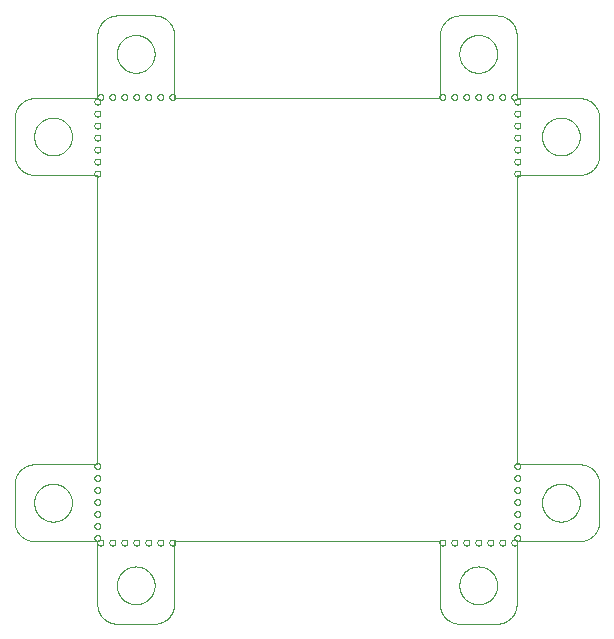
<source format=gko>
G75*
%MOIN*%
%OFA0B0*%
%FSLAX25Y25*%
%IPPOS*%
%LPD*%
%AMOC8*
5,1,8,0,0,1.08239X$1,22.5*
%
%ADD10C,0.00000*%
D10*
X0000000Y-0019685D02*
X0000000Y0000984D01*
X-0020669Y0000984D01*
X-0020830Y0000978D01*
X-0020992Y0000977D01*
X-0021153Y0000980D01*
X-0021314Y0000986D01*
X-0021475Y0000997D01*
X-0021635Y0001011D01*
X-0021795Y0001029D01*
X-0021955Y0001052D01*
X-0022114Y0001078D01*
X-0022272Y0001108D01*
X-0022430Y0001141D01*
X-0022587Y0001179D01*
X-0022742Y0001221D01*
X-0022897Y0001266D01*
X-0023051Y0001315D01*
X-0023203Y0001368D01*
X-0023354Y0001424D01*
X-0023504Y0001484D01*
X-0023652Y0001548D01*
X-0023798Y0001615D01*
X-0023943Y0001686D01*
X-0024086Y0001761D01*
X-0024227Y0001839D01*
X-0024366Y0001920D01*
X-0024503Y0002005D01*
X-0024638Y0002093D01*
X-0024771Y0002184D01*
X-0024901Y0002279D01*
X-0025030Y0002376D01*
X-0025155Y0002477D01*
X-0025279Y0002581D01*
X-0025399Y0002688D01*
X-0025518Y0002798D01*
X-0025633Y0002910D01*
X-0025745Y0003025D01*
X-0025855Y0003144D01*
X-0025962Y0003264D01*
X-0026066Y0003388D01*
X-0026167Y0003513D01*
X-0026264Y0003642D01*
X-0026359Y0003772D01*
X-0026450Y0003905D01*
X-0026538Y0004040D01*
X-0026623Y0004177D01*
X-0026704Y0004316D01*
X-0026782Y0004457D01*
X-0026857Y0004600D01*
X-0026928Y0004745D01*
X-0026995Y0004891D01*
X-0027059Y0005039D01*
X-0027119Y0005189D01*
X-0027175Y0005340D01*
X-0027228Y0005492D01*
X-0027277Y0005646D01*
X-0027322Y0005801D01*
X-0027364Y0005956D01*
X-0027402Y0006113D01*
X-0027435Y0006271D01*
X-0027465Y0006429D01*
X-0027491Y0006588D01*
X-0027514Y0006748D01*
X-0027532Y0006908D01*
X-0027546Y0007068D01*
X-0027557Y0007229D01*
X-0027563Y0007390D01*
X-0027566Y0007551D01*
X-0027565Y0007713D01*
X-0027559Y0007874D01*
X-0027559Y0019685D01*
X-0027560Y0019685D02*
X-0027563Y0019849D01*
X-0027562Y0020012D01*
X-0027557Y0020176D01*
X-0027548Y0020339D01*
X-0027535Y0020502D01*
X-0027518Y0020665D01*
X-0027497Y0020827D01*
X-0027473Y0020988D01*
X-0027444Y0021149D01*
X-0027411Y0021310D01*
X-0027375Y0021469D01*
X-0027334Y0021627D01*
X-0027290Y0021785D01*
X-0027242Y0021941D01*
X-0027190Y0022096D01*
X-0027134Y0022250D01*
X-0027075Y0022402D01*
X-0027012Y0022553D01*
X-0026945Y0022702D01*
X-0026874Y0022850D01*
X-0026800Y0022995D01*
X-0026723Y0023139D01*
X-0026642Y0023281D01*
X-0026557Y0023421D01*
X-0026469Y0023559D01*
X-0026378Y0023695D01*
X-0026284Y0023828D01*
X-0026186Y0023959D01*
X-0026085Y0024088D01*
X-0025981Y0024214D01*
X-0025874Y0024338D01*
X-0025764Y0024459D01*
X-0025651Y0024577D01*
X-0025535Y0024692D01*
X-0025416Y0024805D01*
X-0025295Y0024914D01*
X-0025171Y0025021D01*
X-0025044Y0025125D01*
X-0024915Y0025225D01*
X-0024784Y0025322D01*
X-0024650Y0025416D01*
X-0024514Y0025507D01*
X-0024376Y0025594D01*
X-0024236Y0025678D01*
X-0024093Y0025759D01*
X-0023949Y0025836D01*
X-0023803Y0025909D01*
X-0023655Y0025979D01*
X-0023506Y0026045D01*
X-0023355Y0026108D01*
X-0023202Y0026167D01*
X-0023048Y0026222D01*
X-0022893Y0026273D01*
X-0022737Y0026321D01*
X-0022579Y0026365D01*
X-0022420Y0026405D01*
X-0022261Y0026440D01*
X-0022101Y0026473D01*
X-0021940Y0026501D01*
X-0021778Y0026525D01*
X-0021616Y0026545D01*
X-0021453Y0026561D01*
X-0021290Y0026574D01*
X-0021127Y0026582D01*
X-0020963Y0026586D01*
X-0020800Y0026587D01*
X-0020636Y0026583D01*
X-0020473Y0026575D01*
X-0020472Y0026575D02*
X0000000Y0026575D01*
X0000000Y0123031D01*
X-0020669Y0123031D01*
X-0020669Y0123032D02*
X-0020830Y0123026D01*
X-0020992Y0123025D01*
X-0021153Y0123028D01*
X-0021314Y0123034D01*
X-0021475Y0123045D01*
X-0021635Y0123059D01*
X-0021795Y0123077D01*
X-0021955Y0123100D01*
X-0022114Y0123126D01*
X-0022272Y0123156D01*
X-0022430Y0123189D01*
X-0022587Y0123227D01*
X-0022742Y0123269D01*
X-0022897Y0123314D01*
X-0023051Y0123363D01*
X-0023203Y0123416D01*
X-0023354Y0123472D01*
X-0023504Y0123532D01*
X-0023652Y0123596D01*
X-0023798Y0123663D01*
X-0023943Y0123734D01*
X-0024086Y0123809D01*
X-0024227Y0123887D01*
X-0024366Y0123968D01*
X-0024503Y0124053D01*
X-0024638Y0124141D01*
X-0024771Y0124232D01*
X-0024901Y0124327D01*
X-0025030Y0124424D01*
X-0025155Y0124525D01*
X-0025279Y0124629D01*
X-0025399Y0124736D01*
X-0025518Y0124846D01*
X-0025633Y0124958D01*
X-0025745Y0125073D01*
X-0025855Y0125192D01*
X-0025962Y0125312D01*
X-0026066Y0125436D01*
X-0026167Y0125561D01*
X-0026264Y0125690D01*
X-0026359Y0125820D01*
X-0026450Y0125953D01*
X-0026538Y0126088D01*
X-0026623Y0126225D01*
X-0026704Y0126364D01*
X-0026782Y0126505D01*
X-0026857Y0126648D01*
X-0026928Y0126793D01*
X-0026995Y0126939D01*
X-0027059Y0127087D01*
X-0027119Y0127237D01*
X-0027175Y0127388D01*
X-0027228Y0127540D01*
X-0027277Y0127694D01*
X-0027322Y0127849D01*
X-0027364Y0128004D01*
X-0027402Y0128161D01*
X-0027435Y0128319D01*
X-0027465Y0128477D01*
X-0027491Y0128636D01*
X-0027514Y0128796D01*
X-0027532Y0128956D01*
X-0027546Y0129116D01*
X-0027557Y0129277D01*
X-0027563Y0129438D01*
X-0027566Y0129599D01*
X-0027565Y0129761D01*
X-0027559Y0129922D01*
X-0027559Y0129921D02*
X-0027559Y0141732D01*
X-0027560Y0141732D02*
X-0027563Y0141896D01*
X-0027562Y0142059D01*
X-0027557Y0142223D01*
X-0027548Y0142386D01*
X-0027535Y0142549D01*
X-0027518Y0142712D01*
X-0027497Y0142874D01*
X-0027473Y0143035D01*
X-0027444Y0143196D01*
X-0027411Y0143357D01*
X-0027375Y0143516D01*
X-0027334Y0143674D01*
X-0027290Y0143832D01*
X-0027242Y0143988D01*
X-0027190Y0144143D01*
X-0027134Y0144297D01*
X-0027075Y0144449D01*
X-0027012Y0144600D01*
X-0026945Y0144749D01*
X-0026874Y0144897D01*
X-0026800Y0145042D01*
X-0026723Y0145186D01*
X-0026642Y0145328D01*
X-0026557Y0145468D01*
X-0026469Y0145606D01*
X-0026378Y0145742D01*
X-0026284Y0145875D01*
X-0026186Y0146006D01*
X-0026085Y0146135D01*
X-0025981Y0146261D01*
X-0025874Y0146385D01*
X-0025764Y0146506D01*
X-0025651Y0146624D01*
X-0025535Y0146739D01*
X-0025416Y0146852D01*
X-0025295Y0146961D01*
X-0025171Y0147068D01*
X-0025044Y0147172D01*
X-0024915Y0147272D01*
X-0024784Y0147369D01*
X-0024650Y0147463D01*
X-0024514Y0147554D01*
X-0024376Y0147641D01*
X-0024236Y0147725D01*
X-0024093Y0147806D01*
X-0023949Y0147883D01*
X-0023803Y0147956D01*
X-0023655Y0148026D01*
X-0023506Y0148092D01*
X-0023355Y0148155D01*
X-0023202Y0148214D01*
X-0023048Y0148269D01*
X-0022893Y0148320D01*
X-0022737Y0148368D01*
X-0022579Y0148412D01*
X-0022420Y0148452D01*
X-0022261Y0148487D01*
X-0022101Y0148520D01*
X-0021940Y0148548D01*
X-0021778Y0148572D01*
X-0021616Y0148592D01*
X-0021453Y0148608D01*
X-0021290Y0148621D01*
X-0021127Y0148629D01*
X-0020963Y0148633D01*
X-0020800Y0148634D01*
X-0020636Y0148630D01*
X-0020473Y0148622D01*
X-0020472Y0148622D02*
X0000000Y0148622D01*
X0000000Y0169291D01*
X-0000003Y0169455D01*
X-0000002Y0169618D01*
X0000003Y0169782D01*
X0000012Y0169945D01*
X0000025Y0170108D01*
X0000042Y0170271D01*
X0000063Y0170433D01*
X0000087Y0170594D01*
X0000116Y0170755D01*
X0000149Y0170916D01*
X0000185Y0171075D01*
X0000226Y0171233D01*
X0000270Y0171391D01*
X0000318Y0171547D01*
X0000370Y0171702D01*
X0000426Y0171856D01*
X0000485Y0172008D01*
X0000548Y0172159D01*
X0000615Y0172308D01*
X0000686Y0172456D01*
X0000760Y0172601D01*
X0000837Y0172745D01*
X0000918Y0172887D01*
X0001003Y0173027D01*
X0001091Y0173165D01*
X0001182Y0173301D01*
X0001276Y0173434D01*
X0001374Y0173565D01*
X0001475Y0173694D01*
X0001579Y0173820D01*
X0001686Y0173944D01*
X0001796Y0174065D01*
X0001909Y0174183D01*
X0002025Y0174298D01*
X0002144Y0174411D01*
X0002265Y0174520D01*
X0002389Y0174627D01*
X0002516Y0174731D01*
X0002645Y0174831D01*
X0002776Y0174928D01*
X0002910Y0175022D01*
X0003046Y0175113D01*
X0003184Y0175200D01*
X0003324Y0175284D01*
X0003467Y0175365D01*
X0003611Y0175442D01*
X0003757Y0175515D01*
X0003905Y0175585D01*
X0004054Y0175651D01*
X0004205Y0175714D01*
X0004358Y0175773D01*
X0004512Y0175828D01*
X0004667Y0175879D01*
X0004823Y0175927D01*
X0004981Y0175971D01*
X0005140Y0176011D01*
X0005299Y0176046D01*
X0005459Y0176079D01*
X0005620Y0176107D01*
X0005782Y0176131D01*
X0005944Y0176151D01*
X0006107Y0176167D01*
X0006270Y0176180D01*
X0006433Y0176188D01*
X0006597Y0176192D01*
X0006760Y0176193D01*
X0006924Y0176189D01*
X0007087Y0176181D01*
X0018701Y0176181D01*
X0018700Y0176181D02*
X0018861Y0176187D01*
X0019023Y0176188D01*
X0019184Y0176185D01*
X0019345Y0176179D01*
X0019506Y0176168D01*
X0019666Y0176154D01*
X0019826Y0176136D01*
X0019986Y0176113D01*
X0020145Y0176087D01*
X0020303Y0176057D01*
X0020461Y0176024D01*
X0020618Y0175986D01*
X0020773Y0175944D01*
X0020928Y0175899D01*
X0021082Y0175850D01*
X0021234Y0175797D01*
X0021385Y0175741D01*
X0021535Y0175681D01*
X0021683Y0175617D01*
X0021829Y0175550D01*
X0021974Y0175479D01*
X0022117Y0175404D01*
X0022258Y0175326D01*
X0022397Y0175245D01*
X0022534Y0175160D01*
X0022669Y0175072D01*
X0022802Y0174981D01*
X0022932Y0174886D01*
X0023061Y0174789D01*
X0023186Y0174688D01*
X0023310Y0174584D01*
X0023430Y0174477D01*
X0023549Y0174367D01*
X0023664Y0174255D01*
X0023776Y0174140D01*
X0023886Y0174021D01*
X0023993Y0173901D01*
X0024097Y0173777D01*
X0024198Y0173652D01*
X0024295Y0173523D01*
X0024390Y0173393D01*
X0024481Y0173260D01*
X0024569Y0173125D01*
X0024654Y0172988D01*
X0024735Y0172849D01*
X0024813Y0172708D01*
X0024888Y0172565D01*
X0024959Y0172420D01*
X0025026Y0172274D01*
X0025090Y0172126D01*
X0025150Y0171976D01*
X0025206Y0171825D01*
X0025259Y0171673D01*
X0025308Y0171519D01*
X0025353Y0171364D01*
X0025395Y0171209D01*
X0025433Y0171052D01*
X0025466Y0170894D01*
X0025496Y0170736D01*
X0025522Y0170577D01*
X0025545Y0170417D01*
X0025563Y0170257D01*
X0025577Y0170097D01*
X0025588Y0169936D01*
X0025594Y0169775D01*
X0025597Y0169614D01*
X0025596Y0169452D01*
X0025590Y0169291D01*
X0025591Y0169291D02*
X0025591Y0148622D01*
X0114173Y0148622D01*
X0114173Y0169291D01*
X0114170Y0169455D01*
X0114171Y0169618D01*
X0114176Y0169782D01*
X0114185Y0169945D01*
X0114198Y0170108D01*
X0114215Y0170271D01*
X0114236Y0170433D01*
X0114260Y0170594D01*
X0114289Y0170755D01*
X0114322Y0170916D01*
X0114358Y0171075D01*
X0114399Y0171233D01*
X0114443Y0171391D01*
X0114491Y0171547D01*
X0114543Y0171702D01*
X0114599Y0171856D01*
X0114658Y0172008D01*
X0114721Y0172159D01*
X0114788Y0172308D01*
X0114859Y0172456D01*
X0114933Y0172601D01*
X0115010Y0172745D01*
X0115091Y0172887D01*
X0115176Y0173027D01*
X0115264Y0173165D01*
X0115355Y0173301D01*
X0115449Y0173434D01*
X0115547Y0173565D01*
X0115648Y0173694D01*
X0115752Y0173820D01*
X0115859Y0173944D01*
X0115969Y0174065D01*
X0116082Y0174183D01*
X0116198Y0174298D01*
X0116317Y0174411D01*
X0116438Y0174520D01*
X0116562Y0174627D01*
X0116689Y0174731D01*
X0116818Y0174831D01*
X0116949Y0174928D01*
X0117083Y0175022D01*
X0117219Y0175113D01*
X0117357Y0175200D01*
X0117497Y0175284D01*
X0117640Y0175365D01*
X0117784Y0175442D01*
X0117930Y0175515D01*
X0118078Y0175585D01*
X0118227Y0175651D01*
X0118378Y0175714D01*
X0118531Y0175773D01*
X0118685Y0175828D01*
X0118840Y0175879D01*
X0118996Y0175927D01*
X0119154Y0175971D01*
X0119313Y0176011D01*
X0119472Y0176046D01*
X0119632Y0176079D01*
X0119793Y0176107D01*
X0119955Y0176131D01*
X0120117Y0176151D01*
X0120280Y0176167D01*
X0120443Y0176180D01*
X0120606Y0176188D01*
X0120770Y0176192D01*
X0120933Y0176193D01*
X0121097Y0176189D01*
X0121260Y0176181D01*
X0132874Y0176181D01*
X0133035Y0176187D01*
X0133197Y0176188D01*
X0133358Y0176185D01*
X0133519Y0176179D01*
X0133680Y0176168D01*
X0133840Y0176154D01*
X0134000Y0176136D01*
X0134160Y0176113D01*
X0134319Y0176087D01*
X0134477Y0176057D01*
X0134635Y0176024D01*
X0134792Y0175986D01*
X0134947Y0175944D01*
X0135102Y0175899D01*
X0135256Y0175850D01*
X0135408Y0175797D01*
X0135559Y0175741D01*
X0135709Y0175681D01*
X0135857Y0175617D01*
X0136003Y0175550D01*
X0136148Y0175479D01*
X0136291Y0175404D01*
X0136432Y0175326D01*
X0136571Y0175245D01*
X0136708Y0175160D01*
X0136843Y0175072D01*
X0136976Y0174981D01*
X0137106Y0174886D01*
X0137235Y0174789D01*
X0137360Y0174688D01*
X0137484Y0174584D01*
X0137604Y0174477D01*
X0137723Y0174367D01*
X0137838Y0174255D01*
X0137950Y0174140D01*
X0138060Y0174021D01*
X0138167Y0173901D01*
X0138271Y0173777D01*
X0138372Y0173652D01*
X0138469Y0173523D01*
X0138564Y0173393D01*
X0138655Y0173260D01*
X0138743Y0173125D01*
X0138828Y0172988D01*
X0138909Y0172849D01*
X0138987Y0172708D01*
X0139062Y0172565D01*
X0139133Y0172420D01*
X0139200Y0172274D01*
X0139264Y0172126D01*
X0139324Y0171976D01*
X0139380Y0171825D01*
X0139433Y0171673D01*
X0139482Y0171519D01*
X0139527Y0171364D01*
X0139569Y0171209D01*
X0139607Y0171052D01*
X0139640Y0170894D01*
X0139670Y0170736D01*
X0139696Y0170577D01*
X0139719Y0170417D01*
X0139737Y0170257D01*
X0139751Y0170097D01*
X0139762Y0169936D01*
X0139768Y0169775D01*
X0139771Y0169614D01*
X0139770Y0169452D01*
X0139764Y0169291D01*
X0139764Y0148622D01*
X0160433Y0148622D01*
X0160594Y0148628D01*
X0160756Y0148629D01*
X0160917Y0148626D01*
X0161078Y0148620D01*
X0161239Y0148609D01*
X0161399Y0148595D01*
X0161559Y0148577D01*
X0161719Y0148554D01*
X0161878Y0148528D01*
X0162036Y0148498D01*
X0162194Y0148465D01*
X0162351Y0148427D01*
X0162506Y0148385D01*
X0162661Y0148340D01*
X0162815Y0148291D01*
X0162967Y0148238D01*
X0163118Y0148182D01*
X0163268Y0148122D01*
X0163416Y0148058D01*
X0163562Y0147991D01*
X0163707Y0147920D01*
X0163850Y0147845D01*
X0163991Y0147767D01*
X0164130Y0147686D01*
X0164267Y0147601D01*
X0164402Y0147513D01*
X0164535Y0147422D01*
X0164665Y0147327D01*
X0164794Y0147230D01*
X0164919Y0147129D01*
X0165043Y0147025D01*
X0165163Y0146918D01*
X0165282Y0146808D01*
X0165397Y0146696D01*
X0165509Y0146581D01*
X0165619Y0146462D01*
X0165726Y0146342D01*
X0165830Y0146218D01*
X0165931Y0146093D01*
X0166028Y0145964D01*
X0166123Y0145834D01*
X0166214Y0145701D01*
X0166302Y0145566D01*
X0166387Y0145429D01*
X0166468Y0145290D01*
X0166546Y0145149D01*
X0166621Y0145006D01*
X0166692Y0144861D01*
X0166759Y0144715D01*
X0166823Y0144567D01*
X0166883Y0144417D01*
X0166939Y0144266D01*
X0166992Y0144114D01*
X0167041Y0143960D01*
X0167086Y0143805D01*
X0167128Y0143650D01*
X0167166Y0143493D01*
X0167199Y0143335D01*
X0167229Y0143177D01*
X0167255Y0143018D01*
X0167278Y0142858D01*
X0167296Y0142698D01*
X0167310Y0142538D01*
X0167321Y0142377D01*
X0167327Y0142216D01*
X0167330Y0142055D01*
X0167329Y0141893D01*
X0167323Y0141732D01*
X0167323Y0129921D01*
X0167323Y0129922D02*
X0167329Y0129761D01*
X0167330Y0129599D01*
X0167327Y0129438D01*
X0167321Y0129277D01*
X0167310Y0129116D01*
X0167296Y0128956D01*
X0167278Y0128796D01*
X0167255Y0128636D01*
X0167229Y0128477D01*
X0167199Y0128319D01*
X0167166Y0128161D01*
X0167128Y0128004D01*
X0167086Y0127849D01*
X0167041Y0127694D01*
X0166992Y0127540D01*
X0166939Y0127388D01*
X0166883Y0127237D01*
X0166823Y0127087D01*
X0166759Y0126939D01*
X0166692Y0126793D01*
X0166621Y0126648D01*
X0166546Y0126505D01*
X0166468Y0126364D01*
X0166387Y0126225D01*
X0166302Y0126088D01*
X0166214Y0125953D01*
X0166123Y0125820D01*
X0166028Y0125690D01*
X0165931Y0125561D01*
X0165830Y0125436D01*
X0165726Y0125312D01*
X0165619Y0125192D01*
X0165509Y0125073D01*
X0165397Y0124958D01*
X0165282Y0124846D01*
X0165163Y0124736D01*
X0165043Y0124629D01*
X0164919Y0124525D01*
X0164794Y0124424D01*
X0164665Y0124327D01*
X0164535Y0124232D01*
X0164402Y0124141D01*
X0164267Y0124053D01*
X0164130Y0123968D01*
X0163991Y0123887D01*
X0163850Y0123809D01*
X0163707Y0123734D01*
X0163562Y0123663D01*
X0163416Y0123596D01*
X0163268Y0123532D01*
X0163118Y0123472D01*
X0162967Y0123416D01*
X0162815Y0123363D01*
X0162661Y0123314D01*
X0162506Y0123269D01*
X0162351Y0123227D01*
X0162194Y0123189D01*
X0162036Y0123156D01*
X0161878Y0123126D01*
X0161719Y0123100D01*
X0161559Y0123077D01*
X0161399Y0123059D01*
X0161239Y0123045D01*
X0161078Y0123034D01*
X0160917Y0123028D01*
X0160756Y0123025D01*
X0160594Y0123026D01*
X0160433Y0123032D01*
X0160433Y0123031D02*
X0140000Y0123031D01*
X0140000Y0026575D01*
X0160433Y0026575D01*
X0160594Y0026581D01*
X0160756Y0026582D01*
X0160917Y0026579D01*
X0161078Y0026573D01*
X0161239Y0026562D01*
X0161399Y0026548D01*
X0161559Y0026530D01*
X0161719Y0026507D01*
X0161878Y0026481D01*
X0162036Y0026451D01*
X0162194Y0026418D01*
X0162351Y0026380D01*
X0162506Y0026338D01*
X0162661Y0026293D01*
X0162815Y0026244D01*
X0162967Y0026191D01*
X0163118Y0026135D01*
X0163268Y0026075D01*
X0163416Y0026011D01*
X0163562Y0025944D01*
X0163707Y0025873D01*
X0163850Y0025798D01*
X0163991Y0025720D01*
X0164130Y0025639D01*
X0164267Y0025554D01*
X0164402Y0025466D01*
X0164535Y0025375D01*
X0164665Y0025280D01*
X0164794Y0025183D01*
X0164919Y0025082D01*
X0165043Y0024978D01*
X0165163Y0024871D01*
X0165282Y0024761D01*
X0165397Y0024649D01*
X0165509Y0024534D01*
X0165619Y0024415D01*
X0165726Y0024295D01*
X0165830Y0024171D01*
X0165931Y0024046D01*
X0166028Y0023917D01*
X0166123Y0023787D01*
X0166214Y0023654D01*
X0166302Y0023519D01*
X0166387Y0023382D01*
X0166468Y0023243D01*
X0166546Y0023102D01*
X0166621Y0022959D01*
X0166692Y0022814D01*
X0166759Y0022668D01*
X0166823Y0022520D01*
X0166883Y0022370D01*
X0166939Y0022219D01*
X0166992Y0022067D01*
X0167041Y0021913D01*
X0167086Y0021758D01*
X0167128Y0021603D01*
X0167166Y0021446D01*
X0167199Y0021288D01*
X0167229Y0021130D01*
X0167255Y0020971D01*
X0167278Y0020811D01*
X0167296Y0020651D01*
X0167310Y0020491D01*
X0167321Y0020330D01*
X0167327Y0020169D01*
X0167330Y0020008D01*
X0167329Y0019846D01*
X0167323Y0019685D01*
X0167323Y0007874D01*
X0167329Y0007713D01*
X0167330Y0007551D01*
X0167327Y0007390D01*
X0167321Y0007229D01*
X0167310Y0007068D01*
X0167296Y0006908D01*
X0167278Y0006748D01*
X0167255Y0006588D01*
X0167229Y0006429D01*
X0167199Y0006271D01*
X0167166Y0006113D01*
X0167128Y0005956D01*
X0167086Y0005801D01*
X0167041Y0005646D01*
X0166992Y0005492D01*
X0166939Y0005340D01*
X0166883Y0005189D01*
X0166823Y0005039D01*
X0166759Y0004891D01*
X0166692Y0004745D01*
X0166621Y0004600D01*
X0166546Y0004457D01*
X0166468Y0004316D01*
X0166387Y0004177D01*
X0166302Y0004040D01*
X0166214Y0003905D01*
X0166123Y0003772D01*
X0166028Y0003642D01*
X0165931Y0003513D01*
X0165830Y0003388D01*
X0165726Y0003264D01*
X0165619Y0003144D01*
X0165509Y0003025D01*
X0165397Y0002910D01*
X0165282Y0002798D01*
X0165163Y0002688D01*
X0165043Y0002581D01*
X0164919Y0002477D01*
X0164794Y0002376D01*
X0164665Y0002279D01*
X0164535Y0002184D01*
X0164402Y0002093D01*
X0164267Y0002005D01*
X0164130Y0001920D01*
X0163991Y0001839D01*
X0163850Y0001761D01*
X0163707Y0001686D01*
X0163562Y0001615D01*
X0163416Y0001548D01*
X0163268Y0001484D01*
X0163118Y0001424D01*
X0162967Y0001368D01*
X0162815Y0001315D01*
X0162661Y0001266D01*
X0162506Y0001221D01*
X0162351Y0001179D01*
X0162194Y0001141D01*
X0162036Y0001108D01*
X0161878Y0001078D01*
X0161719Y0001052D01*
X0161559Y0001029D01*
X0161399Y0001011D01*
X0161239Y0000997D01*
X0161078Y0000986D01*
X0160917Y0000980D01*
X0160756Y0000977D01*
X0160594Y0000978D01*
X0160433Y0000984D01*
X0139764Y0000984D01*
X0139764Y-0019685D01*
X0139770Y-0019846D01*
X0139771Y-0020008D01*
X0139768Y-0020169D01*
X0139762Y-0020330D01*
X0139751Y-0020491D01*
X0139737Y-0020651D01*
X0139719Y-0020811D01*
X0139696Y-0020971D01*
X0139670Y-0021130D01*
X0139640Y-0021288D01*
X0139607Y-0021446D01*
X0139569Y-0021603D01*
X0139527Y-0021758D01*
X0139482Y-0021913D01*
X0139433Y-0022067D01*
X0139380Y-0022219D01*
X0139324Y-0022370D01*
X0139264Y-0022520D01*
X0139200Y-0022668D01*
X0139133Y-0022814D01*
X0139062Y-0022959D01*
X0138987Y-0023102D01*
X0138909Y-0023243D01*
X0138828Y-0023382D01*
X0138743Y-0023519D01*
X0138655Y-0023654D01*
X0138564Y-0023787D01*
X0138469Y-0023917D01*
X0138372Y-0024046D01*
X0138271Y-0024171D01*
X0138167Y-0024295D01*
X0138060Y-0024415D01*
X0137950Y-0024534D01*
X0137838Y-0024649D01*
X0137723Y-0024761D01*
X0137604Y-0024871D01*
X0137484Y-0024978D01*
X0137360Y-0025082D01*
X0137235Y-0025183D01*
X0137106Y-0025280D01*
X0136976Y-0025375D01*
X0136843Y-0025466D01*
X0136708Y-0025554D01*
X0136571Y-0025639D01*
X0136432Y-0025720D01*
X0136291Y-0025798D01*
X0136148Y-0025873D01*
X0136003Y-0025944D01*
X0135857Y-0026011D01*
X0135709Y-0026075D01*
X0135559Y-0026135D01*
X0135408Y-0026191D01*
X0135256Y-0026244D01*
X0135102Y-0026293D01*
X0134947Y-0026338D01*
X0134792Y-0026380D01*
X0134635Y-0026418D01*
X0134477Y-0026451D01*
X0134319Y-0026481D01*
X0134160Y-0026507D01*
X0134000Y-0026530D01*
X0133840Y-0026548D01*
X0133680Y-0026562D01*
X0133519Y-0026573D01*
X0133358Y-0026579D01*
X0133197Y-0026582D01*
X0133035Y-0026581D01*
X0132874Y-0026575D01*
X0121063Y-0026575D01*
X0120902Y-0026581D01*
X0120740Y-0026582D01*
X0120579Y-0026579D01*
X0120418Y-0026573D01*
X0120257Y-0026562D01*
X0120097Y-0026548D01*
X0119937Y-0026530D01*
X0119777Y-0026507D01*
X0119618Y-0026481D01*
X0119460Y-0026451D01*
X0119302Y-0026418D01*
X0119145Y-0026380D01*
X0118990Y-0026338D01*
X0118835Y-0026293D01*
X0118681Y-0026244D01*
X0118529Y-0026191D01*
X0118378Y-0026135D01*
X0118228Y-0026075D01*
X0118080Y-0026011D01*
X0117934Y-0025944D01*
X0117789Y-0025873D01*
X0117646Y-0025798D01*
X0117505Y-0025720D01*
X0117366Y-0025639D01*
X0117229Y-0025554D01*
X0117094Y-0025466D01*
X0116961Y-0025375D01*
X0116831Y-0025280D01*
X0116702Y-0025183D01*
X0116577Y-0025082D01*
X0116453Y-0024978D01*
X0116333Y-0024871D01*
X0116214Y-0024761D01*
X0116099Y-0024649D01*
X0115987Y-0024534D01*
X0115877Y-0024415D01*
X0115770Y-0024295D01*
X0115666Y-0024171D01*
X0115565Y-0024046D01*
X0115468Y-0023917D01*
X0115373Y-0023787D01*
X0115282Y-0023654D01*
X0115194Y-0023519D01*
X0115109Y-0023382D01*
X0115028Y-0023243D01*
X0114950Y-0023102D01*
X0114875Y-0022959D01*
X0114804Y-0022814D01*
X0114737Y-0022668D01*
X0114673Y-0022520D01*
X0114613Y-0022370D01*
X0114557Y-0022219D01*
X0114504Y-0022067D01*
X0114455Y-0021913D01*
X0114410Y-0021758D01*
X0114368Y-0021603D01*
X0114330Y-0021446D01*
X0114297Y-0021288D01*
X0114267Y-0021130D01*
X0114241Y-0020971D01*
X0114218Y-0020811D01*
X0114200Y-0020651D01*
X0114186Y-0020491D01*
X0114175Y-0020330D01*
X0114169Y-0020169D01*
X0114166Y-0020008D01*
X0114167Y-0019846D01*
X0114173Y-0019685D01*
X0114173Y0000984D01*
X0025591Y0000984D01*
X0025591Y-0019685D01*
X0025590Y-0019685D02*
X0025596Y-0019846D01*
X0025597Y-0020008D01*
X0025594Y-0020169D01*
X0025588Y-0020330D01*
X0025577Y-0020491D01*
X0025563Y-0020651D01*
X0025545Y-0020811D01*
X0025522Y-0020971D01*
X0025496Y-0021130D01*
X0025466Y-0021288D01*
X0025433Y-0021446D01*
X0025395Y-0021603D01*
X0025353Y-0021758D01*
X0025308Y-0021913D01*
X0025259Y-0022067D01*
X0025206Y-0022219D01*
X0025150Y-0022370D01*
X0025090Y-0022520D01*
X0025026Y-0022668D01*
X0024959Y-0022814D01*
X0024888Y-0022959D01*
X0024813Y-0023102D01*
X0024735Y-0023243D01*
X0024654Y-0023382D01*
X0024569Y-0023519D01*
X0024481Y-0023654D01*
X0024390Y-0023787D01*
X0024295Y-0023917D01*
X0024198Y-0024046D01*
X0024097Y-0024171D01*
X0023993Y-0024295D01*
X0023886Y-0024415D01*
X0023776Y-0024534D01*
X0023664Y-0024649D01*
X0023549Y-0024761D01*
X0023430Y-0024871D01*
X0023310Y-0024978D01*
X0023186Y-0025082D01*
X0023061Y-0025183D01*
X0022932Y-0025280D01*
X0022802Y-0025375D01*
X0022669Y-0025466D01*
X0022534Y-0025554D01*
X0022397Y-0025639D01*
X0022258Y-0025720D01*
X0022117Y-0025798D01*
X0021974Y-0025873D01*
X0021829Y-0025944D01*
X0021683Y-0026011D01*
X0021535Y-0026075D01*
X0021385Y-0026135D01*
X0021234Y-0026191D01*
X0021082Y-0026244D01*
X0020928Y-0026293D01*
X0020773Y-0026338D01*
X0020618Y-0026380D01*
X0020461Y-0026418D01*
X0020303Y-0026451D01*
X0020145Y-0026481D01*
X0019986Y-0026507D01*
X0019826Y-0026530D01*
X0019666Y-0026548D01*
X0019506Y-0026562D01*
X0019345Y-0026573D01*
X0019184Y-0026579D01*
X0019023Y-0026582D01*
X0018861Y-0026581D01*
X0018700Y-0026575D01*
X0018701Y-0026575D02*
X0006890Y-0026575D01*
X0006729Y-0026581D01*
X0006567Y-0026582D01*
X0006406Y-0026579D01*
X0006245Y-0026573D01*
X0006084Y-0026562D01*
X0005924Y-0026548D01*
X0005764Y-0026530D01*
X0005604Y-0026507D01*
X0005445Y-0026481D01*
X0005287Y-0026451D01*
X0005129Y-0026418D01*
X0004972Y-0026380D01*
X0004817Y-0026338D01*
X0004662Y-0026293D01*
X0004508Y-0026244D01*
X0004356Y-0026191D01*
X0004205Y-0026135D01*
X0004055Y-0026075D01*
X0003907Y-0026011D01*
X0003761Y-0025944D01*
X0003616Y-0025873D01*
X0003473Y-0025798D01*
X0003332Y-0025720D01*
X0003193Y-0025639D01*
X0003056Y-0025554D01*
X0002921Y-0025466D01*
X0002788Y-0025375D01*
X0002658Y-0025280D01*
X0002529Y-0025183D01*
X0002404Y-0025082D01*
X0002280Y-0024978D01*
X0002160Y-0024871D01*
X0002041Y-0024761D01*
X0001926Y-0024649D01*
X0001814Y-0024534D01*
X0001704Y-0024415D01*
X0001597Y-0024295D01*
X0001493Y-0024171D01*
X0001392Y-0024046D01*
X0001295Y-0023917D01*
X0001200Y-0023787D01*
X0001109Y-0023654D01*
X0001021Y-0023519D01*
X0000936Y-0023382D01*
X0000855Y-0023243D01*
X0000777Y-0023102D01*
X0000702Y-0022959D01*
X0000631Y-0022814D01*
X0000564Y-0022668D01*
X0000500Y-0022520D01*
X0000440Y-0022370D01*
X0000384Y-0022219D01*
X0000331Y-0022067D01*
X0000282Y-0021913D01*
X0000237Y-0021758D01*
X0000195Y-0021603D01*
X0000157Y-0021446D01*
X0000124Y-0021288D01*
X0000094Y-0021130D01*
X0000068Y-0020971D01*
X0000045Y-0020811D01*
X0000027Y-0020651D01*
X0000013Y-0020491D01*
X0000002Y-0020330D01*
X-0000004Y-0020169D01*
X-0000007Y-0020008D01*
X-0000006Y-0019846D01*
X0000000Y-0019685D01*
X0006496Y-0013780D02*
X0006498Y-0013622D01*
X0006504Y-0013464D01*
X0006514Y-0013306D01*
X0006528Y-0013148D01*
X0006546Y-0012991D01*
X0006567Y-0012834D01*
X0006593Y-0012678D01*
X0006623Y-0012522D01*
X0006656Y-0012367D01*
X0006694Y-0012214D01*
X0006735Y-0012061D01*
X0006780Y-0011909D01*
X0006829Y-0011758D01*
X0006882Y-0011609D01*
X0006938Y-0011461D01*
X0006998Y-0011315D01*
X0007062Y-0011170D01*
X0007130Y-0011027D01*
X0007201Y-0010885D01*
X0007275Y-0010745D01*
X0007353Y-0010608D01*
X0007435Y-0010472D01*
X0007519Y-0010338D01*
X0007608Y-0010207D01*
X0007699Y-0010078D01*
X0007794Y-0009951D01*
X0007891Y-0009826D01*
X0007992Y-0009704D01*
X0008096Y-0009585D01*
X0008203Y-0009468D01*
X0008313Y-0009354D01*
X0008426Y-0009243D01*
X0008541Y-0009134D01*
X0008659Y-0009029D01*
X0008780Y-0008927D01*
X0008903Y-0008827D01*
X0009029Y-0008731D01*
X0009157Y-0008638D01*
X0009287Y-0008548D01*
X0009420Y-0008462D01*
X0009555Y-0008378D01*
X0009691Y-0008299D01*
X0009830Y-0008222D01*
X0009971Y-0008150D01*
X0010113Y-0008080D01*
X0010257Y-0008015D01*
X0010403Y-0007953D01*
X0010550Y-0007895D01*
X0010699Y-0007840D01*
X0010849Y-0007789D01*
X0011000Y-0007742D01*
X0011152Y-0007699D01*
X0011305Y-0007660D01*
X0011460Y-0007624D01*
X0011615Y-0007593D01*
X0011771Y-0007565D01*
X0011927Y-0007541D01*
X0012084Y-0007521D01*
X0012242Y-0007505D01*
X0012399Y-0007493D01*
X0012558Y-0007485D01*
X0012716Y-0007481D01*
X0012874Y-0007481D01*
X0013032Y-0007485D01*
X0013191Y-0007493D01*
X0013348Y-0007505D01*
X0013506Y-0007521D01*
X0013663Y-0007541D01*
X0013819Y-0007565D01*
X0013975Y-0007593D01*
X0014130Y-0007624D01*
X0014285Y-0007660D01*
X0014438Y-0007699D01*
X0014590Y-0007742D01*
X0014741Y-0007789D01*
X0014891Y-0007840D01*
X0015040Y-0007895D01*
X0015187Y-0007953D01*
X0015333Y-0008015D01*
X0015477Y-0008080D01*
X0015619Y-0008150D01*
X0015760Y-0008222D01*
X0015899Y-0008299D01*
X0016035Y-0008378D01*
X0016170Y-0008462D01*
X0016303Y-0008548D01*
X0016433Y-0008638D01*
X0016561Y-0008731D01*
X0016687Y-0008827D01*
X0016810Y-0008927D01*
X0016931Y-0009029D01*
X0017049Y-0009134D01*
X0017164Y-0009243D01*
X0017277Y-0009354D01*
X0017387Y-0009468D01*
X0017494Y-0009585D01*
X0017598Y-0009704D01*
X0017699Y-0009826D01*
X0017796Y-0009951D01*
X0017891Y-0010078D01*
X0017982Y-0010207D01*
X0018071Y-0010338D01*
X0018155Y-0010472D01*
X0018237Y-0010608D01*
X0018315Y-0010745D01*
X0018389Y-0010885D01*
X0018460Y-0011027D01*
X0018528Y-0011170D01*
X0018592Y-0011315D01*
X0018652Y-0011461D01*
X0018708Y-0011609D01*
X0018761Y-0011758D01*
X0018810Y-0011909D01*
X0018855Y-0012061D01*
X0018896Y-0012214D01*
X0018934Y-0012367D01*
X0018967Y-0012522D01*
X0018997Y-0012678D01*
X0019023Y-0012834D01*
X0019044Y-0012991D01*
X0019062Y-0013148D01*
X0019076Y-0013306D01*
X0019086Y-0013464D01*
X0019092Y-0013622D01*
X0019094Y-0013780D01*
X0019092Y-0013938D01*
X0019086Y-0014096D01*
X0019076Y-0014254D01*
X0019062Y-0014412D01*
X0019044Y-0014569D01*
X0019023Y-0014726D01*
X0018997Y-0014882D01*
X0018967Y-0015038D01*
X0018934Y-0015193D01*
X0018896Y-0015346D01*
X0018855Y-0015499D01*
X0018810Y-0015651D01*
X0018761Y-0015802D01*
X0018708Y-0015951D01*
X0018652Y-0016099D01*
X0018592Y-0016245D01*
X0018528Y-0016390D01*
X0018460Y-0016533D01*
X0018389Y-0016675D01*
X0018315Y-0016815D01*
X0018237Y-0016952D01*
X0018155Y-0017088D01*
X0018071Y-0017222D01*
X0017982Y-0017353D01*
X0017891Y-0017482D01*
X0017796Y-0017609D01*
X0017699Y-0017734D01*
X0017598Y-0017856D01*
X0017494Y-0017975D01*
X0017387Y-0018092D01*
X0017277Y-0018206D01*
X0017164Y-0018317D01*
X0017049Y-0018426D01*
X0016931Y-0018531D01*
X0016810Y-0018633D01*
X0016687Y-0018733D01*
X0016561Y-0018829D01*
X0016433Y-0018922D01*
X0016303Y-0019012D01*
X0016170Y-0019098D01*
X0016035Y-0019182D01*
X0015899Y-0019261D01*
X0015760Y-0019338D01*
X0015619Y-0019410D01*
X0015477Y-0019480D01*
X0015333Y-0019545D01*
X0015187Y-0019607D01*
X0015040Y-0019665D01*
X0014891Y-0019720D01*
X0014741Y-0019771D01*
X0014590Y-0019818D01*
X0014438Y-0019861D01*
X0014285Y-0019900D01*
X0014130Y-0019936D01*
X0013975Y-0019967D01*
X0013819Y-0019995D01*
X0013663Y-0020019D01*
X0013506Y-0020039D01*
X0013348Y-0020055D01*
X0013191Y-0020067D01*
X0013032Y-0020075D01*
X0012874Y-0020079D01*
X0012716Y-0020079D01*
X0012558Y-0020075D01*
X0012399Y-0020067D01*
X0012242Y-0020055D01*
X0012084Y-0020039D01*
X0011927Y-0020019D01*
X0011771Y-0019995D01*
X0011615Y-0019967D01*
X0011460Y-0019936D01*
X0011305Y-0019900D01*
X0011152Y-0019861D01*
X0011000Y-0019818D01*
X0010849Y-0019771D01*
X0010699Y-0019720D01*
X0010550Y-0019665D01*
X0010403Y-0019607D01*
X0010257Y-0019545D01*
X0010113Y-0019480D01*
X0009971Y-0019410D01*
X0009830Y-0019338D01*
X0009691Y-0019261D01*
X0009555Y-0019182D01*
X0009420Y-0019098D01*
X0009287Y-0019012D01*
X0009157Y-0018922D01*
X0009029Y-0018829D01*
X0008903Y-0018733D01*
X0008780Y-0018633D01*
X0008659Y-0018531D01*
X0008541Y-0018426D01*
X0008426Y-0018317D01*
X0008313Y-0018206D01*
X0008203Y-0018092D01*
X0008096Y-0017975D01*
X0007992Y-0017856D01*
X0007891Y-0017734D01*
X0007794Y-0017609D01*
X0007699Y-0017482D01*
X0007608Y-0017353D01*
X0007519Y-0017222D01*
X0007435Y-0017088D01*
X0007353Y-0016952D01*
X0007275Y-0016815D01*
X0007201Y-0016675D01*
X0007130Y-0016533D01*
X0007062Y-0016390D01*
X0006998Y-0016245D01*
X0006938Y-0016099D01*
X0006882Y-0015951D01*
X0006829Y-0015802D01*
X0006780Y-0015651D01*
X0006735Y-0015499D01*
X0006694Y-0015346D01*
X0006656Y-0015193D01*
X0006623Y-0015038D01*
X0006593Y-0014882D01*
X0006567Y-0014726D01*
X0006546Y-0014569D01*
X0006528Y-0014412D01*
X0006514Y-0014254D01*
X0006504Y-0014096D01*
X0006498Y-0013938D01*
X0006496Y-0013780D01*
X0004000Y0000500D02*
X0004002Y0000563D01*
X0004008Y0000625D01*
X0004018Y0000687D01*
X0004031Y0000749D01*
X0004049Y0000809D01*
X0004070Y0000868D01*
X0004095Y0000926D01*
X0004124Y0000982D01*
X0004156Y0001036D01*
X0004191Y0001088D01*
X0004229Y0001137D01*
X0004271Y0001185D01*
X0004315Y0001229D01*
X0004363Y0001271D01*
X0004412Y0001309D01*
X0004464Y0001344D01*
X0004518Y0001376D01*
X0004574Y0001405D01*
X0004632Y0001430D01*
X0004691Y0001451D01*
X0004751Y0001469D01*
X0004813Y0001482D01*
X0004875Y0001492D01*
X0004937Y0001498D01*
X0005000Y0001500D01*
X0005063Y0001498D01*
X0005125Y0001492D01*
X0005187Y0001482D01*
X0005249Y0001469D01*
X0005309Y0001451D01*
X0005368Y0001430D01*
X0005426Y0001405D01*
X0005482Y0001376D01*
X0005536Y0001344D01*
X0005588Y0001309D01*
X0005637Y0001271D01*
X0005685Y0001229D01*
X0005729Y0001185D01*
X0005771Y0001137D01*
X0005809Y0001088D01*
X0005844Y0001036D01*
X0005876Y0000982D01*
X0005905Y0000926D01*
X0005930Y0000868D01*
X0005951Y0000809D01*
X0005969Y0000749D01*
X0005982Y0000687D01*
X0005992Y0000625D01*
X0005998Y0000563D01*
X0006000Y0000500D01*
X0005998Y0000437D01*
X0005992Y0000375D01*
X0005982Y0000313D01*
X0005969Y0000251D01*
X0005951Y0000191D01*
X0005930Y0000132D01*
X0005905Y0000074D01*
X0005876Y0000018D01*
X0005844Y-0000036D01*
X0005809Y-0000088D01*
X0005771Y-0000137D01*
X0005729Y-0000185D01*
X0005685Y-0000229D01*
X0005637Y-0000271D01*
X0005588Y-0000309D01*
X0005536Y-0000344D01*
X0005482Y-0000376D01*
X0005426Y-0000405D01*
X0005368Y-0000430D01*
X0005309Y-0000451D01*
X0005249Y-0000469D01*
X0005187Y-0000482D01*
X0005125Y-0000492D01*
X0005063Y-0000498D01*
X0005000Y-0000500D01*
X0004937Y-0000498D01*
X0004875Y-0000492D01*
X0004813Y-0000482D01*
X0004751Y-0000469D01*
X0004691Y-0000451D01*
X0004632Y-0000430D01*
X0004574Y-0000405D01*
X0004518Y-0000376D01*
X0004464Y-0000344D01*
X0004412Y-0000309D01*
X0004363Y-0000271D01*
X0004315Y-0000229D01*
X0004271Y-0000185D01*
X0004229Y-0000137D01*
X0004191Y-0000088D01*
X0004156Y-0000036D01*
X0004124Y0000018D01*
X0004095Y0000074D01*
X0004070Y0000132D01*
X0004049Y0000191D01*
X0004031Y0000251D01*
X0004018Y0000313D01*
X0004008Y0000375D01*
X0004002Y0000437D01*
X0004000Y0000500D01*
X0000000Y0000500D02*
X0000002Y0000563D01*
X0000008Y0000625D01*
X0000018Y0000687D01*
X0000031Y0000749D01*
X0000049Y0000809D01*
X0000070Y0000868D01*
X0000095Y0000926D01*
X0000124Y0000982D01*
X0000156Y0001036D01*
X0000191Y0001088D01*
X0000229Y0001137D01*
X0000271Y0001185D01*
X0000315Y0001229D01*
X0000363Y0001271D01*
X0000412Y0001309D01*
X0000464Y0001344D01*
X0000518Y0001376D01*
X0000574Y0001405D01*
X0000632Y0001430D01*
X0000691Y0001451D01*
X0000751Y0001469D01*
X0000813Y0001482D01*
X0000875Y0001492D01*
X0000937Y0001498D01*
X0001000Y0001500D01*
X0001063Y0001498D01*
X0001125Y0001492D01*
X0001187Y0001482D01*
X0001249Y0001469D01*
X0001309Y0001451D01*
X0001368Y0001430D01*
X0001426Y0001405D01*
X0001482Y0001376D01*
X0001536Y0001344D01*
X0001588Y0001309D01*
X0001637Y0001271D01*
X0001685Y0001229D01*
X0001729Y0001185D01*
X0001771Y0001137D01*
X0001809Y0001088D01*
X0001844Y0001036D01*
X0001876Y0000982D01*
X0001905Y0000926D01*
X0001930Y0000868D01*
X0001951Y0000809D01*
X0001969Y0000749D01*
X0001982Y0000687D01*
X0001992Y0000625D01*
X0001998Y0000563D01*
X0002000Y0000500D01*
X0001998Y0000437D01*
X0001992Y0000375D01*
X0001982Y0000313D01*
X0001969Y0000251D01*
X0001951Y0000191D01*
X0001930Y0000132D01*
X0001905Y0000074D01*
X0001876Y0000018D01*
X0001844Y-0000036D01*
X0001809Y-0000088D01*
X0001771Y-0000137D01*
X0001729Y-0000185D01*
X0001685Y-0000229D01*
X0001637Y-0000271D01*
X0001588Y-0000309D01*
X0001536Y-0000344D01*
X0001482Y-0000376D01*
X0001426Y-0000405D01*
X0001368Y-0000430D01*
X0001309Y-0000451D01*
X0001249Y-0000469D01*
X0001187Y-0000482D01*
X0001125Y-0000492D01*
X0001063Y-0000498D01*
X0001000Y-0000500D01*
X0000937Y-0000498D01*
X0000875Y-0000492D01*
X0000813Y-0000482D01*
X0000751Y-0000469D01*
X0000691Y-0000451D01*
X0000632Y-0000430D01*
X0000574Y-0000405D01*
X0000518Y-0000376D01*
X0000464Y-0000344D01*
X0000412Y-0000309D01*
X0000363Y-0000271D01*
X0000315Y-0000229D01*
X0000271Y-0000185D01*
X0000229Y-0000137D01*
X0000191Y-0000088D01*
X0000156Y-0000036D01*
X0000124Y0000018D01*
X0000095Y0000074D01*
X0000070Y0000132D01*
X0000049Y0000191D01*
X0000031Y0000251D01*
X0000018Y0000313D01*
X0000008Y0000375D01*
X0000002Y0000437D01*
X0000000Y0000500D01*
X-0001000Y0002000D02*
X-0000998Y0002063D01*
X-0000992Y0002125D01*
X-0000982Y0002187D01*
X-0000969Y0002249D01*
X-0000951Y0002309D01*
X-0000930Y0002368D01*
X-0000905Y0002426D01*
X-0000876Y0002482D01*
X-0000844Y0002536D01*
X-0000809Y0002588D01*
X-0000771Y0002637D01*
X-0000729Y0002685D01*
X-0000685Y0002729D01*
X-0000637Y0002771D01*
X-0000588Y0002809D01*
X-0000536Y0002844D01*
X-0000482Y0002876D01*
X-0000426Y0002905D01*
X-0000368Y0002930D01*
X-0000309Y0002951D01*
X-0000249Y0002969D01*
X-0000187Y0002982D01*
X-0000125Y0002992D01*
X-0000063Y0002998D01*
X0000000Y0003000D01*
X0000063Y0002998D01*
X0000125Y0002992D01*
X0000187Y0002982D01*
X0000249Y0002969D01*
X0000309Y0002951D01*
X0000368Y0002930D01*
X0000426Y0002905D01*
X0000482Y0002876D01*
X0000536Y0002844D01*
X0000588Y0002809D01*
X0000637Y0002771D01*
X0000685Y0002729D01*
X0000729Y0002685D01*
X0000771Y0002637D01*
X0000809Y0002588D01*
X0000844Y0002536D01*
X0000876Y0002482D01*
X0000905Y0002426D01*
X0000930Y0002368D01*
X0000951Y0002309D01*
X0000969Y0002249D01*
X0000982Y0002187D01*
X0000992Y0002125D01*
X0000998Y0002063D01*
X0001000Y0002000D01*
X0000998Y0001937D01*
X0000992Y0001875D01*
X0000982Y0001813D01*
X0000969Y0001751D01*
X0000951Y0001691D01*
X0000930Y0001632D01*
X0000905Y0001574D01*
X0000876Y0001518D01*
X0000844Y0001464D01*
X0000809Y0001412D01*
X0000771Y0001363D01*
X0000729Y0001315D01*
X0000685Y0001271D01*
X0000637Y0001229D01*
X0000588Y0001191D01*
X0000536Y0001156D01*
X0000482Y0001124D01*
X0000426Y0001095D01*
X0000368Y0001070D01*
X0000309Y0001049D01*
X0000249Y0001031D01*
X0000187Y0001018D01*
X0000125Y0001008D01*
X0000063Y0001002D01*
X0000000Y0001000D01*
X-0000063Y0001002D01*
X-0000125Y0001008D01*
X-0000187Y0001018D01*
X-0000249Y0001031D01*
X-0000309Y0001049D01*
X-0000368Y0001070D01*
X-0000426Y0001095D01*
X-0000482Y0001124D01*
X-0000536Y0001156D01*
X-0000588Y0001191D01*
X-0000637Y0001229D01*
X-0000685Y0001271D01*
X-0000729Y0001315D01*
X-0000771Y0001363D01*
X-0000809Y0001412D01*
X-0000844Y0001464D01*
X-0000876Y0001518D01*
X-0000905Y0001574D01*
X-0000930Y0001632D01*
X-0000951Y0001691D01*
X-0000969Y0001751D01*
X-0000982Y0001813D01*
X-0000992Y0001875D01*
X-0000998Y0001937D01*
X-0001000Y0002000D01*
X-0001000Y0006000D02*
X-0000998Y0006063D01*
X-0000992Y0006125D01*
X-0000982Y0006187D01*
X-0000969Y0006249D01*
X-0000951Y0006309D01*
X-0000930Y0006368D01*
X-0000905Y0006426D01*
X-0000876Y0006482D01*
X-0000844Y0006536D01*
X-0000809Y0006588D01*
X-0000771Y0006637D01*
X-0000729Y0006685D01*
X-0000685Y0006729D01*
X-0000637Y0006771D01*
X-0000588Y0006809D01*
X-0000536Y0006844D01*
X-0000482Y0006876D01*
X-0000426Y0006905D01*
X-0000368Y0006930D01*
X-0000309Y0006951D01*
X-0000249Y0006969D01*
X-0000187Y0006982D01*
X-0000125Y0006992D01*
X-0000063Y0006998D01*
X0000000Y0007000D01*
X0000063Y0006998D01*
X0000125Y0006992D01*
X0000187Y0006982D01*
X0000249Y0006969D01*
X0000309Y0006951D01*
X0000368Y0006930D01*
X0000426Y0006905D01*
X0000482Y0006876D01*
X0000536Y0006844D01*
X0000588Y0006809D01*
X0000637Y0006771D01*
X0000685Y0006729D01*
X0000729Y0006685D01*
X0000771Y0006637D01*
X0000809Y0006588D01*
X0000844Y0006536D01*
X0000876Y0006482D01*
X0000905Y0006426D01*
X0000930Y0006368D01*
X0000951Y0006309D01*
X0000969Y0006249D01*
X0000982Y0006187D01*
X0000992Y0006125D01*
X0000998Y0006063D01*
X0001000Y0006000D01*
X0000998Y0005937D01*
X0000992Y0005875D01*
X0000982Y0005813D01*
X0000969Y0005751D01*
X0000951Y0005691D01*
X0000930Y0005632D01*
X0000905Y0005574D01*
X0000876Y0005518D01*
X0000844Y0005464D01*
X0000809Y0005412D01*
X0000771Y0005363D01*
X0000729Y0005315D01*
X0000685Y0005271D01*
X0000637Y0005229D01*
X0000588Y0005191D01*
X0000536Y0005156D01*
X0000482Y0005124D01*
X0000426Y0005095D01*
X0000368Y0005070D01*
X0000309Y0005049D01*
X0000249Y0005031D01*
X0000187Y0005018D01*
X0000125Y0005008D01*
X0000063Y0005002D01*
X0000000Y0005000D01*
X-0000063Y0005002D01*
X-0000125Y0005008D01*
X-0000187Y0005018D01*
X-0000249Y0005031D01*
X-0000309Y0005049D01*
X-0000368Y0005070D01*
X-0000426Y0005095D01*
X-0000482Y0005124D01*
X-0000536Y0005156D01*
X-0000588Y0005191D01*
X-0000637Y0005229D01*
X-0000685Y0005271D01*
X-0000729Y0005315D01*
X-0000771Y0005363D01*
X-0000809Y0005412D01*
X-0000844Y0005464D01*
X-0000876Y0005518D01*
X-0000905Y0005574D01*
X-0000930Y0005632D01*
X-0000951Y0005691D01*
X-0000969Y0005751D01*
X-0000982Y0005813D01*
X-0000992Y0005875D01*
X-0000998Y0005937D01*
X-0001000Y0006000D01*
X-0001000Y0010000D02*
X-0000998Y0010063D01*
X-0000992Y0010125D01*
X-0000982Y0010187D01*
X-0000969Y0010249D01*
X-0000951Y0010309D01*
X-0000930Y0010368D01*
X-0000905Y0010426D01*
X-0000876Y0010482D01*
X-0000844Y0010536D01*
X-0000809Y0010588D01*
X-0000771Y0010637D01*
X-0000729Y0010685D01*
X-0000685Y0010729D01*
X-0000637Y0010771D01*
X-0000588Y0010809D01*
X-0000536Y0010844D01*
X-0000482Y0010876D01*
X-0000426Y0010905D01*
X-0000368Y0010930D01*
X-0000309Y0010951D01*
X-0000249Y0010969D01*
X-0000187Y0010982D01*
X-0000125Y0010992D01*
X-0000063Y0010998D01*
X0000000Y0011000D01*
X0000063Y0010998D01*
X0000125Y0010992D01*
X0000187Y0010982D01*
X0000249Y0010969D01*
X0000309Y0010951D01*
X0000368Y0010930D01*
X0000426Y0010905D01*
X0000482Y0010876D01*
X0000536Y0010844D01*
X0000588Y0010809D01*
X0000637Y0010771D01*
X0000685Y0010729D01*
X0000729Y0010685D01*
X0000771Y0010637D01*
X0000809Y0010588D01*
X0000844Y0010536D01*
X0000876Y0010482D01*
X0000905Y0010426D01*
X0000930Y0010368D01*
X0000951Y0010309D01*
X0000969Y0010249D01*
X0000982Y0010187D01*
X0000992Y0010125D01*
X0000998Y0010063D01*
X0001000Y0010000D01*
X0000998Y0009937D01*
X0000992Y0009875D01*
X0000982Y0009813D01*
X0000969Y0009751D01*
X0000951Y0009691D01*
X0000930Y0009632D01*
X0000905Y0009574D01*
X0000876Y0009518D01*
X0000844Y0009464D01*
X0000809Y0009412D01*
X0000771Y0009363D01*
X0000729Y0009315D01*
X0000685Y0009271D01*
X0000637Y0009229D01*
X0000588Y0009191D01*
X0000536Y0009156D01*
X0000482Y0009124D01*
X0000426Y0009095D01*
X0000368Y0009070D01*
X0000309Y0009049D01*
X0000249Y0009031D01*
X0000187Y0009018D01*
X0000125Y0009008D01*
X0000063Y0009002D01*
X0000000Y0009000D01*
X-0000063Y0009002D01*
X-0000125Y0009008D01*
X-0000187Y0009018D01*
X-0000249Y0009031D01*
X-0000309Y0009049D01*
X-0000368Y0009070D01*
X-0000426Y0009095D01*
X-0000482Y0009124D01*
X-0000536Y0009156D01*
X-0000588Y0009191D01*
X-0000637Y0009229D01*
X-0000685Y0009271D01*
X-0000729Y0009315D01*
X-0000771Y0009363D01*
X-0000809Y0009412D01*
X-0000844Y0009464D01*
X-0000876Y0009518D01*
X-0000905Y0009574D01*
X-0000930Y0009632D01*
X-0000951Y0009691D01*
X-0000969Y0009751D01*
X-0000982Y0009813D01*
X-0000992Y0009875D01*
X-0000998Y0009937D01*
X-0001000Y0010000D01*
X-0001000Y0014000D02*
X-0000998Y0014063D01*
X-0000992Y0014125D01*
X-0000982Y0014187D01*
X-0000969Y0014249D01*
X-0000951Y0014309D01*
X-0000930Y0014368D01*
X-0000905Y0014426D01*
X-0000876Y0014482D01*
X-0000844Y0014536D01*
X-0000809Y0014588D01*
X-0000771Y0014637D01*
X-0000729Y0014685D01*
X-0000685Y0014729D01*
X-0000637Y0014771D01*
X-0000588Y0014809D01*
X-0000536Y0014844D01*
X-0000482Y0014876D01*
X-0000426Y0014905D01*
X-0000368Y0014930D01*
X-0000309Y0014951D01*
X-0000249Y0014969D01*
X-0000187Y0014982D01*
X-0000125Y0014992D01*
X-0000063Y0014998D01*
X0000000Y0015000D01*
X0000063Y0014998D01*
X0000125Y0014992D01*
X0000187Y0014982D01*
X0000249Y0014969D01*
X0000309Y0014951D01*
X0000368Y0014930D01*
X0000426Y0014905D01*
X0000482Y0014876D01*
X0000536Y0014844D01*
X0000588Y0014809D01*
X0000637Y0014771D01*
X0000685Y0014729D01*
X0000729Y0014685D01*
X0000771Y0014637D01*
X0000809Y0014588D01*
X0000844Y0014536D01*
X0000876Y0014482D01*
X0000905Y0014426D01*
X0000930Y0014368D01*
X0000951Y0014309D01*
X0000969Y0014249D01*
X0000982Y0014187D01*
X0000992Y0014125D01*
X0000998Y0014063D01*
X0001000Y0014000D01*
X0000998Y0013937D01*
X0000992Y0013875D01*
X0000982Y0013813D01*
X0000969Y0013751D01*
X0000951Y0013691D01*
X0000930Y0013632D01*
X0000905Y0013574D01*
X0000876Y0013518D01*
X0000844Y0013464D01*
X0000809Y0013412D01*
X0000771Y0013363D01*
X0000729Y0013315D01*
X0000685Y0013271D01*
X0000637Y0013229D01*
X0000588Y0013191D01*
X0000536Y0013156D01*
X0000482Y0013124D01*
X0000426Y0013095D01*
X0000368Y0013070D01*
X0000309Y0013049D01*
X0000249Y0013031D01*
X0000187Y0013018D01*
X0000125Y0013008D01*
X0000063Y0013002D01*
X0000000Y0013000D01*
X-0000063Y0013002D01*
X-0000125Y0013008D01*
X-0000187Y0013018D01*
X-0000249Y0013031D01*
X-0000309Y0013049D01*
X-0000368Y0013070D01*
X-0000426Y0013095D01*
X-0000482Y0013124D01*
X-0000536Y0013156D01*
X-0000588Y0013191D01*
X-0000637Y0013229D01*
X-0000685Y0013271D01*
X-0000729Y0013315D01*
X-0000771Y0013363D01*
X-0000809Y0013412D01*
X-0000844Y0013464D01*
X-0000876Y0013518D01*
X-0000905Y0013574D01*
X-0000930Y0013632D01*
X-0000951Y0013691D01*
X-0000969Y0013751D01*
X-0000982Y0013813D01*
X-0000992Y0013875D01*
X-0000998Y0013937D01*
X-0001000Y0014000D01*
X-0001000Y0018000D02*
X-0000998Y0018063D01*
X-0000992Y0018125D01*
X-0000982Y0018187D01*
X-0000969Y0018249D01*
X-0000951Y0018309D01*
X-0000930Y0018368D01*
X-0000905Y0018426D01*
X-0000876Y0018482D01*
X-0000844Y0018536D01*
X-0000809Y0018588D01*
X-0000771Y0018637D01*
X-0000729Y0018685D01*
X-0000685Y0018729D01*
X-0000637Y0018771D01*
X-0000588Y0018809D01*
X-0000536Y0018844D01*
X-0000482Y0018876D01*
X-0000426Y0018905D01*
X-0000368Y0018930D01*
X-0000309Y0018951D01*
X-0000249Y0018969D01*
X-0000187Y0018982D01*
X-0000125Y0018992D01*
X-0000063Y0018998D01*
X0000000Y0019000D01*
X0000063Y0018998D01*
X0000125Y0018992D01*
X0000187Y0018982D01*
X0000249Y0018969D01*
X0000309Y0018951D01*
X0000368Y0018930D01*
X0000426Y0018905D01*
X0000482Y0018876D01*
X0000536Y0018844D01*
X0000588Y0018809D01*
X0000637Y0018771D01*
X0000685Y0018729D01*
X0000729Y0018685D01*
X0000771Y0018637D01*
X0000809Y0018588D01*
X0000844Y0018536D01*
X0000876Y0018482D01*
X0000905Y0018426D01*
X0000930Y0018368D01*
X0000951Y0018309D01*
X0000969Y0018249D01*
X0000982Y0018187D01*
X0000992Y0018125D01*
X0000998Y0018063D01*
X0001000Y0018000D01*
X0000998Y0017937D01*
X0000992Y0017875D01*
X0000982Y0017813D01*
X0000969Y0017751D01*
X0000951Y0017691D01*
X0000930Y0017632D01*
X0000905Y0017574D01*
X0000876Y0017518D01*
X0000844Y0017464D01*
X0000809Y0017412D01*
X0000771Y0017363D01*
X0000729Y0017315D01*
X0000685Y0017271D01*
X0000637Y0017229D01*
X0000588Y0017191D01*
X0000536Y0017156D01*
X0000482Y0017124D01*
X0000426Y0017095D01*
X0000368Y0017070D01*
X0000309Y0017049D01*
X0000249Y0017031D01*
X0000187Y0017018D01*
X0000125Y0017008D01*
X0000063Y0017002D01*
X0000000Y0017000D01*
X-0000063Y0017002D01*
X-0000125Y0017008D01*
X-0000187Y0017018D01*
X-0000249Y0017031D01*
X-0000309Y0017049D01*
X-0000368Y0017070D01*
X-0000426Y0017095D01*
X-0000482Y0017124D01*
X-0000536Y0017156D01*
X-0000588Y0017191D01*
X-0000637Y0017229D01*
X-0000685Y0017271D01*
X-0000729Y0017315D01*
X-0000771Y0017363D01*
X-0000809Y0017412D01*
X-0000844Y0017464D01*
X-0000876Y0017518D01*
X-0000905Y0017574D01*
X-0000930Y0017632D01*
X-0000951Y0017691D01*
X-0000969Y0017751D01*
X-0000982Y0017813D01*
X-0000992Y0017875D01*
X-0000998Y0017937D01*
X-0001000Y0018000D01*
X-0001000Y0022000D02*
X-0000998Y0022063D01*
X-0000992Y0022125D01*
X-0000982Y0022187D01*
X-0000969Y0022249D01*
X-0000951Y0022309D01*
X-0000930Y0022368D01*
X-0000905Y0022426D01*
X-0000876Y0022482D01*
X-0000844Y0022536D01*
X-0000809Y0022588D01*
X-0000771Y0022637D01*
X-0000729Y0022685D01*
X-0000685Y0022729D01*
X-0000637Y0022771D01*
X-0000588Y0022809D01*
X-0000536Y0022844D01*
X-0000482Y0022876D01*
X-0000426Y0022905D01*
X-0000368Y0022930D01*
X-0000309Y0022951D01*
X-0000249Y0022969D01*
X-0000187Y0022982D01*
X-0000125Y0022992D01*
X-0000063Y0022998D01*
X0000000Y0023000D01*
X0000063Y0022998D01*
X0000125Y0022992D01*
X0000187Y0022982D01*
X0000249Y0022969D01*
X0000309Y0022951D01*
X0000368Y0022930D01*
X0000426Y0022905D01*
X0000482Y0022876D01*
X0000536Y0022844D01*
X0000588Y0022809D01*
X0000637Y0022771D01*
X0000685Y0022729D01*
X0000729Y0022685D01*
X0000771Y0022637D01*
X0000809Y0022588D01*
X0000844Y0022536D01*
X0000876Y0022482D01*
X0000905Y0022426D01*
X0000930Y0022368D01*
X0000951Y0022309D01*
X0000969Y0022249D01*
X0000982Y0022187D01*
X0000992Y0022125D01*
X0000998Y0022063D01*
X0001000Y0022000D01*
X0000998Y0021937D01*
X0000992Y0021875D01*
X0000982Y0021813D01*
X0000969Y0021751D01*
X0000951Y0021691D01*
X0000930Y0021632D01*
X0000905Y0021574D01*
X0000876Y0021518D01*
X0000844Y0021464D01*
X0000809Y0021412D01*
X0000771Y0021363D01*
X0000729Y0021315D01*
X0000685Y0021271D01*
X0000637Y0021229D01*
X0000588Y0021191D01*
X0000536Y0021156D01*
X0000482Y0021124D01*
X0000426Y0021095D01*
X0000368Y0021070D01*
X0000309Y0021049D01*
X0000249Y0021031D01*
X0000187Y0021018D01*
X0000125Y0021008D01*
X0000063Y0021002D01*
X0000000Y0021000D01*
X-0000063Y0021002D01*
X-0000125Y0021008D01*
X-0000187Y0021018D01*
X-0000249Y0021031D01*
X-0000309Y0021049D01*
X-0000368Y0021070D01*
X-0000426Y0021095D01*
X-0000482Y0021124D01*
X-0000536Y0021156D01*
X-0000588Y0021191D01*
X-0000637Y0021229D01*
X-0000685Y0021271D01*
X-0000729Y0021315D01*
X-0000771Y0021363D01*
X-0000809Y0021412D01*
X-0000844Y0021464D01*
X-0000876Y0021518D01*
X-0000905Y0021574D01*
X-0000930Y0021632D01*
X-0000951Y0021691D01*
X-0000969Y0021751D01*
X-0000982Y0021813D01*
X-0000992Y0021875D01*
X-0000998Y0021937D01*
X-0001000Y0022000D01*
X-0001000Y0026000D02*
X-0000998Y0026063D01*
X-0000992Y0026125D01*
X-0000982Y0026187D01*
X-0000969Y0026249D01*
X-0000951Y0026309D01*
X-0000930Y0026368D01*
X-0000905Y0026426D01*
X-0000876Y0026482D01*
X-0000844Y0026536D01*
X-0000809Y0026588D01*
X-0000771Y0026637D01*
X-0000729Y0026685D01*
X-0000685Y0026729D01*
X-0000637Y0026771D01*
X-0000588Y0026809D01*
X-0000536Y0026844D01*
X-0000482Y0026876D01*
X-0000426Y0026905D01*
X-0000368Y0026930D01*
X-0000309Y0026951D01*
X-0000249Y0026969D01*
X-0000187Y0026982D01*
X-0000125Y0026992D01*
X-0000063Y0026998D01*
X0000000Y0027000D01*
X0000063Y0026998D01*
X0000125Y0026992D01*
X0000187Y0026982D01*
X0000249Y0026969D01*
X0000309Y0026951D01*
X0000368Y0026930D01*
X0000426Y0026905D01*
X0000482Y0026876D01*
X0000536Y0026844D01*
X0000588Y0026809D01*
X0000637Y0026771D01*
X0000685Y0026729D01*
X0000729Y0026685D01*
X0000771Y0026637D01*
X0000809Y0026588D01*
X0000844Y0026536D01*
X0000876Y0026482D01*
X0000905Y0026426D01*
X0000930Y0026368D01*
X0000951Y0026309D01*
X0000969Y0026249D01*
X0000982Y0026187D01*
X0000992Y0026125D01*
X0000998Y0026063D01*
X0001000Y0026000D01*
X0000998Y0025937D01*
X0000992Y0025875D01*
X0000982Y0025813D01*
X0000969Y0025751D01*
X0000951Y0025691D01*
X0000930Y0025632D01*
X0000905Y0025574D01*
X0000876Y0025518D01*
X0000844Y0025464D01*
X0000809Y0025412D01*
X0000771Y0025363D01*
X0000729Y0025315D01*
X0000685Y0025271D01*
X0000637Y0025229D01*
X0000588Y0025191D01*
X0000536Y0025156D01*
X0000482Y0025124D01*
X0000426Y0025095D01*
X0000368Y0025070D01*
X0000309Y0025049D01*
X0000249Y0025031D01*
X0000187Y0025018D01*
X0000125Y0025008D01*
X0000063Y0025002D01*
X0000000Y0025000D01*
X-0000063Y0025002D01*
X-0000125Y0025008D01*
X-0000187Y0025018D01*
X-0000249Y0025031D01*
X-0000309Y0025049D01*
X-0000368Y0025070D01*
X-0000426Y0025095D01*
X-0000482Y0025124D01*
X-0000536Y0025156D01*
X-0000588Y0025191D01*
X-0000637Y0025229D01*
X-0000685Y0025271D01*
X-0000729Y0025315D01*
X-0000771Y0025363D01*
X-0000809Y0025412D01*
X-0000844Y0025464D01*
X-0000876Y0025518D01*
X-0000905Y0025574D01*
X-0000930Y0025632D01*
X-0000951Y0025691D01*
X-0000969Y0025751D01*
X-0000982Y0025813D01*
X-0000992Y0025875D01*
X-0000998Y0025937D01*
X-0001000Y0026000D01*
X-0021063Y0013780D02*
X-0021061Y0013938D01*
X-0021055Y0014096D01*
X-0021045Y0014254D01*
X-0021031Y0014412D01*
X-0021013Y0014569D01*
X-0020992Y0014726D01*
X-0020966Y0014882D01*
X-0020936Y0015038D01*
X-0020903Y0015193D01*
X-0020865Y0015346D01*
X-0020824Y0015499D01*
X-0020779Y0015651D01*
X-0020730Y0015802D01*
X-0020677Y0015951D01*
X-0020621Y0016099D01*
X-0020561Y0016245D01*
X-0020497Y0016390D01*
X-0020429Y0016533D01*
X-0020358Y0016675D01*
X-0020284Y0016815D01*
X-0020206Y0016952D01*
X-0020124Y0017088D01*
X-0020040Y0017222D01*
X-0019951Y0017353D01*
X-0019860Y0017482D01*
X-0019765Y0017609D01*
X-0019668Y0017734D01*
X-0019567Y0017856D01*
X-0019463Y0017975D01*
X-0019356Y0018092D01*
X-0019246Y0018206D01*
X-0019133Y0018317D01*
X-0019018Y0018426D01*
X-0018900Y0018531D01*
X-0018779Y0018633D01*
X-0018656Y0018733D01*
X-0018530Y0018829D01*
X-0018402Y0018922D01*
X-0018272Y0019012D01*
X-0018139Y0019098D01*
X-0018004Y0019182D01*
X-0017868Y0019261D01*
X-0017729Y0019338D01*
X-0017588Y0019410D01*
X-0017446Y0019480D01*
X-0017302Y0019545D01*
X-0017156Y0019607D01*
X-0017009Y0019665D01*
X-0016860Y0019720D01*
X-0016710Y0019771D01*
X-0016559Y0019818D01*
X-0016407Y0019861D01*
X-0016254Y0019900D01*
X-0016099Y0019936D01*
X-0015944Y0019967D01*
X-0015788Y0019995D01*
X-0015632Y0020019D01*
X-0015475Y0020039D01*
X-0015317Y0020055D01*
X-0015160Y0020067D01*
X-0015001Y0020075D01*
X-0014843Y0020079D01*
X-0014685Y0020079D01*
X-0014527Y0020075D01*
X-0014368Y0020067D01*
X-0014211Y0020055D01*
X-0014053Y0020039D01*
X-0013896Y0020019D01*
X-0013740Y0019995D01*
X-0013584Y0019967D01*
X-0013429Y0019936D01*
X-0013274Y0019900D01*
X-0013121Y0019861D01*
X-0012969Y0019818D01*
X-0012818Y0019771D01*
X-0012668Y0019720D01*
X-0012519Y0019665D01*
X-0012372Y0019607D01*
X-0012226Y0019545D01*
X-0012082Y0019480D01*
X-0011940Y0019410D01*
X-0011799Y0019338D01*
X-0011660Y0019261D01*
X-0011524Y0019182D01*
X-0011389Y0019098D01*
X-0011256Y0019012D01*
X-0011126Y0018922D01*
X-0010998Y0018829D01*
X-0010872Y0018733D01*
X-0010749Y0018633D01*
X-0010628Y0018531D01*
X-0010510Y0018426D01*
X-0010395Y0018317D01*
X-0010282Y0018206D01*
X-0010172Y0018092D01*
X-0010065Y0017975D01*
X-0009961Y0017856D01*
X-0009860Y0017734D01*
X-0009763Y0017609D01*
X-0009668Y0017482D01*
X-0009577Y0017353D01*
X-0009488Y0017222D01*
X-0009404Y0017088D01*
X-0009322Y0016952D01*
X-0009244Y0016815D01*
X-0009170Y0016675D01*
X-0009099Y0016533D01*
X-0009031Y0016390D01*
X-0008967Y0016245D01*
X-0008907Y0016099D01*
X-0008851Y0015951D01*
X-0008798Y0015802D01*
X-0008749Y0015651D01*
X-0008704Y0015499D01*
X-0008663Y0015346D01*
X-0008625Y0015193D01*
X-0008592Y0015038D01*
X-0008562Y0014882D01*
X-0008536Y0014726D01*
X-0008515Y0014569D01*
X-0008497Y0014412D01*
X-0008483Y0014254D01*
X-0008473Y0014096D01*
X-0008467Y0013938D01*
X-0008465Y0013780D01*
X-0008467Y0013622D01*
X-0008473Y0013464D01*
X-0008483Y0013306D01*
X-0008497Y0013148D01*
X-0008515Y0012991D01*
X-0008536Y0012834D01*
X-0008562Y0012678D01*
X-0008592Y0012522D01*
X-0008625Y0012367D01*
X-0008663Y0012214D01*
X-0008704Y0012061D01*
X-0008749Y0011909D01*
X-0008798Y0011758D01*
X-0008851Y0011609D01*
X-0008907Y0011461D01*
X-0008967Y0011315D01*
X-0009031Y0011170D01*
X-0009099Y0011027D01*
X-0009170Y0010885D01*
X-0009244Y0010745D01*
X-0009322Y0010608D01*
X-0009404Y0010472D01*
X-0009488Y0010338D01*
X-0009577Y0010207D01*
X-0009668Y0010078D01*
X-0009763Y0009951D01*
X-0009860Y0009826D01*
X-0009961Y0009704D01*
X-0010065Y0009585D01*
X-0010172Y0009468D01*
X-0010282Y0009354D01*
X-0010395Y0009243D01*
X-0010510Y0009134D01*
X-0010628Y0009029D01*
X-0010749Y0008927D01*
X-0010872Y0008827D01*
X-0010998Y0008731D01*
X-0011126Y0008638D01*
X-0011256Y0008548D01*
X-0011389Y0008462D01*
X-0011524Y0008378D01*
X-0011660Y0008299D01*
X-0011799Y0008222D01*
X-0011940Y0008150D01*
X-0012082Y0008080D01*
X-0012226Y0008015D01*
X-0012372Y0007953D01*
X-0012519Y0007895D01*
X-0012668Y0007840D01*
X-0012818Y0007789D01*
X-0012969Y0007742D01*
X-0013121Y0007699D01*
X-0013274Y0007660D01*
X-0013429Y0007624D01*
X-0013584Y0007593D01*
X-0013740Y0007565D01*
X-0013896Y0007541D01*
X-0014053Y0007521D01*
X-0014211Y0007505D01*
X-0014368Y0007493D01*
X-0014527Y0007485D01*
X-0014685Y0007481D01*
X-0014843Y0007481D01*
X-0015001Y0007485D01*
X-0015160Y0007493D01*
X-0015317Y0007505D01*
X-0015475Y0007521D01*
X-0015632Y0007541D01*
X-0015788Y0007565D01*
X-0015944Y0007593D01*
X-0016099Y0007624D01*
X-0016254Y0007660D01*
X-0016407Y0007699D01*
X-0016559Y0007742D01*
X-0016710Y0007789D01*
X-0016860Y0007840D01*
X-0017009Y0007895D01*
X-0017156Y0007953D01*
X-0017302Y0008015D01*
X-0017446Y0008080D01*
X-0017588Y0008150D01*
X-0017729Y0008222D01*
X-0017868Y0008299D01*
X-0018004Y0008378D01*
X-0018139Y0008462D01*
X-0018272Y0008548D01*
X-0018402Y0008638D01*
X-0018530Y0008731D01*
X-0018656Y0008827D01*
X-0018779Y0008927D01*
X-0018900Y0009029D01*
X-0019018Y0009134D01*
X-0019133Y0009243D01*
X-0019246Y0009354D01*
X-0019356Y0009468D01*
X-0019463Y0009585D01*
X-0019567Y0009704D01*
X-0019668Y0009826D01*
X-0019765Y0009951D01*
X-0019860Y0010078D01*
X-0019951Y0010207D01*
X-0020040Y0010338D01*
X-0020124Y0010472D01*
X-0020206Y0010608D01*
X-0020284Y0010745D01*
X-0020358Y0010885D01*
X-0020429Y0011027D01*
X-0020497Y0011170D01*
X-0020561Y0011315D01*
X-0020621Y0011461D01*
X-0020677Y0011609D01*
X-0020730Y0011758D01*
X-0020779Y0011909D01*
X-0020824Y0012061D01*
X-0020865Y0012214D01*
X-0020903Y0012367D01*
X-0020936Y0012522D01*
X-0020966Y0012678D01*
X-0020992Y0012834D01*
X-0021013Y0012991D01*
X-0021031Y0013148D01*
X-0021045Y0013306D01*
X-0021055Y0013464D01*
X-0021061Y0013622D01*
X-0021063Y0013780D01*
X0008000Y0000500D02*
X0008002Y0000563D01*
X0008008Y0000625D01*
X0008018Y0000687D01*
X0008031Y0000749D01*
X0008049Y0000809D01*
X0008070Y0000868D01*
X0008095Y0000926D01*
X0008124Y0000982D01*
X0008156Y0001036D01*
X0008191Y0001088D01*
X0008229Y0001137D01*
X0008271Y0001185D01*
X0008315Y0001229D01*
X0008363Y0001271D01*
X0008412Y0001309D01*
X0008464Y0001344D01*
X0008518Y0001376D01*
X0008574Y0001405D01*
X0008632Y0001430D01*
X0008691Y0001451D01*
X0008751Y0001469D01*
X0008813Y0001482D01*
X0008875Y0001492D01*
X0008937Y0001498D01*
X0009000Y0001500D01*
X0009063Y0001498D01*
X0009125Y0001492D01*
X0009187Y0001482D01*
X0009249Y0001469D01*
X0009309Y0001451D01*
X0009368Y0001430D01*
X0009426Y0001405D01*
X0009482Y0001376D01*
X0009536Y0001344D01*
X0009588Y0001309D01*
X0009637Y0001271D01*
X0009685Y0001229D01*
X0009729Y0001185D01*
X0009771Y0001137D01*
X0009809Y0001088D01*
X0009844Y0001036D01*
X0009876Y0000982D01*
X0009905Y0000926D01*
X0009930Y0000868D01*
X0009951Y0000809D01*
X0009969Y0000749D01*
X0009982Y0000687D01*
X0009992Y0000625D01*
X0009998Y0000563D01*
X0010000Y0000500D01*
X0009998Y0000437D01*
X0009992Y0000375D01*
X0009982Y0000313D01*
X0009969Y0000251D01*
X0009951Y0000191D01*
X0009930Y0000132D01*
X0009905Y0000074D01*
X0009876Y0000018D01*
X0009844Y-0000036D01*
X0009809Y-0000088D01*
X0009771Y-0000137D01*
X0009729Y-0000185D01*
X0009685Y-0000229D01*
X0009637Y-0000271D01*
X0009588Y-0000309D01*
X0009536Y-0000344D01*
X0009482Y-0000376D01*
X0009426Y-0000405D01*
X0009368Y-0000430D01*
X0009309Y-0000451D01*
X0009249Y-0000469D01*
X0009187Y-0000482D01*
X0009125Y-0000492D01*
X0009063Y-0000498D01*
X0009000Y-0000500D01*
X0008937Y-0000498D01*
X0008875Y-0000492D01*
X0008813Y-0000482D01*
X0008751Y-0000469D01*
X0008691Y-0000451D01*
X0008632Y-0000430D01*
X0008574Y-0000405D01*
X0008518Y-0000376D01*
X0008464Y-0000344D01*
X0008412Y-0000309D01*
X0008363Y-0000271D01*
X0008315Y-0000229D01*
X0008271Y-0000185D01*
X0008229Y-0000137D01*
X0008191Y-0000088D01*
X0008156Y-0000036D01*
X0008124Y0000018D01*
X0008095Y0000074D01*
X0008070Y0000132D01*
X0008049Y0000191D01*
X0008031Y0000251D01*
X0008018Y0000313D01*
X0008008Y0000375D01*
X0008002Y0000437D01*
X0008000Y0000500D01*
X0012000Y0000500D02*
X0012002Y0000563D01*
X0012008Y0000625D01*
X0012018Y0000687D01*
X0012031Y0000749D01*
X0012049Y0000809D01*
X0012070Y0000868D01*
X0012095Y0000926D01*
X0012124Y0000982D01*
X0012156Y0001036D01*
X0012191Y0001088D01*
X0012229Y0001137D01*
X0012271Y0001185D01*
X0012315Y0001229D01*
X0012363Y0001271D01*
X0012412Y0001309D01*
X0012464Y0001344D01*
X0012518Y0001376D01*
X0012574Y0001405D01*
X0012632Y0001430D01*
X0012691Y0001451D01*
X0012751Y0001469D01*
X0012813Y0001482D01*
X0012875Y0001492D01*
X0012937Y0001498D01*
X0013000Y0001500D01*
X0013063Y0001498D01*
X0013125Y0001492D01*
X0013187Y0001482D01*
X0013249Y0001469D01*
X0013309Y0001451D01*
X0013368Y0001430D01*
X0013426Y0001405D01*
X0013482Y0001376D01*
X0013536Y0001344D01*
X0013588Y0001309D01*
X0013637Y0001271D01*
X0013685Y0001229D01*
X0013729Y0001185D01*
X0013771Y0001137D01*
X0013809Y0001088D01*
X0013844Y0001036D01*
X0013876Y0000982D01*
X0013905Y0000926D01*
X0013930Y0000868D01*
X0013951Y0000809D01*
X0013969Y0000749D01*
X0013982Y0000687D01*
X0013992Y0000625D01*
X0013998Y0000563D01*
X0014000Y0000500D01*
X0013998Y0000437D01*
X0013992Y0000375D01*
X0013982Y0000313D01*
X0013969Y0000251D01*
X0013951Y0000191D01*
X0013930Y0000132D01*
X0013905Y0000074D01*
X0013876Y0000018D01*
X0013844Y-0000036D01*
X0013809Y-0000088D01*
X0013771Y-0000137D01*
X0013729Y-0000185D01*
X0013685Y-0000229D01*
X0013637Y-0000271D01*
X0013588Y-0000309D01*
X0013536Y-0000344D01*
X0013482Y-0000376D01*
X0013426Y-0000405D01*
X0013368Y-0000430D01*
X0013309Y-0000451D01*
X0013249Y-0000469D01*
X0013187Y-0000482D01*
X0013125Y-0000492D01*
X0013063Y-0000498D01*
X0013000Y-0000500D01*
X0012937Y-0000498D01*
X0012875Y-0000492D01*
X0012813Y-0000482D01*
X0012751Y-0000469D01*
X0012691Y-0000451D01*
X0012632Y-0000430D01*
X0012574Y-0000405D01*
X0012518Y-0000376D01*
X0012464Y-0000344D01*
X0012412Y-0000309D01*
X0012363Y-0000271D01*
X0012315Y-0000229D01*
X0012271Y-0000185D01*
X0012229Y-0000137D01*
X0012191Y-0000088D01*
X0012156Y-0000036D01*
X0012124Y0000018D01*
X0012095Y0000074D01*
X0012070Y0000132D01*
X0012049Y0000191D01*
X0012031Y0000251D01*
X0012018Y0000313D01*
X0012008Y0000375D01*
X0012002Y0000437D01*
X0012000Y0000500D01*
X0016000Y0000500D02*
X0016002Y0000563D01*
X0016008Y0000625D01*
X0016018Y0000687D01*
X0016031Y0000749D01*
X0016049Y0000809D01*
X0016070Y0000868D01*
X0016095Y0000926D01*
X0016124Y0000982D01*
X0016156Y0001036D01*
X0016191Y0001088D01*
X0016229Y0001137D01*
X0016271Y0001185D01*
X0016315Y0001229D01*
X0016363Y0001271D01*
X0016412Y0001309D01*
X0016464Y0001344D01*
X0016518Y0001376D01*
X0016574Y0001405D01*
X0016632Y0001430D01*
X0016691Y0001451D01*
X0016751Y0001469D01*
X0016813Y0001482D01*
X0016875Y0001492D01*
X0016937Y0001498D01*
X0017000Y0001500D01*
X0017063Y0001498D01*
X0017125Y0001492D01*
X0017187Y0001482D01*
X0017249Y0001469D01*
X0017309Y0001451D01*
X0017368Y0001430D01*
X0017426Y0001405D01*
X0017482Y0001376D01*
X0017536Y0001344D01*
X0017588Y0001309D01*
X0017637Y0001271D01*
X0017685Y0001229D01*
X0017729Y0001185D01*
X0017771Y0001137D01*
X0017809Y0001088D01*
X0017844Y0001036D01*
X0017876Y0000982D01*
X0017905Y0000926D01*
X0017930Y0000868D01*
X0017951Y0000809D01*
X0017969Y0000749D01*
X0017982Y0000687D01*
X0017992Y0000625D01*
X0017998Y0000563D01*
X0018000Y0000500D01*
X0017998Y0000437D01*
X0017992Y0000375D01*
X0017982Y0000313D01*
X0017969Y0000251D01*
X0017951Y0000191D01*
X0017930Y0000132D01*
X0017905Y0000074D01*
X0017876Y0000018D01*
X0017844Y-0000036D01*
X0017809Y-0000088D01*
X0017771Y-0000137D01*
X0017729Y-0000185D01*
X0017685Y-0000229D01*
X0017637Y-0000271D01*
X0017588Y-0000309D01*
X0017536Y-0000344D01*
X0017482Y-0000376D01*
X0017426Y-0000405D01*
X0017368Y-0000430D01*
X0017309Y-0000451D01*
X0017249Y-0000469D01*
X0017187Y-0000482D01*
X0017125Y-0000492D01*
X0017063Y-0000498D01*
X0017000Y-0000500D01*
X0016937Y-0000498D01*
X0016875Y-0000492D01*
X0016813Y-0000482D01*
X0016751Y-0000469D01*
X0016691Y-0000451D01*
X0016632Y-0000430D01*
X0016574Y-0000405D01*
X0016518Y-0000376D01*
X0016464Y-0000344D01*
X0016412Y-0000309D01*
X0016363Y-0000271D01*
X0016315Y-0000229D01*
X0016271Y-0000185D01*
X0016229Y-0000137D01*
X0016191Y-0000088D01*
X0016156Y-0000036D01*
X0016124Y0000018D01*
X0016095Y0000074D01*
X0016070Y0000132D01*
X0016049Y0000191D01*
X0016031Y0000251D01*
X0016018Y0000313D01*
X0016008Y0000375D01*
X0016002Y0000437D01*
X0016000Y0000500D01*
X0020000Y0000500D02*
X0020002Y0000563D01*
X0020008Y0000625D01*
X0020018Y0000687D01*
X0020031Y0000749D01*
X0020049Y0000809D01*
X0020070Y0000868D01*
X0020095Y0000926D01*
X0020124Y0000982D01*
X0020156Y0001036D01*
X0020191Y0001088D01*
X0020229Y0001137D01*
X0020271Y0001185D01*
X0020315Y0001229D01*
X0020363Y0001271D01*
X0020412Y0001309D01*
X0020464Y0001344D01*
X0020518Y0001376D01*
X0020574Y0001405D01*
X0020632Y0001430D01*
X0020691Y0001451D01*
X0020751Y0001469D01*
X0020813Y0001482D01*
X0020875Y0001492D01*
X0020937Y0001498D01*
X0021000Y0001500D01*
X0021063Y0001498D01*
X0021125Y0001492D01*
X0021187Y0001482D01*
X0021249Y0001469D01*
X0021309Y0001451D01*
X0021368Y0001430D01*
X0021426Y0001405D01*
X0021482Y0001376D01*
X0021536Y0001344D01*
X0021588Y0001309D01*
X0021637Y0001271D01*
X0021685Y0001229D01*
X0021729Y0001185D01*
X0021771Y0001137D01*
X0021809Y0001088D01*
X0021844Y0001036D01*
X0021876Y0000982D01*
X0021905Y0000926D01*
X0021930Y0000868D01*
X0021951Y0000809D01*
X0021969Y0000749D01*
X0021982Y0000687D01*
X0021992Y0000625D01*
X0021998Y0000563D01*
X0022000Y0000500D01*
X0021998Y0000437D01*
X0021992Y0000375D01*
X0021982Y0000313D01*
X0021969Y0000251D01*
X0021951Y0000191D01*
X0021930Y0000132D01*
X0021905Y0000074D01*
X0021876Y0000018D01*
X0021844Y-0000036D01*
X0021809Y-0000088D01*
X0021771Y-0000137D01*
X0021729Y-0000185D01*
X0021685Y-0000229D01*
X0021637Y-0000271D01*
X0021588Y-0000309D01*
X0021536Y-0000344D01*
X0021482Y-0000376D01*
X0021426Y-0000405D01*
X0021368Y-0000430D01*
X0021309Y-0000451D01*
X0021249Y-0000469D01*
X0021187Y-0000482D01*
X0021125Y-0000492D01*
X0021063Y-0000498D01*
X0021000Y-0000500D01*
X0020937Y-0000498D01*
X0020875Y-0000492D01*
X0020813Y-0000482D01*
X0020751Y-0000469D01*
X0020691Y-0000451D01*
X0020632Y-0000430D01*
X0020574Y-0000405D01*
X0020518Y-0000376D01*
X0020464Y-0000344D01*
X0020412Y-0000309D01*
X0020363Y-0000271D01*
X0020315Y-0000229D01*
X0020271Y-0000185D01*
X0020229Y-0000137D01*
X0020191Y-0000088D01*
X0020156Y-0000036D01*
X0020124Y0000018D01*
X0020095Y0000074D01*
X0020070Y0000132D01*
X0020049Y0000191D01*
X0020031Y0000251D01*
X0020018Y0000313D01*
X0020008Y0000375D01*
X0020002Y0000437D01*
X0020000Y0000500D01*
X0024000Y0000500D02*
X0024002Y0000563D01*
X0024008Y0000625D01*
X0024018Y0000687D01*
X0024031Y0000749D01*
X0024049Y0000809D01*
X0024070Y0000868D01*
X0024095Y0000926D01*
X0024124Y0000982D01*
X0024156Y0001036D01*
X0024191Y0001088D01*
X0024229Y0001137D01*
X0024271Y0001185D01*
X0024315Y0001229D01*
X0024363Y0001271D01*
X0024412Y0001309D01*
X0024464Y0001344D01*
X0024518Y0001376D01*
X0024574Y0001405D01*
X0024632Y0001430D01*
X0024691Y0001451D01*
X0024751Y0001469D01*
X0024813Y0001482D01*
X0024875Y0001492D01*
X0024937Y0001498D01*
X0025000Y0001500D01*
X0025063Y0001498D01*
X0025125Y0001492D01*
X0025187Y0001482D01*
X0025249Y0001469D01*
X0025309Y0001451D01*
X0025368Y0001430D01*
X0025426Y0001405D01*
X0025482Y0001376D01*
X0025536Y0001344D01*
X0025588Y0001309D01*
X0025637Y0001271D01*
X0025685Y0001229D01*
X0025729Y0001185D01*
X0025771Y0001137D01*
X0025809Y0001088D01*
X0025844Y0001036D01*
X0025876Y0000982D01*
X0025905Y0000926D01*
X0025930Y0000868D01*
X0025951Y0000809D01*
X0025969Y0000749D01*
X0025982Y0000687D01*
X0025992Y0000625D01*
X0025998Y0000563D01*
X0026000Y0000500D01*
X0025998Y0000437D01*
X0025992Y0000375D01*
X0025982Y0000313D01*
X0025969Y0000251D01*
X0025951Y0000191D01*
X0025930Y0000132D01*
X0025905Y0000074D01*
X0025876Y0000018D01*
X0025844Y-0000036D01*
X0025809Y-0000088D01*
X0025771Y-0000137D01*
X0025729Y-0000185D01*
X0025685Y-0000229D01*
X0025637Y-0000271D01*
X0025588Y-0000309D01*
X0025536Y-0000344D01*
X0025482Y-0000376D01*
X0025426Y-0000405D01*
X0025368Y-0000430D01*
X0025309Y-0000451D01*
X0025249Y-0000469D01*
X0025187Y-0000482D01*
X0025125Y-0000492D01*
X0025063Y-0000498D01*
X0025000Y-0000500D01*
X0024937Y-0000498D01*
X0024875Y-0000492D01*
X0024813Y-0000482D01*
X0024751Y-0000469D01*
X0024691Y-0000451D01*
X0024632Y-0000430D01*
X0024574Y-0000405D01*
X0024518Y-0000376D01*
X0024464Y-0000344D01*
X0024412Y-0000309D01*
X0024363Y-0000271D01*
X0024315Y-0000229D01*
X0024271Y-0000185D01*
X0024229Y-0000137D01*
X0024191Y-0000088D01*
X0024156Y-0000036D01*
X0024124Y0000018D01*
X0024095Y0000074D01*
X0024070Y0000132D01*
X0024049Y0000191D01*
X0024031Y0000251D01*
X0024018Y0000313D01*
X0024008Y0000375D01*
X0024002Y0000437D01*
X0024000Y0000500D01*
X0114000Y0000500D02*
X0114002Y0000563D01*
X0114008Y0000625D01*
X0114018Y0000687D01*
X0114031Y0000749D01*
X0114049Y0000809D01*
X0114070Y0000868D01*
X0114095Y0000926D01*
X0114124Y0000982D01*
X0114156Y0001036D01*
X0114191Y0001088D01*
X0114229Y0001137D01*
X0114271Y0001185D01*
X0114315Y0001229D01*
X0114363Y0001271D01*
X0114412Y0001309D01*
X0114464Y0001344D01*
X0114518Y0001376D01*
X0114574Y0001405D01*
X0114632Y0001430D01*
X0114691Y0001451D01*
X0114751Y0001469D01*
X0114813Y0001482D01*
X0114875Y0001492D01*
X0114937Y0001498D01*
X0115000Y0001500D01*
X0115063Y0001498D01*
X0115125Y0001492D01*
X0115187Y0001482D01*
X0115249Y0001469D01*
X0115309Y0001451D01*
X0115368Y0001430D01*
X0115426Y0001405D01*
X0115482Y0001376D01*
X0115536Y0001344D01*
X0115588Y0001309D01*
X0115637Y0001271D01*
X0115685Y0001229D01*
X0115729Y0001185D01*
X0115771Y0001137D01*
X0115809Y0001088D01*
X0115844Y0001036D01*
X0115876Y0000982D01*
X0115905Y0000926D01*
X0115930Y0000868D01*
X0115951Y0000809D01*
X0115969Y0000749D01*
X0115982Y0000687D01*
X0115992Y0000625D01*
X0115998Y0000563D01*
X0116000Y0000500D01*
X0115998Y0000437D01*
X0115992Y0000375D01*
X0115982Y0000313D01*
X0115969Y0000251D01*
X0115951Y0000191D01*
X0115930Y0000132D01*
X0115905Y0000074D01*
X0115876Y0000018D01*
X0115844Y-0000036D01*
X0115809Y-0000088D01*
X0115771Y-0000137D01*
X0115729Y-0000185D01*
X0115685Y-0000229D01*
X0115637Y-0000271D01*
X0115588Y-0000309D01*
X0115536Y-0000344D01*
X0115482Y-0000376D01*
X0115426Y-0000405D01*
X0115368Y-0000430D01*
X0115309Y-0000451D01*
X0115249Y-0000469D01*
X0115187Y-0000482D01*
X0115125Y-0000492D01*
X0115063Y-0000498D01*
X0115000Y-0000500D01*
X0114937Y-0000498D01*
X0114875Y-0000492D01*
X0114813Y-0000482D01*
X0114751Y-0000469D01*
X0114691Y-0000451D01*
X0114632Y-0000430D01*
X0114574Y-0000405D01*
X0114518Y-0000376D01*
X0114464Y-0000344D01*
X0114412Y-0000309D01*
X0114363Y-0000271D01*
X0114315Y-0000229D01*
X0114271Y-0000185D01*
X0114229Y-0000137D01*
X0114191Y-0000088D01*
X0114156Y-0000036D01*
X0114124Y0000018D01*
X0114095Y0000074D01*
X0114070Y0000132D01*
X0114049Y0000191D01*
X0114031Y0000251D01*
X0114018Y0000313D01*
X0114008Y0000375D01*
X0114002Y0000437D01*
X0114000Y0000500D01*
X0118000Y0000500D02*
X0118002Y0000563D01*
X0118008Y0000625D01*
X0118018Y0000687D01*
X0118031Y0000749D01*
X0118049Y0000809D01*
X0118070Y0000868D01*
X0118095Y0000926D01*
X0118124Y0000982D01*
X0118156Y0001036D01*
X0118191Y0001088D01*
X0118229Y0001137D01*
X0118271Y0001185D01*
X0118315Y0001229D01*
X0118363Y0001271D01*
X0118412Y0001309D01*
X0118464Y0001344D01*
X0118518Y0001376D01*
X0118574Y0001405D01*
X0118632Y0001430D01*
X0118691Y0001451D01*
X0118751Y0001469D01*
X0118813Y0001482D01*
X0118875Y0001492D01*
X0118937Y0001498D01*
X0119000Y0001500D01*
X0119063Y0001498D01*
X0119125Y0001492D01*
X0119187Y0001482D01*
X0119249Y0001469D01*
X0119309Y0001451D01*
X0119368Y0001430D01*
X0119426Y0001405D01*
X0119482Y0001376D01*
X0119536Y0001344D01*
X0119588Y0001309D01*
X0119637Y0001271D01*
X0119685Y0001229D01*
X0119729Y0001185D01*
X0119771Y0001137D01*
X0119809Y0001088D01*
X0119844Y0001036D01*
X0119876Y0000982D01*
X0119905Y0000926D01*
X0119930Y0000868D01*
X0119951Y0000809D01*
X0119969Y0000749D01*
X0119982Y0000687D01*
X0119992Y0000625D01*
X0119998Y0000563D01*
X0120000Y0000500D01*
X0119998Y0000437D01*
X0119992Y0000375D01*
X0119982Y0000313D01*
X0119969Y0000251D01*
X0119951Y0000191D01*
X0119930Y0000132D01*
X0119905Y0000074D01*
X0119876Y0000018D01*
X0119844Y-0000036D01*
X0119809Y-0000088D01*
X0119771Y-0000137D01*
X0119729Y-0000185D01*
X0119685Y-0000229D01*
X0119637Y-0000271D01*
X0119588Y-0000309D01*
X0119536Y-0000344D01*
X0119482Y-0000376D01*
X0119426Y-0000405D01*
X0119368Y-0000430D01*
X0119309Y-0000451D01*
X0119249Y-0000469D01*
X0119187Y-0000482D01*
X0119125Y-0000492D01*
X0119063Y-0000498D01*
X0119000Y-0000500D01*
X0118937Y-0000498D01*
X0118875Y-0000492D01*
X0118813Y-0000482D01*
X0118751Y-0000469D01*
X0118691Y-0000451D01*
X0118632Y-0000430D01*
X0118574Y-0000405D01*
X0118518Y-0000376D01*
X0118464Y-0000344D01*
X0118412Y-0000309D01*
X0118363Y-0000271D01*
X0118315Y-0000229D01*
X0118271Y-0000185D01*
X0118229Y-0000137D01*
X0118191Y-0000088D01*
X0118156Y-0000036D01*
X0118124Y0000018D01*
X0118095Y0000074D01*
X0118070Y0000132D01*
X0118049Y0000191D01*
X0118031Y0000251D01*
X0118018Y0000313D01*
X0118008Y0000375D01*
X0118002Y0000437D01*
X0118000Y0000500D01*
X0122000Y0000500D02*
X0122002Y0000563D01*
X0122008Y0000625D01*
X0122018Y0000687D01*
X0122031Y0000749D01*
X0122049Y0000809D01*
X0122070Y0000868D01*
X0122095Y0000926D01*
X0122124Y0000982D01*
X0122156Y0001036D01*
X0122191Y0001088D01*
X0122229Y0001137D01*
X0122271Y0001185D01*
X0122315Y0001229D01*
X0122363Y0001271D01*
X0122412Y0001309D01*
X0122464Y0001344D01*
X0122518Y0001376D01*
X0122574Y0001405D01*
X0122632Y0001430D01*
X0122691Y0001451D01*
X0122751Y0001469D01*
X0122813Y0001482D01*
X0122875Y0001492D01*
X0122937Y0001498D01*
X0123000Y0001500D01*
X0123063Y0001498D01*
X0123125Y0001492D01*
X0123187Y0001482D01*
X0123249Y0001469D01*
X0123309Y0001451D01*
X0123368Y0001430D01*
X0123426Y0001405D01*
X0123482Y0001376D01*
X0123536Y0001344D01*
X0123588Y0001309D01*
X0123637Y0001271D01*
X0123685Y0001229D01*
X0123729Y0001185D01*
X0123771Y0001137D01*
X0123809Y0001088D01*
X0123844Y0001036D01*
X0123876Y0000982D01*
X0123905Y0000926D01*
X0123930Y0000868D01*
X0123951Y0000809D01*
X0123969Y0000749D01*
X0123982Y0000687D01*
X0123992Y0000625D01*
X0123998Y0000563D01*
X0124000Y0000500D01*
X0123998Y0000437D01*
X0123992Y0000375D01*
X0123982Y0000313D01*
X0123969Y0000251D01*
X0123951Y0000191D01*
X0123930Y0000132D01*
X0123905Y0000074D01*
X0123876Y0000018D01*
X0123844Y-0000036D01*
X0123809Y-0000088D01*
X0123771Y-0000137D01*
X0123729Y-0000185D01*
X0123685Y-0000229D01*
X0123637Y-0000271D01*
X0123588Y-0000309D01*
X0123536Y-0000344D01*
X0123482Y-0000376D01*
X0123426Y-0000405D01*
X0123368Y-0000430D01*
X0123309Y-0000451D01*
X0123249Y-0000469D01*
X0123187Y-0000482D01*
X0123125Y-0000492D01*
X0123063Y-0000498D01*
X0123000Y-0000500D01*
X0122937Y-0000498D01*
X0122875Y-0000492D01*
X0122813Y-0000482D01*
X0122751Y-0000469D01*
X0122691Y-0000451D01*
X0122632Y-0000430D01*
X0122574Y-0000405D01*
X0122518Y-0000376D01*
X0122464Y-0000344D01*
X0122412Y-0000309D01*
X0122363Y-0000271D01*
X0122315Y-0000229D01*
X0122271Y-0000185D01*
X0122229Y-0000137D01*
X0122191Y-0000088D01*
X0122156Y-0000036D01*
X0122124Y0000018D01*
X0122095Y0000074D01*
X0122070Y0000132D01*
X0122049Y0000191D01*
X0122031Y0000251D01*
X0122018Y0000313D01*
X0122008Y0000375D01*
X0122002Y0000437D01*
X0122000Y0000500D01*
X0126000Y0000500D02*
X0126002Y0000563D01*
X0126008Y0000625D01*
X0126018Y0000687D01*
X0126031Y0000749D01*
X0126049Y0000809D01*
X0126070Y0000868D01*
X0126095Y0000926D01*
X0126124Y0000982D01*
X0126156Y0001036D01*
X0126191Y0001088D01*
X0126229Y0001137D01*
X0126271Y0001185D01*
X0126315Y0001229D01*
X0126363Y0001271D01*
X0126412Y0001309D01*
X0126464Y0001344D01*
X0126518Y0001376D01*
X0126574Y0001405D01*
X0126632Y0001430D01*
X0126691Y0001451D01*
X0126751Y0001469D01*
X0126813Y0001482D01*
X0126875Y0001492D01*
X0126937Y0001498D01*
X0127000Y0001500D01*
X0127063Y0001498D01*
X0127125Y0001492D01*
X0127187Y0001482D01*
X0127249Y0001469D01*
X0127309Y0001451D01*
X0127368Y0001430D01*
X0127426Y0001405D01*
X0127482Y0001376D01*
X0127536Y0001344D01*
X0127588Y0001309D01*
X0127637Y0001271D01*
X0127685Y0001229D01*
X0127729Y0001185D01*
X0127771Y0001137D01*
X0127809Y0001088D01*
X0127844Y0001036D01*
X0127876Y0000982D01*
X0127905Y0000926D01*
X0127930Y0000868D01*
X0127951Y0000809D01*
X0127969Y0000749D01*
X0127982Y0000687D01*
X0127992Y0000625D01*
X0127998Y0000563D01*
X0128000Y0000500D01*
X0127998Y0000437D01*
X0127992Y0000375D01*
X0127982Y0000313D01*
X0127969Y0000251D01*
X0127951Y0000191D01*
X0127930Y0000132D01*
X0127905Y0000074D01*
X0127876Y0000018D01*
X0127844Y-0000036D01*
X0127809Y-0000088D01*
X0127771Y-0000137D01*
X0127729Y-0000185D01*
X0127685Y-0000229D01*
X0127637Y-0000271D01*
X0127588Y-0000309D01*
X0127536Y-0000344D01*
X0127482Y-0000376D01*
X0127426Y-0000405D01*
X0127368Y-0000430D01*
X0127309Y-0000451D01*
X0127249Y-0000469D01*
X0127187Y-0000482D01*
X0127125Y-0000492D01*
X0127063Y-0000498D01*
X0127000Y-0000500D01*
X0126937Y-0000498D01*
X0126875Y-0000492D01*
X0126813Y-0000482D01*
X0126751Y-0000469D01*
X0126691Y-0000451D01*
X0126632Y-0000430D01*
X0126574Y-0000405D01*
X0126518Y-0000376D01*
X0126464Y-0000344D01*
X0126412Y-0000309D01*
X0126363Y-0000271D01*
X0126315Y-0000229D01*
X0126271Y-0000185D01*
X0126229Y-0000137D01*
X0126191Y-0000088D01*
X0126156Y-0000036D01*
X0126124Y0000018D01*
X0126095Y0000074D01*
X0126070Y0000132D01*
X0126049Y0000191D01*
X0126031Y0000251D01*
X0126018Y0000313D01*
X0126008Y0000375D01*
X0126002Y0000437D01*
X0126000Y0000500D01*
X0130000Y0000500D02*
X0130002Y0000563D01*
X0130008Y0000625D01*
X0130018Y0000687D01*
X0130031Y0000749D01*
X0130049Y0000809D01*
X0130070Y0000868D01*
X0130095Y0000926D01*
X0130124Y0000982D01*
X0130156Y0001036D01*
X0130191Y0001088D01*
X0130229Y0001137D01*
X0130271Y0001185D01*
X0130315Y0001229D01*
X0130363Y0001271D01*
X0130412Y0001309D01*
X0130464Y0001344D01*
X0130518Y0001376D01*
X0130574Y0001405D01*
X0130632Y0001430D01*
X0130691Y0001451D01*
X0130751Y0001469D01*
X0130813Y0001482D01*
X0130875Y0001492D01*
X0130937Y0001498D01*
X0131000Y0001500D01*
X0131063Y0001498D01*
X0131125Y0001492D01*
X0131187Y0001482D01*
X0131249Y0001469D01*
X0131309Y0001451D01*
X0131368Y0001430D01*
X0131426Y0001405D01*
X0131482Y0001376D01*
X0131536Y0001344D01*
X0131588Y0001309D01*
X0131637Y0001271D01*
X0131685Y0001229D01*
X0131729Y0001185D01*
X0131771Y0001137D01*
X0131809Y0001088D01*
X0131844Y0001036D01*
X0131876Y0000982D01*
X0131905Y0000926D01*
X0131930Y0000868D01*
X0131951Y0000809D01*
X0131969Y0000749D01*
X0131982Y0000687D01*
X0131992Y0000625D01*
X0131998Y0000563D01*
X0132000Y0000500D01*
X0131998Y0000437D01*
X0131992Y0000375D01*
X0131982Y0000313D01*
X0131969Y0000251D01*
X0131951Y0000191D01*
X0131930Y0000132D01*
X0131905Y0000074D01*
X0131876Y0000018D01*
X0131844Y-0000036D01*
X0131809Y-0000088D01*
X0131771Y-0000137D01*
X0131729Y-0000185D01*
X0131685Y-0000229D01*
X0131637Y-0000271D01*
X0131588Y-0000309D01*
X0131536Y-0000344D01*
X0131482Y-0000376D01*
X0131426Y-0000405D01*
X0131368Y-0000430D01*
X0131309Y-0000451D01*
X0131249Y-0000469D01*
X0131187Y-0000482D01*
X0131125Y-0000492D01*
X0131063Y-0000498D01*
X0131000Y-0000500D01*
X0130937Y-0000498D01*
X0130875Y-0000492D01*
X0130813Y-0000482D01*
X0130751Y-0000469D01*
X0130691Y-0000451D01*
X0130632Y-0000430D01*
X0130574Y-0000405D01*
X0130518Y-0000376D01*
X0130464Y-0000344D01*
X0130412Y-0000309D01*
X0130363Y-0000271D01*
X0130315Y-0000229D01*
X0130271Y-0000185D01*
X0130229Y-0000137D01*
X0130191Y-0000088D01*
X0130156Y-0000036D01*
X0130124Y0000018D01*
X0130095Y0000074D01*
X0130070Y0000132D01*
X0130049Y0000191D01*
X0130031Y0000251D01*
X0130018Y0000313D01*
X0130008Y0000375D01*
X0130002Y0000437D01*
X0130000Y0000500D01*
X0134000Y0000500D02*
X0134002Y0000563D01*
X0134008Y0000625D01*
X0134018Y0000687D01*
X0134031Y0000749D01*
X0134049Y0000809D01*
X0134070Y0000868D01*
X0134095Y0000926D01*
X0134124Y0000982D01*
X0134156Y0001036D01*
X0134191Y0001088D01*
X0134229Y0001137D01*
X0134271Y0001185D01*
X0134315Y0001229D01*
X0134363Y0001271D01*
X0134412Y0001309D01*
X0134464Y0001344D01*
X0134518Y0001376D01*
X0134574Y0001405D01*
X0134632Y0001430D01*
X0134691Y0001451D01*
X0134751Y0001469D01*
X0134813Y0001482D01*
X0134875Y0001492D01*
X0134937Y0001498D01*
X0135000Y0001500D01*
X0135063Y0001498D01*
X0135125Y0001492D01*
X0135187Y0001482D01*
X0135249Y0001469D01*
X0135309Y0001451D01*
X0135368Y0001430D01*
X0135426Y0001405D01*
X0135482Y0001376D01*
X0135536Y0001344D01*
X0135588Y0001309D01*
X0135637Y0001271D01*
X0135685Y0001229D01*
X0135729Y0001185D01*
X0135771Y0001137D01*
X0135809Y0001088D01*
X0135844Y0001036D01*
X0135876Y0000982D01*
X0135905Y0000926D01*
X0135930Y0000868D01*
X0135951Y0000809D01*
X0135969Y0000749D01*
X0135982Y0000687D01*
X0135992Y0000625D01*
X0135998Y0000563D01*
X0136000Y0000500D01*
X0135998Y0000437D01*
X0135992Y0000375D01*
X0135982Y0000313D01*
X0135969Y0000251D01*
X0135951Y0000191D01*
X0135930Y0000132D01*
X0135905Y0000074D01*
X0135876Y0000018D01*
X0135844Y-0000036D01*
X0135809Y-0000088D01*
X0135771Y-0000137D01*
X0135729Y-0000185D01*
X0135685Y-0000229D01*
X0135637Y-0000271D01*
X0135588Y-0000309D01*
X0135536Y-0000344D01*
X0135482Y-0000376D01*
X0135426Y-0000405D01*
X0135368Y-0000430D01*
X0135309Y-0000451D01*
X0135249Y-0000469D01*
X0135187Y-0000482D01*
X0135125Y-0000492D01*
X0135063Y-0000498D01*
X0135000Y-0000500D01*
X0134937Y-0000498D01*
X0134875Y-0000492D01*
X0134813Y-0000482D01*
X0134751Y-0000469D01*
X0134691Y-0000451D01*
X0134632Y-0000430D01*
X0134574Y-0000405D01*
X0134518Y-0000376D01*
X0134464Y-0000344D01*
X0134412Y-0000309D01*
X0134363Y-0000271D01*
X0134315Y-0000229D01*
X0134271Y-0000185D01*
X0134229Y-0000137D01*
X0134191Y-0000088D01*
X0134156Y-0000036D01*
X0134124Y0000018D01*
X0134095Y0000074D01*
X0134070Y0000132D01*
X0134049Y0000191D01*
X0134031Y0000251D01*
X0134018Y0000313D01*
X0134008Y0000375D01*
X0134002Y0000437D01*
X0134000Y0000500D01*
X0138000Y0000500D02*
X0138002Y0000563D01*
X0138008Y0000625D01*
X0138018Y0000687D01*
X0138031Y0000749D01*
X0138049Y0000809D01*
X0138070Y0000868D01*
X0138095Y0000926D01*
X0138124Y0000982D01*
X0138156Y0001036D01*
X0138191Y0001088D01*
X0138229Y0001137D01*
X0138271Y0001185D01*
X0138315Y0001229D01*
X0138363Y0001271D01*
X0138412Y0001309D01*
X0138464Y0001344D01*
X0138518Y0001376D01*
X0138574Y0001405D01*
X0138632Y0001430D01*
X0138691Y0001451D01*
X0138751Y0001469D01*
X0138813Y0001482D01*
X0138875Y0001492D01*
X0138937Y0001498D01*
X0139000Y0001500D01*
X0139063Y0001498D01*
X0139125Y0001492D01*
X0139187Y0001482D01*
X0139249Y0001469D01*
X0139309Y0001451D01*
X0139368Y0001430D01*
X0139426Y0001405D01*
X0139482Y0001376D01*
X0139536Y0001344D01*
X0139588Y0001309D01*
X0139637Y0001271D01*
X0139685Y0001229D01*
X0139729Y0001185D01*
X0139771Y0001137D01*
X0139809Y0001088D01*
X0139844Y0001036D01*
X0139876Y0000982D01*
X0139905Y0000926D01*
X0139930Y0000868D01*
X0139951Y0000809D01*
X0139969Y0000749D01*
X0139982Y0000687D01*
X0139992Y0000625D01*
X0139998Y0000563D01*
X0140000Y0000500D01*
X0139998Y0000437D01*
X0139992Y0000375D01*
X0139982Y0000313D01*
X0139969Y0000251D01*
X0139951Y0000191D01*
X0139930Y0000132D01*
X0139905Y0000074D01*
X0139876Y0000018D01*
X0139844Y-0000036D01*
X0139809Y-0000088D01*
X0139771Y-0000137D01*
X0139729Y-0000185D01*
X0139685Y-0000229D01*
X0139637Y-0000271D01*
X0139588Y-0000309D01*
X0139536Y-0000344D01*
X0139482Y-0000376D01*
X0139426Y-0000405D01*
X0139368Y-0000430D01*
X0139309Y-0000451D01*
X0139249Y-0000469D01*
X0139187Y-0000482D01*
X0139125Y-0000492D01*
X0139063Y-0000498D01*
X0139000Y-0000500D01*
X0138937Y-0000498D01*
X0138875Y-0000492D01*
X0138813Y-0000482D01*
X0138751Y-0000469D01*
X0138691Y-0000451D01*
X0138632Y-0000430D01*
X0138574Y-0000405D01*
X0138518Y-0000376D01*
X0138464Y-0000344D01*
X0138412Y-0000309D01*
X0138363Y-0000271D01*
X0138315Y-0000229D01*
X0138271Y-0000185D01*
X0138229Y-0000137D01*
X0138191Y-0000088D01*
X0138156Y-0000036D01*
X0138124Y0000018D01*
X0138095Y0000074D01*
X0138070Y0000132D01*
X0138049Y0000191D01*
X0138031Y0000251D01*
X0138018Y0000313D01*
X0138008Y0000375D01*
X0138002Y0000437D01*
X0138000Y0000500D01*
X0139000Y0002000D02*
X0139002Y0002063D01*
X0139008Y0002125D01*
X0139018Y0002187D01*
X0139031Y0002249D01*
X0139049Y0002309D01*
X0139070Y0002368D01*
X0139095Y0002426D01*
X0139124Y0002482D01*
X0139156Y0002536D01*
X0139191Y0002588D01*
X0139229Y0002637D01*
X0139271Y0002685D01*
X0139315Y0002729D01*
X0139363Y0002771D01*
X0139412Y0002809D01*
X0139464Y0002844D01*
X0139518Y0002876D01*
X0139574Y0002905D01*
X0139632Y0002930D01*
X0139691Y0002951D01*
X0139751Y0002969D01*
X0139813Y0002982D01*
X0139875Y0002992D01*
X0139937Y0002998D01*
X0140000Y0003000D01*
X0140063Y0002998D01*
X0140125Y0002992D01*
X0140187Y0002982D01*
X0140249Y0002969D01*
X0140309Y0002951D01*
X0140368Y0002930D01*
X0140426Y0002905D01*
X0140482Y0002876D01*
X0140536Y0002844D01*
X0140588Y0002809D01*
X0140637Y0002771D01*
X0140685Y0002729D01*
X0140729Y0002685D01*
X0140771Y0002637D01*
X0140809Y0002588D01*
X0140844Y0002536D01*
X0140876Y0002482D01*
X0140905Y0002426D01*
X0140930Y0002368D01*
X0140951Y0002309D01*
X0140969Y0002249D01*
X0140982Y0002187D01*
X0140992Y0002125D01*
X0140998Y0002063D01*
X0141000Y0002000D01*
X0140998Y0001937D01*
X0140992Y0001875D01*
X0140982Y0001813D01*
X0140969Y0001751D01*
X0140951Y0001691D01*
X0140930Y0001632D01*
X0140905Y0001574D01*
X0140876Y0001518D01*
X0140844Y0001464D01*
X0140809Y0001412D01*
X0140771Y0001363D01*
X0140729Y0001315D01*
X0140685Y0001271D01*
X0140637Y0001229D01*
X0140588Y0001191D01*
X0140536Y0001156D01*
X0140482Y0001124D01*
X0140426Y0001095D01*
X0140368Y0001070D01*
X0140309Y0001049D01*
X0140249Y0001031D01*
X0140187Y0001018D01*
X0140125Y0001008D01*
X0140063Y0001002D01*
X0140000Y0001000D01*
X0139937Y0001002D01*
X0139875Y0001008D01*
X0139813Y0001018D01*
X0139751Y0001031D01*
X0139691Y0001049D01*
X0139632Y0001070D01*
X0139574Y0001095D01*
X0139518Y0001124D01*
X0139464Y0001156D01*
X0139412Y0001191D01*
X0139363Y0001229D01*
X0139315Y0001271D01*
X0139271Y0001315D01*
X0139229Y0001363D01*
X0139191Y0001412D01*
X0139156Y0001464D01*
X0139124Y0001518D01*
X0139095Y0001574D01*
X0139070Y0001632D01*
X0139049Y0001691D01*
X0139031Y0001751D01*
X0139018Y0001813D01*
X0139008Y0001875D01*
X0139002Y0001937D01*
X0139000Y0002000D01*
X0139000Y0006000D02*
X0139002Y0006063D01*
X0139008Y0006125D01*
X0139018Y0006187D01*
X0139031Y0006249D01*
X0139049Y0006309D01*
X0139070Y0006368D01*
X0139095Y0006426D01*
X0139124Y0006482D01*
X0139156Y0006536D01*
X0139191Y0006588D01*
X0139229Y0006637D01*
X0139271Y0006685D01*
X0139315Y0006729D01*
X0139363Y0006771D01*
X0139412Y0006809D01*
X0139464Y0006844D01*
X0139518Y0006876D01*
X0139574Y0006905D01*
X0139632Y0006930D01*
X0139691Y0006951D01*
X0139751Y0006969D01*
X0139813Y0006982D01*
X0139875Y0006992D01*
X0139937Y0006998D01*
X0140000Y0007000D01*
X0140063Y0006998D01*
X0140125Y0006992D01*
X0140187Y0006982D01*
X0140249Y0006969D01*
X0140309Y0006951D01*
X0140368Y0006930D01*
X0140426Y0006905D01*
X0140482Y0006876D01*
X0140536Y0006844D01*
X0140588Y0006809D01*
X0140637Y0006771D01*
X0140685Y0006729D01*
X0140729Y0006685D01*
X0140771Y0006637D01*
X0140809Y0006588D01*
X0140844Y0006536D01*
X0140876Y0006482D01*
X0140905Y0006426D01*
X0140930Y0006368D01*
X0140951Y0006309D01*
X0140969Y0006249D01*
X0140982Y0006187D01*
X0140992Y0006125D01*
X0140998Y0006063D01*
X0141000Y0006000D01*
X0140998Y0005937D01*
X0140992Y0005875D01*
X0140982Y0005813D01*
X0140969Y0005751D01*
X0140951Y0005691D01*
X0140930Y0005632D01*
X0140905Y0005574D01*
X0140876Y0005518D01*
X0140844Y0005464D01*
X0140809Y0005412D01*
X0140771Y0005363D01*
X0140729Y0005315D01*
X0140685Y0005271D01*
X0140637Y0005229D01*
X0140588Y0005191D01*
X0140536Y0005156D01*
X0140482Y0005124D01*
X0140426Y0005095D01*
X0140368Y0005070D01*
X0140309Y0005049D01*
X0140249Y0005031D01*
X0140187Y0005018D01*
X0140125Y0005008D01*
X0140063Y0005002D01*
X0140000Y0005000D01*
X0139937Y0005002D01*
X0139875Y0005008D01*
X0139813Y0005018D01*
X0139751Y0005031D01*
X0139691Y0005049D01*
X0139632Y0005070D01*
X0139574Y0005095D01*
X0139518Y0005124D01*
X0139464Y0005156D01*
X0139412Y0005191D01*
X0139363Y0005229D01*
X0139315Y0005271D01*
X0139271Y0005315D01*
X0139229Y0005363D01*
X0139191Y0005412D01*
X0139156Y0005464D01*
X0139124Y0005518D01*
X0139095Y0005574D01*
X0139070Y0005632D01*
X0139049Y0005691D01*
X0139031Y0005751D01*
X0139018Y0005813D01*
X0139008Y0005875D01*
X0139002Y0005937D01*
X0139000Y0006000D01*
X0139000Y0010000D02*
X0139002Y0010063D01*
X0139008Y0010125D01*
X0139018Y0010187D01*
X0139031Y0010249D01*
X0139049Y0010309D01*
X0139070Y0010368D01*
X0139095Y0010426D01*
X0139124Y0010482D01*
X0139156Y0010536D01*
X0139191Y0010588D01*
X0139229Y0010637D01*
X0139271Y0010685D01*
X0139315Y0010729D01*
X0139363Y0010771D01*
X0139412Y0010809D01*
X0139464Y0010844D01*
X0139518Y0010876D01*
X0139574Y0010905D01*
X0139632Y0010930D01*
X0139691Y0010951D01*
X0139751Y0010969D01*
X0139813Y0010982D01*
X0139875Y0010992D01*
X0139937Y0010998D01*
X0140000Y0011000D01*
X0140063Y0010998D01*
X0140125Y0010992D01*
X0140187Y0010982D01*
X0140249Y0010969D01*
X0140309Y0010951D01*
X0140368Y0010930D01*
X0140426Y0010905D01*
X0140482Y0010876D01*
X0140536Y0010844D01*
X0140588Y0010809D01*
X0140637Y0010771D01*
X0140685Y0010729D01*
X0140729Y0010685D01*
X0140771Y0010637D01*
X0140809Y0010588D01*
X0140844Y0010536D01*
X0140876Y0010482D01*
X0140905Y0010426D01*
X0140930Y0010368D01*
X0140951Y0010309D01*
X0140969Y0010249D01*
X0140982Y0010187D01*
X0140992Y0010125D01*
X0140998Y0010063D01*
X0141000Y0010000D01*
X0140998Y0009937D01*
X0140992Y0009875D01*
X0140982Y0009813D01*
X0140969Y0009751D01*
X0140951Y0009691D01*
X0140930Y0009632D01*
X0140905Y0009574D01*
X0140876Y0009518D01*
X0140844Y0009464D01*
X0140809Y0009412D01*
X0140771Y0009363D01*
X0140729Y0009315D01*
X0140685Y0009271D01*
X0140637Y0009229D01*
X0140588Y0009191D01*
X0140536Y0009156D01*
X0140482Y0009124D01*
X0140426Y0009095D01*
X0140368Y0009070D01*
X0140309Y0009049D01*
X0140249Y0009031D01*
X0140187Y0009018D01*
X0140125Y0009008D01*
X0140063Y0009002D01*
X0140000Y0009000D01*
X0139937Y0009002D01*
X0139875Y0009008D01*
X0139813Y0009018D01*
X0139751Y0009031D01*
X0139691Y0009049D01*
X0139632Y0009070D01*
X0139574Y0009095D01*
X0139518Y0009124D01*
X0139464Y0009156D01*
X0139412Y0009191D01*
X0139363Y0009229D01*
X0139315Y0009271D01*
X0139271Y0009315D01*
X0139229Y0009363D01*
X0139191Y0009412D01*
X0139156Y0009464D01*
X0139124Y0009518D01*
X0139095Y0009574D01*
X0139070Y0009632D01*
X0139049Y0009691D01*
X0139031Y0009751D01*
X0139018Y0009813D01*
X0139008Y0009875D01*
X0139002Y0009937D01*
X0139000Y0010000D01*
X0139000Y0014000D02*
X0139002Y0014063D01*
X0139008Y0014125D01*
X0139018Y0014187D01*
X0139031Y0014249D01*
X0139049Y0014309D01*
X0139070Y0014368D01*
X0139095Y0014426D01*
X0139124Y0014482D01*
X0139156Y0014536D01*
X0139191Y0014588D01*
X0139229Y0014637D01*
X0139271Y0014685D01*
X0139315Y0014729D01*
X0139363Y0014771D01*
X0139412Y0014809D01*
X0139464Y0014844D01*
X0139518Y0014876D01*
X0139574Y0014905D01*
X0139632Y0014930D01*
X0139691Y0014951D01*
X0139751Y0014969D01*
X0139813Y0014982D01*
X0139875Y0014992D01*
X0139937Y0014998D01*
X0140000Y0015000D01*
X0140063Y0014998D01*
X0140125Y0014992D01*
X0140187Y0014982D01*
X0140249Y0014969D01*
X0140309Y0014951D01*
X0140368Y0014930D01*
X0140426Y0014905D01*
X0140482Y0014876D01*
X0140536Y0014844D01*
X0140588Y0014809D01*
X0140637Y0014771D01*
X0140685Y0014729D01*
X0140729Y0014685D01*
X0140771Y0014637D01*
X0140809Y0014588D01*
X0140844Y0014536D01*
X0140876Y0014482D01*
X0140905Y0014426D01*
X0140930Y0014368D01*
X0140951Y0014309D01*
X0140969Y0014249D01*
X0140982Y0014187D01*
X0140992Y0014125D01*
X0140998Y0014063D01*
X0141000Y0014000D01*
X0140998Y0013937D01*
X0140992Y0013875D01*
X0140982Y0013813D01*
X0140969Y0013751D01*
X0140951Y0013691D01*
X0140930Y0013632D01*
X0140905Y0013574D01*
X0140876Y0013518D01*
X0140844Y0013464D01*
X0140809Y0013412D01*
X0140771Y0013363D01*
X0140729Y0013315D01*
X0140685Y0013271D01*
X0140637Y0013229D01*
X0140588Y0013191D01*
X0140536Y0013156D01*
X0140482Y0013124D01*
X0140426Y0013095D01*
X0140368Y0013070D01*
X0140309Y0013049D01*
X0140249Y0013031D01*
X0140187Y0013018D01*
X0140125Y0013008D01*
X0140063Y0013002D01*
X0140000Y0013000D01*
X0139937Y0013002D01*
X0139875Y0013008D01*
X0139813Y0013018D01*
X0139751Y0013031D01*
X0139691Y0013049D01*
X0139632Y0013070D01*
X0139574Y0013095D01*
X0139518Y0013124D01*
X0139464Y0013156D01*
X0139412Y0013191D01*
X0139363Y0013229D01*
X0139315Y0013271D01*
X0139271Y0013315D01*
X0139229Y0013363D01*
X0139191Y0013412D01*
X0139156Y0013464D01*
X0139124Y0013518D01*
X0139095Y0013574D01*
X0139070Y0013632D01*
X0139049Y0013691D01*
X0139031Y0013751D01*
X0139018Y0013813D01*
X0139008Y0013875D01*
X0139002Y0013937D01*
X0139000Y0014000D01*
X0139000Y0018000D02*
X0139002Y0018063D01*
X0139008Y0018125D01*
X0139018Y0018187D01*
X0139031Y0018249D01*
X0139049Y0018309D01*
X0139070Y0018368D01*
X0139095Y0018426D01*
X0139124Y0018482D01*
X0139156Y0018536D01*
X0139191Y0018588D01*
X0139229Y0018637D01*
X0139271Y0018685D01*
X0139315Y0018729D01*
X0139363Y0018771D01*
X0139412Y0018809D01*
X0139464Y0018844D01*
X0139518Y0018876D01*
X0139574Y0018905D01*
X0139632Y0018930D01*
X0139691Y0018951D01*
X0139751Y0018969D01*
X0139813Y0018982D01*
X0139875Y0018992D01*
X0139937Y0018998D01*
X0140000Y0019000D01*
X0140063Y0018998D01*
X0140125Y0018992D01*
X0140187Y0018982D01*
X0140249Y0018969D01*
X0140309Y0018951D01*
X0140368Y0018930D01*
X0140426Y0018905D01*
X0140482Y0018876D01*
X0140536Y0018844D01*
X0140588Y0018809D01*
X0140637Y0018771D01*
X0140685Y0018729D01*
X0140729Y0018685D01*
X0140771Y0018637D01*
X0140809Y0018588D01*
X0140844Y0018536D01*
X0140876Y0018482D01*
X0140905Y0018426D01*
X0140930Y0018368D01*
X0140951Y0018309D01*
X0140969Y0018249D01*
X0140982Y0018187D01*
X0140992Y0018125D01*
X0140998Y0018063D01*
X0141000Y0018000D01*
X0140998Y0017937D01*
X0140992Y0017875D01*
X0140982Y0017813D01*
X0140969Y0017751D01*
X0140951Y0017691D01*
X0140930Y0017632D01*
X0140905Y0017574D01*
X0140876Y0017518D01*
X0140844Y0017464D01*
X0140809Y0017412D01*
X0140771Y0017363D01*
X0140729Y0017315D01*
X0140685Y0017271D01*
X0140637Y0017229D01*
X0140588Y0017191D01*
X0140536Y0017156D01*
X0140482Y0017124D01*
X0140426Y0017095D01*
X0140368Y0017070D01*
X0140309Y0017049D01*
X0140249Y0017031D01*
X0140187Y0017018D01*
X0140125Y0017008D01*
X0140063Y0017002D01*
X0140000Y0017000D01*
X0139937Y0017002D01*
X0139875Y0017008D01*
X0139813Y0017018D01*
X0139751Y0017031D01*
X0139691Y0017049D01*
X0139632Y0017070D01*
X0139574Y0017095D01*
X0139518Y0017124D01*
X0139464Y0017156D01*
X0139412Y0017191D01*
X0139363Y0017229D01*
X0139315Y0017271D01*
X0139271Y0017315D01*
X0139229Y0017363D01*
X0139191Y0017412D01*
X0139156Y0017464D01*
X0139124Y0017518D01*
X0139095Y0017574D01*
X0139070Y0017632D01*
X0139049Y0017691D01*
X0139031Y0017751D01*
X0139018Y0017813D01*
X0139008Y0017875D01*
X0139002Y0017937D01*
X0139000Y0018000D01*
X0139000Y0022000D02*
X0139002Y0022063D01*
X0139008Y0022125D01*
X0139018Y0022187D01*
X0139031Y0022249D01*
X0139049Y0022309D01*
X0139070Y0022368D01*
X0139095Y0022426D01*
X0139124Y0022482D01*
X0139156Y0022536D01*
X0139191Y0022588D01*
X0139229Y0022637D01*
X0139271Y0022685D01*
X0139315Y0022729D01*
X0139363Y0022771D01*
X0139412Y0022809D01*
X0139464Y0022844D01*
X0139518Y0022876D01*
X0139574Y0022905D01*
X0139632Y0022930D01*
X0139691Y0022951D01*
X0139751Y0022969D01*
X0139813Y0022982D01*
X0139875Y0022992D01*
X0139937Y0022998D01*
X0140000Y0023000D01*
X0140063Y0022998D01*
X0140125Y0022992D01*
X0140187Y0022982D01*
X0140249Y0022969D01*
X0140309Y0022951D01*
X0140368Y0022930D01*
X0140426Y0022905D01*
X0140482Y0022876D01*
X0140536Y0022844D01*
X0140588Y0022809D01*
X0140637Y0022771D01*
X0140685Y0022729D01*
X0140729Y0022685D01*
X0140771Y0022637D01*
X0140809Y0022588D01*
X0140844Y0022536D01*
X0140876Y0022482D01*
X0140905Y0022426D01*
X0140930Y0022368D01*
X0140951Y0022309D01*
X0140969Y0022249D01*
X0140982Y0022187D01*
X0140992Y0022125D01*
X0140998Y0022063D01*
X0141000Y0022000D01*
X0140998Y0021937D01*
X0140992Y0021875D01*
X0140982Y0021813D01*
X0140969Y0021751D01*
X0140951Y0021691D01*
X0140930Y0021632D01*
X0140905Y0021574D01*
X0140876Y0021518D01*
X0140844Y0021464D01*
X0140809Y0021412D01*
X0140771Y0021363D01*
X0140729Y0021315D01*
X0140685Y0021271D01*
X0140637Y0021229D01*
X0140588Y0021191D01*
X0140536Y0021156D01*
X0140482Y0021124D01*
X0140426Y0021095D01*
X0140368Y0021070D01*
X0140309Y0021049D01*
X0140249Y0021031D01*
X0140187Y0021018D01*
X0140125Y0021008D01*
X0140063Y0021002D01*
X0140000Y0021000D01*
X0139937Y0021002D01*
X0139875Y0021008D01*
X0139813Y0021018D01*
X0139751Y0021031D01*
X0139691Y0021049D01*
X0139632Y0021070D01*
X0139574Y0021095D01*
X0139518Y0021124D01*
X0139464Y0021156D01*
X0139412Y0021191D01*
X0139363Y0021229D01*
X0139315Y0021271D01*
X0139271Y0021315D01*
X0139229Y0021363D01*
X0139191Y0021412D01*
X0139156Y0021464D01*
X0139124Y0021518D01*
X0139095Y0021574D01*
X0139070Y0021632D01*
X0139049Y0021691D01*
X0139031Y0021751D01*
X0139018Y0021813D01*
X0139008Y0021875D01*
X0139002Y0021937D01*
X0139000Y0022000D01*
X0139000Y0026000D02*
X0139002Y0026063D01*
X0139008Y0026125D01*
X0139018Y0026187D01*
X0139031Y0026249D01*
X0139049Y0026309D01*
X0139070Y0026368D01*
X0139095Y0026426D01*
X0139124Y0026482D01*
X0139156Y0026536D01*
X0139191Y0026588D01*
X0139229Y0026637D01*
X0139271Y0026685D01*
X0139315Y0026729D01*
X0139363Y0026771D01*
X0139412Y0026809D01*
X0139464Y0026844D01*
X0139518Y0026876D01*
X0139574Y0026905D01*
X0139632Y0026930D01*
X0139691Y0026951D01*
X0139751Y0026969D01*
X0139813Y0026982D01*
X0139875Y0026992D01*
X0139937Y0026998D01*
X0140000Y0027000D01*
X0140063Y0026998D01*
X0140125Y0026992D01*
X0140187Y0026982D01*
X0140249Y0026969D01*
X0140309Y0026951D01*
X0140368Y0026930D01*
X0140426Y0026905D01*
X0140482Y0026876D01*
X0140536Y0026844D01*
X0140588Y0026809D01*
X0140637Y0026771D01*
X0140685Y0026729D01*
X0140729Y0026685D01*
X0140771Y0026637D01*
X0140809Y0026588D01*
X0140844Y0026536D01*
X0140876Y0026482D01*
X0140905Y0026426D01*
X0140930Y0026368D01*
X0140951Y0026309D01*
X0140969Y0026249D01*
X0140982Y0026187D01*
X0140992Y0026125D01*
X0140998Y0026063D01*
X0141000Y0026000D01*
X0140998Y0025937D01*
X0140992Y0025875D01*
X0140982Y0025813D01*
X0140969Y0025751D01*
X0140951Y0025691D01*
X0140930Y0025632D01*
X0140905Y0025574D01*
X0140876Y0025518D01*
X0140844Y0025464D01*
X0140809Y0025412D01*
X0140771Y0025363D01*
X0140729Y0025315D01*
X0140685Y0025271D01*
X0140637Y0025229D01*
X0140588Y0025191D01*
X0140536Y0025156D01*
X0140482Y0025124D01*
X0140426Y0025095D01*
X0140368Y0025070D01*
X0140309Y0025049D01*
X0140249Y0025031D01*
X0140187Y0025018D01*
X0140125Y0025008D01*
X0140063Y0025002D01*
X0140000Y0025000D01*
X0139937Y0025002D01*
X0139875Y0025008D01*
X0139813Y0025018D01*
X0139751Y0025031D01*
X0139691Y0025049D01*
X0139632Y0025070D01*
X0139574Y0025095D01*
X0139518Y0025124D01*
X0139464Y0025156D01*
X0139412Y0025191D01*
X0139363Y0025229D01*
X0139315Y0025271D01*
X0139271Y0025315D01*
X0139229Y0025363D01*
X0139191Y0025412D01*
X0139156Y0025464D01*
X0139124Y0025518D01*
X0139095Y0025574D01*
X0139070Y0025632D01*
X0139049Y0025691D01*
X0139031Y0025751D01*
X0139018Y0025813D01*
X0139008Y0025875D01*
X0139002Y0025937D01*
X0139000Y0026000D01*
X0148229Y0013780D02*
X0148231Y0013938D01*
X0148237Y0014096D01*
X0148247Y0014254D01*
X0148261Y0014412D01*
X0148279Y0014569D01*
X0148300Y0014726D01*
X0148326Y0014882D01*
X0148356Y0015038D01*
X0148389Y0015193D01*
X0148427Y0015346D01*
X0148468Y0015499D01*
X0148513Y0015651D01*
X0148562Y0015802D01*
X0148615Y0015951D01*
X0148671Y0016099D01*
X0148731Y0016245D01*
X0148795Y0016390D01*
X0148863Y0016533D01*
X0148934Y0016675D01*
X0149008Y0016815D01*
X0149086Y0016952D01*
X0149168Y0017088D01*
X0149252Y0017222D01*
X0149341Y0017353D01*
X0149432Y0017482D01*
X0149527Y0017609D01*
X0149624Y0017734D01*
X0149725Y0017856D01*
X0149829Y0017975D01*
X0149936Y0018092D01*
X0150046Y0018206D01*
X0150159Y0018317D01*
X0150274Y0018426D01*
X0150392Y0018531D01*
X0150513Y0018633D01*
X0150636Y0018733D01*
X0150762Y0018829D01*
X0150890Y0018922D01*
X0151020Y0019012D01*
X0151153Y0019098D01*
X0151288Y0019182D01*
X0151424Y0019261D01*
X0151563Y0019338D01*
X0151704Y0019410D01*
X0151846Y0019480D01*
X0151990Y0019545D01*
X0152136Y0019607D01*
X0152283Y0019665D01*
X0152432Y0019720D01*
X0152582Y0019771D01*
X0152733Y0019818D01*
X0152885Y0019861D01*
X0153038Y0019900D01*
X0153193Y0019936D01*
X0153348Y0019967D01*
X0153504Y0019995D01*
X0153660Y0020019D01*
X0153817Y0020039D01*
X0153975Y0020055D01*
X0154132Y0020067D01*
X0154291Y0020075D01*
X0154449Y0020079D01*
X0154607Y0020079D01*
X0154765Y0020075D01*
X0154924Y0020067D01*
X0155081Y0020055D01*
X0155239Y0020039D01*
X0155396Y0020019D01*
X0155552Y0019995D01*
X0155708Y0019967D01*
X0155863Y0019936D01*
X0156018Y0019900D01*
X0156171Y0019861D01*
X0156323Y0019818D01*
X0156474Y0019771D01*
X0156624Y0019720D01*
X0156773Y0019665D01*
X0156920Y0019607D01*
X0157066Y0019545D01*
X0157210Y0019480D01*
X0157352Y0019410D01*
X0157493Y0019338D01*
X0157632Y0019261D01*
X0157768Y0019182D01*
X0157903Y0019098D01*
X0158036Y0019012D01*
X0158166Y0018922D01*
X0158294Y0018829D01*
X0158420Y0018733D01*
X0158543Y0018633D01*
X0158664Y0018531D01*
X0158782Y0018426D01*
X0158897Y0018317D01*
X0159010Y0018206D01*
X0159120Y0018092D01*
X0159227Y0017975D01*
X0159331Y0017856D01*
X0159432Y0017734D01*
X0159529Y0017609D01*
X0159624Y0017482D01*
X0159715Y0017353D01*
X0159804Y0017222D01*
X0159888Y0017088D01*
X0159970Y0016952D01*
X0160048Y0016815D01*
X0160122Y0016675D01*
X0160193Y0016533D01*
X0160261Y0016390D01*
X0160325Y0016245D01*
X0160385Y0016099D01*
X0160441Y0015951D01*
X0160494Y0015802D01*
X0160543Y0015651D01*
X0160588Y0015499D01*
X0160629Y0015346D01*
X0160667Y0015193D01*
X0160700Y0015038D01*
X0160730Y0014882D01*
X0160756Y0014726D01*
X0160777Y0014569D01*
X0160795Y0014412D01*
X0160809Y0014254D01*
X0160819Y0014096D01*
X0160825Y0013938D01*
X0160827Y0013780D01*
X0160825Y0013622D01*
X0160819Y0013464D01*
X0160809Y0013306D01*
X0160795Y0013148D01*
X0160777Y0012991D01*
X0160756Y0012834D01*
X0160730Y0012678D01*
X0160700Y0012522D01*
X0160667Y0012367D01*
X0160629Y0012214D01*
X0160588Y0012061D01*
X0160543Y0011909D01*
X0160494Y0011758D01*
X0160441Y0011609D01*
X0160385Y0011461D01*
X0160325Y0011315D01*
X0160261Y0011170D01*
X0160193Y0011027D01*
X0160122Y0010885D01*
X0160048Y0010745D01*
X0159970Y0010608D01*
X0159888Y0010472D01*
X0159804Y0010338D01*
X0159715Y0010207D01*
X0159624Y0010078D01*
X0159529Y0009951D01*
X0159432Y0009826D01*
X0159331Y0009704D01*
X0159227Y0009585D01*
X0159120Y0009468D01*
X0159010Y0009354D01*
X0158897Y0009243D01*
X0158782Y0009134D01*
X0158664Y0009029D01*
X0158543Y0008927D01*
X0158420Y0008827D01*
X0158294Y0008731D01*
X0158166Y0008638D01*
X0158036Y0008548D01*
X0157903Y0008462D01*
X0157768Y0008378D01*
X0157632Y0008299D01*
X0157493Y0008222D01*
X0157352Y0008150D01*
X0157210Y0008080D01*
X0157066Y0008015D01*
X0156920Y0007953D01*
X0156773Y0007895D01*
X0156624Y0007840D01*
X0156474Y0007789D01*
X0156323Y0007742D01*
X0156171Y0007699D01*
X0156018Y0007660D01*
X0155863Y0007624D01*
X0155708Y0007593D01*
X0155552Y0007565D01*
X0155396Y0007541D01*
X0155239Y0007521D01*
X0155081Y0007505D01*
X0154924Y0007493D01*
X0154765Y0007485D01*
X0154607Y0007481D01*
X0154449Y0007481D01*
X0154291Y0007485D01*
X0154132Y0007493D01*
X0153975Y0007505D01*
X0153817Y0007521D01*
X0153660Y0007541D01*
X0153504Y0007565D01*
X0153348Y0007593D01*
X0153193Y0007624D01*
X0153038Y0007660D01*
X0152885Y0007699D01*
X0152733Y0007742D01*
X0152582Y0007789D01*
X0152432Y0007840D01*
X0152283Y0007895D01*
X0152136Y0007953D01*
X0151990Y0008015D01*
X0151846Y0008080D01*
X0151704Y0008150D01*
X0151563Y0008222D01*
X0151424Y0008299D01*
X0151288Y0008378D01*
X0151153Y0008462D01*
X0151020Y0008548D01*
X0150890Y0008638D01*
X0150762Y0008731D01*
X0150636Y0008827D01*
X0150513Y0008927D01*
X0150392Y0009029D01*
X0150274Y0009134D01*
X0150159Y0009243D01*
X0150046Y0009354D01*
X0149936Y0009468D01*
X0149829Y0009585D01*
X0149725Y0009704D01*
X0149624Y0009826D01*
X0149527Y0009951D01*
X0149432Y0010078D01*
X0149341Y0010207D01*
X0149252Y0010338D01*
X0149168Y0010472D01*
X0149086Y0010608D01*
X0149008Y0010745D01*
X0148934Y0010885D01*
X0148863Y0011027D01*
X0148795Y0011170D01*
X0148731Y0011315D01*
X0148671Y0011461D01*
X0148615Y0011609D01*
X0148562Y0011758D01*
X0148513Y0011909D01*
X0148468Y0012061D01*
X0148427Y0012214D01*
X0148389Y0012367D01*
X0148356Y0012522D01*
X0148326Y0012678D01*
X0148300Y0012834D01*
X0148279Y0012991D01*
X0148261Y0013148D01*
X0148247Y0013306D01*
X0148237Y0013464D01*
X0148231Y0013622D01*
X0148229Y0013780D01*
X0120670Y-0013780D02*
X0120672Y-0013622D01*
X0120678Y-0013464D01*
X0120688Y-0013306D01*
X0120702Y-0013148D01*
X0120720Y-0012991D01*
X0120741Y-0012834D01*
X0120767Y-0012678D01*
X0120797Y-0012522D01*
X0120830Y-0012367D01*
X0120868Y-0012214D01*
X0120909Y-0012061D01*
X0120954Y-0011909D01*
X0121003Y-0011758D01*
X0121056Y-0011609D01*
X0121112Y-0011461D01*
X0121172Y-0011315D01*
X0121236Y-0011170D01*
X0121304Y-0011027D01*
X0121375Y-0010885D01*
X0121449Y-0010745D01*
X0121527Y-0010608D01*
X0121609Y-0010472D01*
X0121693Y-0010338D01*
X0121782Y-0010207D01*
X0121873Y-0010078D01*
X0121968Y-0009951D01*
X0122065Y-0009826D01*
X0122166Y-0009704D01*
X0122270Y-0009585D01*
X0122377Y-0009468D01*
X0122487Y-0009354D01*
X0122600Y-0009243D01*
X0122715Y-0009134D01*
X0122833Y-0009029D01*
X0122954Y-0008927D01*
X0123077Y-0008827D01*
X0123203Y-0008731D01*
X0123331Y-0008638D01*
X0123461Y-0008548D01*
X0123594Y-0008462D01*
X0123729Y-0008378D01*
X0123865Y-0008299D01*
X0124004Y-0008222D01*
X0124145Y-0008150D01*
X0124287Y-0008080D01*
X0124431Y-0008015D01*
X0124577Y-0007953D01*
X0124724Y-0007895D01*
X0124873Y-0007840D01*
X0125023Y-0007789D01*
X0125174Y-0007742D01*
X0125326Y-0007699D01*
X0125479Y-0007660D01*
X0125634Y-0007624D01*
X0125789Y-0007593D01*
X0125945Y-0007565D01*
X0126101Y-0007541D01*
X0126258Y-0007521D01*
X0126416Y-0007505D01*
X0126573Y-0007493D01*
X0126732Y-0007485D01*
X0126890Y-0007481D01*
X0127048Y-0007481D01*
X0127206Y-0007485D01*
X0127365Y-0007493D01*
X0127522Y-0007505D01*
X0127680Y-0007521D01*
X0127837Y-0007541D01*
X0127993Y-0007565D01*
X0128149Y-0007593D01*
X0128304Y-0007624D01*
X0128459Y-0007660D01*
X0128612Y-0007699D01*
X0128764Y-0007742D01*
X0128915Y-0007789D01*
X0129065Y-0007840D01*
X0129214Y-0007895D01*
X0129361Y-0007953D01*
X0129507Y-0008015D01*
X0129651Y-0008080D01*
X0129793Y-0008150D01*
X0129934Y-0008222D01*
X0130073Y-0008299D01*
X0130209Y-0008378D01*
X0130344Y-0008462D01*
X0130477Y-0008548D01*
X0130607Y-0008638D01*
X0130735Y-0008731D01*
X0130861Y-0008827D01*
X0130984Y-0008927D01*
X0131105Y-0009029D01*
X0131223Y-0009134D01*
X0131338Y-0009243D01*
X0131451Y-0009354D01*
X0131561Y-0009468D01*
X0131668Y-0009585D01*
X0131772Y-0009704D01*
X0131873Y-0009826D01*
X0131970Y-0009951D01*
X0132065Y-0010078D01*
X0132156Y-0010207D01*
X0132245Y-0010338D01*
X0132329Y-0010472D01*
X0132411Y-0010608D01*
X0132489Y-0010745D01*
X0132563Y-0010885D01*
X0132634Y-0011027D01*
X0132702Y-0011170D01*
X0132766Y-0011315D01*
X0132826Y-0011461D01*
X0132882Y-0011609D01*
X0132935Y-0011758D01*
X0132984Y-0011909D01*
X0133029Y-0012061D01*
X0133070Y-0012214D01*
X0133108Y-0012367D01*
X0133141Y-0012522D01*
X0133171Y-0012678D01*
X0133197Y-0012834D01*
X0133218Y-0012991D01*
X0133236Y-0013148D01*
X0133250Y-0013306D01*
X0133260Y-0013464D01*
X0133266Y-0013622D01*
X0133268Y-0013780D01*
X0133266Y-0013938D01*
X0133260Y-0014096D01*
X0133250Y-0014254D01*
X0133236Y-0014412D01*
X0133218Y-0014569D01*
X0133197Y-0014726D01*
X0133171Y-0014882D01*
X0133141Y-0015038D01*
X0133108Y-0015193D01*
X0133070Y-0015346D01*
X0133029Y-0015499D01*
X0132984Y-0015651D01*
X0132935Y-0015802D01*
X0132882Y-0015951D01*
X0132826Y-0016099D01*
X0132766Y-0016245D01*
X0132702Y-0016390D01*
X0132634Y-0016533D01*
X0132563Y-0016675D01*
X0132489Y-0016815D01*
X0132411Y-0016952D01*
X0132329Y-0017088D01*
X0132245Y-0017222D01*
X0132156Y-0017353D01*
X0132065Y-0017482D01*
X0131970Y-0017609D01*
X0131873Y-0017734D01*
X0131772Y-0017856D01*
X0131668Y-0017975D01*
X0131561Y-0018092D01*
X0131451Y-0018206D01*
X0131338Y-0018317D01*
X0131223Y-0018426D01*
X0131105Y-0018531D01*
X0130984Y-0018633D01*
X0130861Y-0018733D01*
X0130735Y-0018829D01*
X0130607Y-0018922D01*
X0130477Y-0019012D01*
X0130344Y-0019098D01*
X0130209Y-0019182D01*
X0130073Y-0019261D01*
X0129934Y-0019338D01*
X0129793Y-0019410D01*
X0129651Y-0019480D01*
X0129507Y-0019545D01*
X0129361Y-0019607D01*
X0129214Y-0019665D01*
X0129065Y-0019720D01*
X0128915Y-0019771D01*
X0128764Y-0019818D01*
X0128612Y-0019861D01*
X0128459Y-0019900D01*
X0128304Y-0019936D01*
X0128149Y-0019967D01*
X0127993Y-0019995D01*
X0127837Y-0020019D01*
X0127680Y-0020039D01*
X0127522Y-0020055D01*
X0127365Y-0020067D01*
X0127206Y-0020075D01*
X0127048Y-0020079D01*
X0126890Y-0020079D01*
X0126732Y-0020075D01*
X0126573Y-0020067D01*
X0126416Y-0020055D01*
X0126258Y-0020039D01*
X0126101Y-0020019D01*
X0125945Y-0019995D01*
X0125789Y-0019967D01*
X0125634Y-0019936D01*
X0125479Y-0019900D01*
X0125326Y-0019861D01*
X0125174Y-0019818D01*
X0125023Y-0019771D01*
X0124873Y-0019720D01*
X0124724Y-0019665D01*
X0124577Y-0019607D01*
X0124431Y-0019545D01*
X0124287Y-0019480D01*
X0124145Y-0019410D01*
X0124004Y-0019338D01*
X0123865Y-0019261D01*
X0123729Y-0019182D01*
X0123594Y-0019098D01*
X0123461Y-0019012D01*
X0123331Y-0018922D01*
X0123203Y-0018829D01*
X0123077Y-0018733D01*
X0122954Y-0018633D01*
X0122833Y-0018531D01*
X0122715Y-0018426D01*
X0122600Y-0018317D01*
X0122487Y-0018206D01*
X0122377Y-0018092D01*
X0122270Y-0017975D01*
X0122166Y-0017856D01*
X0122065Y-0017734D01*
X0121968Y-0017609D01*
X0121873Y-0017482D01*
X0121782Y-0017353D01*
X0121693Y-0017222D01*
X0121609Y-0017088D01*
X0121527Y-0016952D01*
X0121449Y-0016815D01*
X0121375Y-0016675D01*
X0121304Y-0016533D01*
X0121236Y-0016390D01*
X0121172Y-0016245D01*
X0121112Y-0016099D01*
X0121056Y-0015951D01*
X0121003Y-0015802D01*
X0120954Y-0015651D01*
X0120909Y-0015499D01*
X0120868Y-0015346D01*
X0120830Y-0015193D01*
X0120797Y-0015038D01*
X0120767Y-0014882D01*
X0120741Y-0014726D01*
X0120720Y-0014569D01*
X0120702Y-0014412D01*
X0120688Y-0014254D01*
X0120678Y-0014096D01*
X0120672Y-0013938D01*
X0120670Y-0013780D01*
X0139000Y0123500D02*
X0139002Y0123563D01*
X0139008Y0123625D01*
X0139018Y0123687D01*
X0139031Y0123749D01*
X0139049Y0123809D01*
X0139070Y0123868D01*
X0139095Y0123926D01*
X0139124Y0123982D01*
X0139156Y0124036D01*
X0139191Y0124088D01*
X0139229Y0124137D01*
X0139271Y0124185D01*
X0139315Y0124229D01*
X0139363Y0124271D01*
X0139412Y0124309D01*
X0139464Y0124344D01*
X0139518Y0124376D01*
X0139574Y0124405D01*
X0139632Y0124430D01*
X0139691Y0124451D01*
X0139751Y0124469D01*
X0139813Y0124482D01*
X0139875Y0124492D01*
X0139937Y0124498D01*
X0140000Y0124500D01*
X0140063Y0124498D01*
X0140125Y0124492D01*
X0140187Y0124482D01*
X0140249Y0124469D01*
X0140309Y0124451D01*
X0140368Y0124430D01*
X0140426Y0124405D01*
X0140482Y0124376D01*
X0140536Y0124344D01*
X0140588Y0124309D01*
X0140637Y0124271D01*
X0140685Y0124229D01*
X0140729Y0124185D01*
X0140771Y0124137D01*
X0140809Y0124088D01*
X0140844Y0124036D01*
X0140876Y0123982D01*
X0140905Y0123926D01*
X0140930Y0123868D01*
X0140951Y0123809D01*
X0140969Y0123749D01*
X0140982Y0123687D01*
X0140992Y0123625D01*
X0140998Y0123563D01*
X0141000Y0123500D01*
X0140998Y0123437D01*
X0140992Y0123375D01*
X0140982Y0123313D01*
X0140969Y0123251D01*
X0140951Y0123191D01*
X0140930Y0123132D01*
X0140905Y0123074D01*
X0140876Y0123018D01*
X0140844Y0122964D01*
X0140809Y0122912D01*
X0140771Y0122863D01*
X0140729Y0122815D01*
X0140685Y0122771D01*
X0140637Y0122729D01*
X0140588Y0122691D01*
X0140536Y0122656D01*
X0140482Y0122624D01*
X0140426Y0122595D01*
X0140368Y0122570D01*
X0140309Y0122549D01*
X0140249Y0122531D01*
X0140187Y0122518D01*
X0140125Y0122508D01*
X0140063Y0122502D01*
X0140000Y0122500D01*
X0139937Y0122502D01*
X0139875Y0122508D01*
X0139813Y0122518D01*
X0139751Y0122531D01*
X0139691Y0122549D01*
X0139632Y0122570D01*
X0139574Y0122595D01*
X0139518Y0122624D01*
X0139464Y0122656D01*
X0139412Y0122691D01*
X0139363Y0122729D01*
X0139315Y0122771D01*
X0139271Y0122815D01*
X0139229Y0122863D01*
X0139191Y0122912D01*
X0139156Y0122964D01*
X0139124Y0123018D01*
X0139095Y0123074D01*
X0139070Y0123132D01*
X0139049Y0123191D01*
X0139031Y0123251D01*
X0139018Y0123313D01*
X0139008Y0123375D01*
X0139002Y0123437D01*
X0139000Y0123500D01*
X0139000Y0127500D02*
X0139002Y0127563D01*
X0139008Y0127625D01*
X0139018Y0127687D01*
X0139031Y0127749D01*
X0139049Y0127809D01*
X0139070Y0127868D01*
X0139095Y0127926D01*
X0139124Y0127982D01*
X0139156Y0128036D01*
X0139191Y0128088D01*
X0139229Y0128137D01*
X0139271Y0128185D01*
X0139315Y0128229D01*
X0139363Y0128271D01*
X0139412Y0128309D01*
X0139464Y0128344D01*
X0139518Y0128376D01*
X0139574Y0128405D01*
X0139632Y0128430D01*
X0139691Y0128451D01*
X0139751Y0128469D01*
X0139813Y0128482D01*
X0139875Y0128492D01*
X0139937Y0128498D01*
X0140000Y0128500D01*
X0140063Y0128498D01*
X0140125Y0128492D01*
X0140187Y0128482D01*
X0140249Y0128469D01*
X0140309Y0128451D01*
X0140368Y0128430D01*
X0140426Y0128405D01*
X0140482Y0128376D01*
X0140536Y0128344D01*
X0140588Y0128309D01*
X0140637Y0128271D01*
X0140685Y0128229D01*
X0140729Y0128185D01*
X0140771Y0128137D01*
X0140809Y0128088D01*
X0140844Y0128036D01*
X0140876Y0127982D01*
X0140905Y0127926D01*
X0140930Y0127868D01*
X0140951Y0127809D01*
X0140969Y0127749D01*
X0140982Y0127687D01*
X0140992Y0127625D01*
X0140998Y0127563D01*
X0141000Y0127500D01*
X0140998Y0127437D01*
X0140992Y0127375D01*
X0140982Y0127313D01*
X0140969Y0127251D01*
X0140951Y0127191D01*
X0140930Y0127132D01*
X0140905Y0127074D01*
X0140876Y0127018D01*
X0140844Y0126964D01*
X0140809Y0126912D01*
X0140771Y0126863D01*
X0140729Y0126815D01*
X0140685Y0126771D01*
X0140637Y0126729D01*
X0140588Y0126691D01*
X0140536Y0126656D01*
X0140482Y0126624D01*
X0140426Y0126595D01*
X0140368Y0126570D01*
X0140309Y0126549D01*
X0140249Y0126531D01*
X0140187Y0126518D01*
X0140125Y0126508D01*
X0140063Y0126502D01*
X0140000Y0126500D01*
X0139937Y0126502D01*
X0139875Y0126508D01*
X0139813Y0126518D01*
X0139751Y0126531D01*
X0139691Y0126549D01*
X0139632Y0126570D01*
X0139574Y0126595D01*
X0139518Y0126624D01*
X0139464Y0126656D01*
X0139412Y0126691D01*
X0139363Y0126729D01*
X0139315Y0126771D01*
X0139271Y0126815D01*
X0139229Y0126863D01*
X0139191Y0126912D01*
X0139156Y0126964D01*
X0139124Y0127018D01*
X0139095Y0127074D01*
X0139070Y0127132D01*
X0139049Y0127191D01*
X0139031Y0127251D01*
X0139018Y0127313D01*
X0139008Y0127375D01*
X0139002Y0127437D01*
X0139000Y0127500D01*
X0139000Y0131500D02*
X0139002Y0131563D01*
X0139008Y0131625D01*
X0139018Y0131687D01*
X0139031Y0131749D01*
X0139049Y0131809D01*
X0139070Y0131868D01*
X0139095Y0131926D01*
X0139124Y0131982D01*
X0139156Y0132036D01*
X0139191Y0132088D01*
X0139229Y0132137D01*
X0139271Y0132185D01*
X0139315Y0132229D01*
X0139363Y0132271D01*
X0139412Y0132309D01*
X0139464Y0132344D01*
X0139518Y0132376D01*
X0139574Y0132405D01*
X0139632Y0132430D01*
X0139691Y0132451D01*
X0139751Y0132469D01*
X0139813Y0132482D01*
X0139875Y0132492D01*
X0139937Y0132498D01*
X0140000Y0132500D01*
X0140063Y0132498D01*
X0140125Y0132492D01*
X0140187Y0132482D01*
X0140249Y0132469D01*
X0140309Y0132451D01*
X0140368Y0132430D01*
X0140426Y0132405D01*
X0140482Y0132376D01*
X0140536Y0132344D01*
X0140588Y0132309D01*
X0140637Y0132271D01*
X0140685Y0132229D01*
X0140729Y0132185D01*
X0140771Y0132137D01*
X0140809Y0132088D01*
X0140844Y0132036D01*
X0140876Y0131982D01*
X0140905Y0131926D01*
X0140930Y0131868D01*
X0140951Y0131809D01*
X0140969Y0131749D01*
X0140982Y0131687D01*
X0140992Y0131625D01*
X0140998Y0131563D01*
X0141000Y0131500D01*
X0140998Y0131437D01*
X0140992Y0131375D01*
X0140982Y0131313D01*
X0140969Y0131251D01*
X0140951Y0131191D01*
X0140930Y0131132D01*
X0140905Y0131074D01*
X0140876Y0131018D01*
X0140844Y0130964D01*
X0140809Y0130912D01*
X0140771Y0130863D01*
X0140729Y0130815D01*
X0140685Y0130771D01*
X0140637Y0130729D01*
X0140588Y0130691D01*
X0140536Y0130656D01*
X0140482Y0130624D01*
X0140426Y0130595D01*
X0140368Y0130570D01*
X0140309Y0130549D01*
X0140249Y0130531D01*
X0140187Y0130518D01*
X0140125Y0130508D01*
X0140063Y0130502D01*
X0140000Y0130500D01*
X0139937Y0130502D01*
X0139875Y0130508D01*
X0139813Y0130518D01*
X0139751Y0130531D01*
X0139691Y0130549D01*
X0139632Y0130570D01*
X0139574Y0130595D01*
X0139518Y0130624D01*
X0139464Y0130656D01*
X0139412Y0130691D01*
X0139363Y0130729D01*
X0139315Y0130771D01*
X0139271Y0130815D01*
X0139229Y0130863D01*
X0139191Y0130912D01*
X0139156Y0130964D01*
X0139124Y0131018D01*
X0139095Y0131074D01*
X0139070Y0131132D01*
X0139049Y0131191D01*
X0139031Y0131251D01*
X0139018Y0131313D01*
X0139008Y0131375D01*
X0139002Y0131437D01*
X0139000Y0131500D01*
X0139000Y0135500D02*
X0139002Y0135563D01*
X0139008Y0135625D01*
X0139018Y0135687D01*
X0139031Y0135749D01*
X0139049Y0135809D01*
X0139070Y0135868D01*
X0139095Y0135926D01*
X0139124Y0135982D01*
X0139156Y0136036D01*
X0139191Y0136088D01*
X0139229Y0136137D01*
X0139271Y0136185D01*
X0139315Y0136229D01*
X0139363Y0136271D01*
X0139412Y0136309D01*
X0139464Y0136344D01*
X0139518Y0136376D01*
X0139574Y0136405D01*
X0139632Y0136430D01*
X0139691Y0136451D01*
X0139751Y0136469D01*
X0139813Y0136482D01*
X0139875Y0136492D01*
X0139937Y0136498D01*
X0140000Y0136500D01*
X0140063Y0136498D01*
X0140125Y0136492D01*
X0140187Y0136482D01*
X0140249Y0136469D01*
X0140309Y0136451D01*
X0140368Y0136430D01*
X0140426Y0136405D01*
X0140482Y0136376D01*
X0140536Y0136344D01*
X0140588Y0136309D01*
X0140637Y0136271D01*
X0140685Y0136229D01*
X0140729Y0136185D01*
X0140771Y0136137D01*
X0140809Y0136088D01*
X0140844Y0136036D01*
X0140876Y0135982D01*
X0140905Y0135926D01*
X0140930Y0135868D01*
X0140951Y0135809D01*
X0140969Y0135749D01*
X0140982Y0135687D01*
X0140992Y0135625D01*
X0140998Y0135563D01*
X0141000Y0135500D01*
X0140998Y0135437D01*
X0140992Y0135375D01*
X0140982Y0135313D01*
X0140969Y0135251D01*
X0140951Y0135191D01*
X0140930Y0135132D01*
X0140905Y0135074D01*
X0140876Y0135018D01*
X0140844Y0134964D01*
X0140809Y0134912D01*
X0140771Y0134863D01*
X0140729Y0134815D01*
X0140685Y0134771D01*
X0140637Y0134729D01*
X0140588Y0134691D01*
X0140536Y0134656D01*
X0140482Y0134624D01*
X0140426Y0134595D01*
X0140368Y0134570D01*
X0140309Y0134549D01*
X0140249Y0134531D01*
X0140187Y0134518D01*
X0140125Y0134508D01*
X0140063Y0134502D01*
X0140000Y0134500D01*
X0139937Y0134502D01*
X0139875Y0134508D01*
X0139813Y0134518D01*
X0139751Y0134531D01*
X0139691Y0134549D01*
X0139632Y0134570D01*
X0139574Y0134595D01*
X0139518Y0134624D01*
X0139464Y0134656D01*
X0139412Y0134691D01*
X0139363Y0134729D01*
X0139315Y0134771D01*
X0139271Y0134815D01*
X0139229Y0134863D01*
X0139191Y0134912D01*
X0139156Y0134964D01*
X0139124Y0135018D01*
X0139095Y0135074D01*
X0139070Y0135132D01*
X0139049Y0135191D01*
X0139031Y0135251D01*
X0139018Y0135313D01*
X0139008Y0135375D01*
X0139002Y0135437D01*
X0139000Y0135500D01*
X0139000Y0139500D02*
X0139002Y0139563D01*
X0139008Y0139625D01*
X0139018Y0139687D01*
X0139031Y0139749D01*
X0139049Y0139809D01*
X0139070Y0139868D01*
X0139095Y0139926D01*
X0139124Y0139982D01*
X0139156Y0140036D01*
X0139191Y0140088D01*
X0139229Y0140137D01*
X0139271Y0140185D01*
X0139315Y0140229D01*
X0139363Y0140271D01*
X0139412Y0140309D01*
X0139464Y0140344D01*
X0139518Y0140376D01*
X0139574Y0140405D01*
X0139632Y0140430D01*
X0139691Y0140451D01*
X0139751Y0140469D01*
X0139813Y0140482D01*
X0139875Y0140492D01*
X0139937Y0140498D01*
X0140000Y0140500D01*
X0140063Y0140498D01*
X0140125Y0140492D01*
X0140187Y0140482D01*
X0140249Y0140469D01*
X0140309Y0140451D01*
X0140368Y0140430D01*
X0140426Y0140405D01*
X0140482Y0140376D01*
X0140536Y0140344D01*
X0140588Y0140309D01*
X0140637Y0140271D01*
X0140685Y0140229D01*
X0140729Y0140185D01*
X0140771Y0140137D01*
X0140809Y0140088D01*
X0140844Y0140036D01*
X0140876Y0139982D01*
X0140905Y0139926D01*
X0140930Y0139868D01*
X0140951Y0139809D01*
X0140969Y0139749D01*
X0140982Y0139687D01*
X0140992Y0139625D01*
X0140998Y0139563D01*
X0141000Y0139500D01*
X0140998Y0139437D01*
X0140992Y0139375D01*
X0140982Y0139313D01*
X0140969Y0139251D01*
X0140951Y0139191D01*
X0140930Y0139132D01*
X0140905Y0139074D01*
X0140876Y0139018D01*
X0140844Y0138964D01*
X0140809Y0138912D01*
X0140771Y0138863D01*
X0140729Y0138815D01*
X0140685Y0138771D01*
X0140637Y0138729D01*
X0140588Y0138691D01*
X0140536Y0138656D01*
X0140482Y0138624D01*
X0140426Y0138595D01*
X0140368Y0138570D01*
X0140309Y0138549D01*
X0140249Y0138531D01*
X0140187Y0138518D01*
X0140125Y0138508D01*
X0140063Y0138502D01*
X0140000Y0138500D01*
X0139937Y0138502D01*
X0139875Y0138508D01*
X0139813Y0138518D01*
X0139751Y0138531D01*
X0139691Y0138549D01*
X0139632Y0138570D01*
X0139574Y0138595D01*
X0139518Y0138624D01*
X0139464Y0138656D01*
X0139412Y0138691D01*
X0139363Y0138729D01*
X0139315Y0138771D01*
X0139271Y0138815D01*
X0139229Y0138863D01*
X0139191Y0138912D01*
X0139156Y0138964D01*
X0139124Y0139018D01*
X0139095Y0139074D01*
X0139070Y0139132D01*
X0139049Y0139191D01*
X0139031Y0139251D01*
X0139018Y0139313D01*
X0139008Y0139375D01*
X0139002Y0139437D01*
X0139000Y0139500D01*
X0139000Y0143500D02*
X0139002Y0143563D01*
X0139008Y0143625D01*
X0139018Y0143687D01*
X0139031Y0143749D01*
X0139049Y0143809D01*
X0139070Y0143868D01*
X0139095Y0143926D01*
X0139124Y0143982D01*
X0139156Y0144036D01*
X0139191Y0144088D01*
X0139229Y0144137D01*
X0139271Y0144185D01*
X0139315Y0144229D01*
X0139363Y0144271D01*
X0139412Y0144309D01*
X0139464Y0144344D01*
X0139518Y0144376D01*
X0139574Y0144405D01*
X0139632Y0144430D01*
X0139691Y0144451D01*
X0139751Y0144469D01*
X0139813Y0144482D01*
X0139875Y0144492D01*
X0139937Y0144498D01*
X0140000Y0144500D01*
X0140063Y0144498D01*
X0140125Y0144492D01*
X0140187Y0144482D01*
X0140249Y0144469D01*
X0140309Y0144451D01*
X0140368Y0144430D01*
X0140426Y0144405D01*
X0140482Y0144376D01*
X0140536Y0144344D01*
X0140588Y0144309D01*
X0140637Y0144271D01*
X0140685Y0144229D01*
X0140729Y0144185D01*
X0140771Y0144137D01*
X0140809Y0144088D01*
X0140844Y0144036D01*
X0140876Y0143982D01*
X0140905Y0143926D01*
X0140930Y0143868D01*
X0140951Y0143809D01*
X0140969Y0143749D01*
X0140982Y0143687D01*
X0140992Y0143625D01*
X0140998Y0143563D01*
X0141000Y0143500D01*
X0140998Y0143437D01*
X0140992Y0143375D01*
X0140982Y0143313D01*
X0140969Y0143251D01*
X0140951Y0143191D01*
X0140930Y0143132D01*
X0140905Y0143074D01*
X0140876Y0143018D01*
X0140844Y0142964D01*
X0140809Y0142912D01*
X0140771Y0142863D01*
X0140729Y0142815D01*
X0140685Y0142771D01*
X0140637Y0142729D01*
X0140588Y0142691D01*
X0140536Y0142656D01*
X0140482Y0142624D01*
X0140426Y0142595D01*
X0140368Y0142570D01*
X0140309Y0142549D01*
X0140249Y0142531D01*
X0140187Y0142518D01*
X0140125Y0142508D01*
X0140063Y0142502D01*
X0140000Y0142500D01*
X0139937Y0142502D01*
X0139875Y0142508D01*
X0139813Y0142518D01*
X0139751Y0142531D01*
X0139691Y0142549D01*
X0139632Y0142570D01*
X0139574Y0142595D01*
X0139518Y0142624D01*
X0139464Y0142656D01*
X0139412Y0142691D01*
X0139363Y0142729D01*
X0139315Y0142771D01*
X0139271Y0142815D01*
X0139229Y0142863D01*
X0139191Y0142912D01*
X0139156Y0142964D01*
X0139124Y0143018D01*
X0139095Y0143074D01*
X0139070Y0143132D01*
X0139049Y0143191D01*
X0139031Y0143251D01*
X0139018Y0143313D01*
X0139008Y0143375D01*
X0139002Y0143437D01*
X0139000Y0143500D01*
X0139000Y0147500D02*
X0139002Y0147563D01*
X0139008Y0147625D01*
X0139018Y0147687D01*
X0139031Y0147749D01*
X0139049Y0147809D01*
X0139070Y0147868D01*
X0139095Y0147926D01*
X0139124Y0147982D01*
X0139156Y0148036D01*
X0139191Y0148088D01*
X0139229Y0148137D01*
X0139271Y0148185D01*
X0139315Y0148229D01*
X0139363Y0148271D01*
X0139412Y0148309D01*
X0139464Y0148344D01*
X0139518Y0148376D01*
X0139574Y0148405D01*
X0139632Y0148430D01*
X0139691Y0148451D01*
X0139751Y0148469D01*
X0139813Y0148482D01*
X0139875Y0148492D01*
X0139937Y0148498D01*
X0140000Y0148500D01*
X0140063Y0148498D01*
X0140125Y0148492D01*
X0140187Y0148482D01*
X0140249Y0148469D01*
X0140309Y0148451D01*
X0140368Y0148430D01*
X0140426Y0148405D01*
X0140482Y0148376D01*
X0140536Y0148344D01*
X0140588Y0148309D01*
X0140637Y0148271D01*
X0140685Y0148229D01*
X0140729Y0148185D01*
X0140771Y0148137D01*
X0140809Y0148088D01*
X0140844Y0148036D01*
X0140876Y0147982D01*
X0140905Y0147926D01*
X0140930Y0147868D01*
X0140951Y0147809D01*
X0140969Y0147749D01*
X0140982Y0147687D01*
X0140992Y0147625D01*
X0140998Y0147563D01*
X0141000Y0147500D01*
X0140998Y0147437D01*
X0140992Y0147375D01*
X0140982Y0147313D01*
X0140969Y0147251D01*
X0140951Y0147191D01*
X0140930Y0147132D01*
X0140905Y0147074D01*
X0140876Y0147018D01*
X0140844Y0146964D01*
X0140809Y0146912D01*
X0140771Y0146863D01*
X0140729Y0146815D01*
X0140685Y0146771D01*
X0140637Y0146729D01*
X0140588Y0146691D01*
X0140536Y0146656D01*
X0140482Y0146624D01*
X0140426Y0146595D01*
X0140368Y0146570D01*
X0140309Y0146549D01*
X0140249Y0146531D01*
X0140187Y0146518D01*
X0140125Y0146508D01*
X0140063Y0146502D01*
X0140000Y0146500D01*
X0139937Y0146502D01*
X0139875Y0146508D01*
X0139813Y0146518D01*
X0139751Y0146531D01*
X0139691Y0146549D01*
X0139632Y0146570D01*
X0139574Y0146595D01*
X0139518Y0146624D01*
X0139464Y0146656D01*
X0139412Y0146691D01*
X0139363Y0146729D01*
X0139315Y0146771D01*
X0139271Y0146815D01*
X0139229Y0146863D01*
X0139191Y0146912D01*
X0139156Y0146964D01*
X0139124Y0147018D01*
X0139095Y0147074D01*
X0139070Y0147132D01*
X0139049Y0147191D01*
X0139031Y0147251D01*
X0139018Y0147313D01*
X0139008Y0147375D01*
X0139002Y0147437D01*
X0139000Y0147500D01*
X0138000Y0149000D02*
X0138002Y0149063D01*
X0138008Y0149125D01*
X0138018Y0149187D01*
X0138031Y0149249D01*
X0138049Y0149309D01*
X0138070Y0149368D01*
X0138095Y0149426D01*
X0138124Y0149482D01*
X0138156Y0149536D01*
X0138191Y0149588D01*
X0138229Y0149637D01*
X0138271Y0149685D01*
X0138315Y0149729D01*
X0138363Y0149771D01*
X0138412Y0149809D01*
X0138464Y0149844D01*
X0138518Y0149876D01*
X0138574Y0149905D01*
X0138632Y0149930D01*
X0138691Y0149951D01*
X0138751Y0149969D01*
X0138813Y0149982D01*
X0138875Y0149992D01*
X0138937Y0149998D01*
X0139000Y0150000D01*
X0139063Y0149998D01*
X0139125Y0149992D01*
X0139187Y0149982D01*
X0139249Y0149969D01*
X0139309Y0149951D01*
X0139368Y0149930D01*
X0139426Y0149905D01*
X0139482Y0149876D01*
X0139536Y0149844D01*
X0139588Y0149809D01*
X0139637Y0149771D01*
X0139685Y0149729D01*
X0139729Y0149685D01*
X0139771Y0149637D01*
X0139809Y0149588D01*
X0139844Y0149536D01*
X0139876Y0149482D01*
X0139905Y0149426D01*
X0139930Y0149368D01*
X0139951Y0149309D01*
X0139969Y0149249D01*
X0139982Y0149187D01*
X0139992Y0149125D01*
X0139998Y0149063D01*
X0140000Y0149000D01*
X0139998Y0148937D01*
X0139992Y0148875D01*
X0139982Y0148813D01*
X0139969Y0148751D01*
X0139951Y0148691D01*
X0139930Y0148632D01*
X0139905Y0148574D01*
X0139876Y0148518D01*
X0139844Y0148464D01*
X0139809Y0148412D01*
X0139771Y0148363D01*
X0139729Y0148315D01*
X0139685Y0148271D01*
X0139637Y0148229D01*
X0139588Y0148191D01*
X0139536Y0148156D01*
X0139482Y0148124D01*
X0139426Y0148095D01*
X0139368Y0148070D01*
X0139309Y0148049D01*
X0139249Y0148031D01*
X0139187Y0148018D01*
X0139125Y0148008D01*
X0139063Y0148002D01*
X0139000Y0148000D01*
X0138937Y0148002D01*
X0138875Y0148008D01*
X0138813Y0148018D01*
X0138751Y0148031D01*
X0138691Y0148049D01*
X0138632Y0148070D01*
X0138574Y0148095D01*
X0138518Y0148124D01*
X0138464Y0148156D01*
X0138412Y0148191D01*
X0138363Y0148229D01*
X0138315Y0148271D01*
X0138271Y0148315D01*
X0138229Y0148363D01*
X0138191Y0148412D01*
X0138156Y0148464D01*
X0138124Y0148518D01*
X0138095Y0148574D01*
X0138070Y0148632D01*
X0138049Y0148691D01*
X0138031Y0148751D01*
X0138018Y0148813D01*
X0138008Y0148875D01*
X0138002Y0148937D01*
X0138000Y0149000D01*
X0134000Y0149000D02*
X0134002Y0149063D01*
X0134008Y0149125D01*
X0134018Y0149187D01*
X0134031Y0149249D01*
X0134049Y0149309D01*
X0134070Y0149368D01*
X0134095Y0149426D01*
X0134124Y0149482D01*
X0134156Y0149536D01*
X0134191Y0149588D01*
X0134229Y0149637D01*
X0134271Y0149685D01*
X0134315Y0149729D01*
X0134363Y0149771D01*
X0134412Y0149809D01*
X0134464Y0149844D01*
X0134518Y0149876D01*
X0134574Y0149905D01*
X0134632Y0149930D01*
X0134691Y0149951D01*
X0134751Y0149969D01*
X0134813Y0149982D01*
X0134875Y0149992D01*
X0134937Y0149998D01*
X0135000Y0150000D01*
X0135063Y0149998D01*
X0135125Y0149992D01*
X0135187Y0149982D01*
X0135249Y0149969D01*
X0135309Y0149951D01*
X0135368Y0149930D01*
X0135426Y0149905D01*
X0135482Y0149876D01*
X0135536Y0149844D01*
X0135588Y0149809D01*
X0135637Y0149771D01*
X0135685Y0149729D01*
X0135729Y0149685D01*
X0135771Y0149637D01*
X0135809Y0149588D01*
X0135844Y0149536D01*
X0135876Y0149482D01*
X0135905Y0149426D01*
X0135930Y0149368D01*
X0135951Y0149309D01*
X0135969Y0149249D01*
X0135982Y0149187D01*
X0135992Y0149125D01*
X0135998Y0149063D01*
X0136000Y0149000D01*
X0135998Y0148937D01*
X0135992Y0148875D01*
X0135982Y0148813D01*
X0135969Y0148751D01*
X0135951Y0148691D01*
X0135930Y0148632D01*
X0135905Y0148574D01*
X0135876Y0148518D01*
X0135844Y0148464D01*
X0135809Y0148412D01*
X0135771Y0148363D01*
X0135729Y0148315D01*
X0135685Y0148271D01*
X0135637Y0148229D01*
X0135588Y0148191D01*
X0135536Y0148156D01*
X0135482Y0148124D01*
X0135426Y0148095D01*
X0135368Y0148070D01*
X0135309Y0148049D01*
X0135249Y0148031D01*
X0135187Y0148018D01*
X0135125Y0148008D01*
X0135063Y0148002D01*
X0135000Y0148000D01*
X0134937Y0148002D01*
X0134875Y0148008D01*
X0134813Y0148018D01*
X0134751Y0148031D01*
X0134691Y0148049D01*
X0134632Y0148070D01*
X0134574Y0148095D01*
X0134518Y0148124D01*
X0134464Y0148156D01*
X0134412Y0148191D01*
X0134363Y0148229D01*
X0134315Y0148271D01*
X0134271Y0148315D01*
X0134229Y0148363D01*
X0134191Y0148412D01*
X0134156Y0148464D01*
X0134124Y0148518D01*
X0134095Y0148574D01*
X0134070Y0148632D01*
X0134049Y0148691D01*
X0134031Y0148751D01*
X0134018Y0148813D01*
X0134008Y0148875D01*
X0134002Y0148937D01*
X0134000Y0149000D01*
X0130000Y0149000D02*
X0130002Y0149063D01*
X0130008Y0149125D01*
X0130018Y0149187D01*
X0130031Y0149249D01*
X0130049Y0149309D01*
X0130070Y0149368D01*
X0130095Y0149426D01*
X0130124Y0149482D01*
X0130156Y0149536D01*
X0130191Y0149588D01*
X0130229Y0149637D01*
X0130271Y0149685D01*
X0130315Y0149729D01*
X0130363Y0149771D01*
X0130412Y0149809D01*
X0130464Y0149844D01*
X0130518Y0149876D01*
X0130574Y0149905D01*
X0130632Y0149930D01*
X0130691Y0149951D01*
X0130751Y0149969D01*
X0130813Y0149982D01*
X0130875Y0149992D01*
X0130937Y0149998D01*
X0131000Y0150000D01*
X0131063Y0149998D01*
X0131125Y0149992D01*
X0131187Y0149982D01*
X0131249Y0149969D01*
X0131309Y0149951D01*
X0131368Y0149930D01*
X0131426Y0149905D01*
X0131482Y0149876D01*
X0131536Y0149844D01*
X0131588Y0149809D01*
X0131637Y0149771D01*
X0131685Y0149729D01*
X0131729Y0149685D01*
X0131771Y0149637D01*
X0131809Y0149588D01*
X0131844Y0149536D01*
X0131876Y0149482D01*
X0131905Y0149426D01*
X0131930Y0149368D01*
X0131951Y0149309D01*
X0131969Y0149249D01*
X0131982Y0149187D01*
X0131992Y0149125D01*
X0131998Y0149063D01*
X0132000Y0149000D01*
X0131998Y0148937D01*
X0131992Y0148875D01*
X0131982Y0148813D01*
X0131969Y0148751D01*
X0131951Y0148691D01*
X0131930Y0148632D01*
X0131905Y0148574D01*
X0131876Y0148518D01*
X0131844Y0148464D01*
X0131809Y0148412D01*
X0131771Y0148363D01*
X0131729Y0148315D01*
X0131685Y0148271D01*
X0131637Y0148229D01*
X0131588Y0148191D01*
X0131536Y0148156D01*
X0131482Y0148124D01*
X0131426Y0148095D01*
X0131368Y0148070D01*
X0131309Y0148049D01*
X0131249Y0148031D01*
X0131187Y0148018D01*
X0131125Y0148008D01*
X0131063Y0148002D01*
X0131000Y0148000D01*
X0130937Y0148002D01*
X0130875Y0148008D01*
X0130813Y0148018D01*
X0130751Y0148031D01*
X0130691Y0148049D01*
X0130632Y0148070D01*
X0130574Y0148095D01*
X0130518Y0148124D01*
X0130464Y0148156D01*
X0130412Y0148191D01*
X0130363Y0148229D01*
X0130315Y0148271D01*
X0130271Y0148315D01*
X0130229Y0148363D01*
X0130191Y0148412D01*
X0130156Y0148464D01*
X0130124Y0148518D01*
X0130095Y0148574D01*
X0130070Y0148632D01*
X0130049Y0148691D01*
X0130031Y0148751D01*
X0130018Y0148813D01*
X0130008Y0148875D01*
X0130002Y0148937D01*
X0130000Y0149000D01*
X0126000Y0149000D02*
X0126002Y0149063D01*
X0126008Y0149125D01*
X0126018Y0149187D01*
X0126031Y0149249D01*
X0126049Y0149309D01*
X0126070Y0149368D01*
X0126095Y0149426D01*
X0126124Y0149482D01*
X0126156Y0149536D01*
X0126191Y0149588D01*
X0126229Y0149637D01*
X0126271Y0149685D01*
X0126315Y0149729D01*
X0126363Y0149771D01*
X0126412Y0149809D01*
X0126464Y0149844D01*
X0126518Y0149876D01*
X0126574Y0149905D01*
X0126632Y0149930D01*
X0126691Y0149951D01*
X0126751Y0149969D01*
X0126813Y0149982D01*
X0126875Y0149992D01*
X0126937Y0149998D01*
X0127000Y0150000D01*
X0127063Y0149998D01*
X0127125Y0149992D01*
X0127187Y0149982D01*
X0127249Y0149969D01*
X0127309Y0149951D01*
X0127368Y0149930D01*
X0127426Y0149905D01*
X0127482Y0149876D01*
X0127536Y0149844D01*
X0127588Y0149809D01*
X0127637Y0149771D01*
X0127685Y0149729D01*
X0127729Y0149685D01*
X0127771Y0149637D01*
X0127809Y0149588D01*
X0127844Y0149536D01*
X0127876Y0149482D01*
X0127905Y0149426D01*
X0127930Y0149368D01*
X0127951Y0149309D01*
X0127969Y0149249D01*
X0127982Y0149187D01*
X0127992Y0149125D01*
X0127998Y0149063D01*
X0128000Y0149000D01*
X0127998Y0148937D01*
X0127992Y0148875D01*
X0127982Y0148813D01*
X0127969Y0148751D01*
X0127951Y0148691D01*
X0127930Y0148632D01*
X0127905Y0148574D01*
X0127876Y0148518D01*
X0127844Y0148464D01*
X0127809Y0148412D01*
X0127771Y0148363D01*
X0127729Y0148315D01*
X0127685Y0148271D01*
X0127637Y0148229D01*
X0127588Y0148191D01*
X0127536Y0148156D01*
X0127482Y0148124D01*
X0127426Y0148095D01*
X0127368Y0148070D01*
X0127309Y0148049D01*
X0127249Y0148031D01*
X0127187Y0148018D01*
X0127125Y0148008D01*
X0127063Y0148002D01*
X0127000Y0148000D01*
X0126937Y0148002D01*
X0126875Y0148008D01*
X0126813Y0148018D01*
X0126751Y0148031D01*
X0126691Y0148049D01*
X0126632Y0148070D01*
X0126574Y0148095D01*
X0126518Y0148124D01*
X0126464Y0148156D01*
X0126412Y0148191D01*
X0126363Y0148229D01*
X0126315Y0148271D01*
X0126271Y0148315D01*
X0126229Y0148363D01*
X0126191Y0148412D01*
X0126156Y0148464D01*
X0126124Y0148518D01*
X0126095Y0148574D01*
X0126070Y0148632D01*
X0126049Y0148691D01*
X0126031Y0148751D01*
X0126018Y0148813D01*
X0126008Y0148875D01*
X0126002Y0148937D01*
X0126000Y0149000D01*
X0122000Y0149000D02*
X0122002Y0149063D01*
X0122008Y0149125D01*
X0122018Y0149187D01*
X0122031Y0149249D01*
X0122049Y0149309D01*
X0122070Y0149368D01*
X0122095Y0149426D01*
X0122124Y0149482D01*
X0122156Y0149536D01*
X0122191Y0149588D01*
X0122229Y0149637D01*
X0122271Y0149685D01*
X0122315Y0149729D01*
X0122363Y0149771D01*
X0122412Y0149809D01*
X0122464Y0149844D01*
X0122518Y0149876D01*
X0122574Y0149905D01*
X0122632Y0149930D01*
X0122691Y0149951D01*
X0122751Y0149969D01*
X0122813Y0149982D01*
X0122875Y0149992D01*
X0122937Y0149998D01*
X0123000Y0150000D01*
X0123063Y0149998D01*
X0123125Y0149992D01*
X0123187Y0149982D01*
X0123249Y0149969D01*
X0123309Y0149951D01*
X0123368Y0149930D01*
X0123426Y0149905D01*
X0123482Y0149876D01*
X0123536Y0149844D01*
X0123588Y0149809D01*
X0123637Y0149771D01*
X0123685Y0149729D01*
X0123729Y0149685D01*
X0123771Y0149637D01*
X0123809Y0149588D01*
X0123844Y0149536D01*
X0123876Y0149482D01*
X0123905Y0149426D01*
X0123930Y0149368D01*
X0123951Y0149309D01*
X0123969Y0149249D01*
X0123982Y0149187D01*
X0123992Y0149125D01*
X0123998Y0149063D01*
X0124000Y0149000D01*
X0123998Y0148937D01*
X0123992Y0148875D01*
X0123982Y0148813D01*
X0123969Y0148751D01*
X0123951Y0148691D01*
X0123930Y0148632D01*
X0123905Y0148574D01*
X0123876Y0148518D01*
X0123844Y0148464D01*
X0123809Y0148412D01*
X0123771Y0148363D01*
X0123729Y0148315D01*
X0123685Y0148271D01*
X0123637Y0148229D01*
X0123588Y0148191D01*
X0123536Y0148156D01*
X0123482Y0148124D01*
X0123426Y0148095D01*
X0123368Y0148070D01*
X0123309Y0148049D01*
X0123249Y0148031D01*
X0123187Y0148018D01*
X0123125Y0148008D01*
X0123063Y0148002D01*
X0123000Y0148000D01*
X0122937Y0148002D01*
X0122875Y0148008D01*
X0122813Y0148018D01*
X0122751Y0148031D01*
X0122691Y0148049D01*
X0122632Y0148070D01*
X0122574Y0148095D01*
X0122518Y0148124D01*
X0122464Y0148156D01*
X0122412Y0148191D01*
X0122363Y0148229D01*
X0122315Y0148271D01*
X0122271Y0148315D01*
X0122229Y0148363D01*
X0122191Y0148412D01*
X0122156Y0148464D01*
X0122124Y0148518D01*
X0122095Y0148574D01*
X0122070Y0148632D01*
X0122049Y0148691D01*
X0122031Y0148751D01*
X0122018Y0148813D01*
X0122008Y0148875D01*
X0122002Y0148937D01*
X0122000Y0149000D01*
X0118000Y0149000D02*
X0118002Y0149063D01*
X0118008Y0149125D01*
X0118018Y0149187D01*
X0118031Y0149249D01*
X0118049Y0149309D01*
X0118070Y0149368D01*
X0118095Y0149426D01*
X0118124Y0149482D01*
X0118156Y0149536D01*
X0118191Y0149588D01*
X0118229Y0149637D01*
X0118271Y0149685D01*
X0118315Y0149729D01*
X0118363Y0149771D01*
X0118412Y0149809D01*
X0118464Y0149844D01*
X0118518Y0149876D01*
X0118574Y0149905D01*
X0118632Y0149930D01*
X0118691Y0149951D01*
X0118751Y0149969D01*
X0118813Y0149982D01*
X0118875Y0149992D01*
X0118937Y0149998D01*
X0119000Y0150000D01*
X0119063Y0149998D01*
X0119125Y0149992D01*
X0119187Y0149982D01*
X0119249Y0149969D01*
X0119309Y0149951D01*
X0119368Y0149930D01*
X0119426Y0149905D01*
X0119482Y0149876D01*
X0119536Y0149844D01*
X0119588Y0149809D01*
X0119637Y0149771D01*
X0119685Y0149729D01*
X0119729Y0149685D01*
X0119771Y0149637D01*
X0119809Y0149588D01*
X0119844Y0149536D01*
X0119876Y0149482D01*
X0119905Y0149426D01*
X0119930Y0149368D01*
X0119951Y0149309D01*
X0119969Y0149249D01*
X0119982Y0149187D01*
X0119992Y0149125D01*
X0119998Y0149063D01*
X0120000Y0149000D01*
X0119998Y0148937D01*
X0119992Y0148875D01*
X0119982Y0148813D01*
X0119969Y0148751D01*
X0119951Y0148691D01*
X0119930Y0148632D01*
X0119905Y0148574D01*
X0119876Y0148518D01*
X0119844Y0148464D01*
X0119809Y0148412D01*
X0119771Y0148363D01*
X0119729Y0148315D01*
X0119685Y0148271D01*
X0119637Y0148229D01*
X0119588Y0148191D01*
X0119536Y0148156D01*
X0119482Y0148124D01*
X0119426Y0148095D01*
X0119368Y0148070D01*
X0119309Y0148049D01*
X0119249Y0148031D01*
X0119187Y0148018D01*
X0119125Y0148008D01*
X0119063Y0148002D01*
X0119000Y0148000D01*
X0118937Y0148002D01*
X0118875Y0148008D01*
X0118813Y0148018D01*
X0118751Y0148031D01*
X0118691Y0148049D01*
X0118632Y0148070D01*
X0118574Y0148095D01*
X0118518Y0148124D01*
X0118464Y0148156D01*
X0118412Y0148191D01*
X0118363Y0148229D01*
X0118315Y0148271D01*
X0118271Y0148315D01*
X0118229Y0148363D01*
X0118191Y0148412D01*
X0118156Y0148464D01*
X0118124Y0148518D01*
X0118095Y0148574D01*
X0118070Y0148632D01*
X0118049Y0148691D01*
X0118031Y0148751D01*
X0118018Y0148813D01*
X0118008Y0148875D01*
X0118002Y0148937D01*
X0118000Y0149000D01*
X0114000Y0149000D02*
X0114002Y0149063D01*
X0114008Y0149125D01*
X0114018Y0149187D01*
X0114031Y0149249D01*
X0114049Y0149309D01*
X0114070Y0149368D01*
X0114095Y0149426D01*
X0114124Y0149482D01*
X0114156Y0149536D01*
X0114191Y0149588D01*
X0114229Y0149637D01*
X0114271Y0149685D01*
X0114315Y0149729D01*
X0114363Y0149771D01*
X0114412Y0149809D01*
X0114464Y0149844D01*
X0114518Y0149876D01*
X0114574Y0149905D01*
X0114632Y0149930D01*
X0114691Y0149951D01*
X0114751Y0149969D01*
X0114813Y0149982D01*
X0114875Y0149992D01*
X0114937Y0149998D01*
X0115000Y0150000D01*
X0115063Y0149998D01*
X0115125Y0149992D01*
X0115187Y0149982D01*
X0115249Y0149969D01*
X0115309Y0149951D01*
X0115368Y0149930D01*
X0115426Y0149905D01*
X0115482Y0149876D01*
X0115536Y0149844D01*
X0115588Y0149809D01*
X0115637Y0149771D01*
X0115685Y0149729D01*
X0115729Y0149685D01*
X0115771Y0149637D01*
X0115809Y0149588D01*
X0115844Y0149536D01*
X0115876Y0149482D01*
X0115905Y0149426D01*
X0115930Y0149368D01*
X0115951Y0149309D01*
X0115969Y0149249D01*
X0115982Y0149187D01*
X0115992Y0149125D01*
X0115998Y0149063D01*
X0116000Y0149000D01*
X0115998Y0148937D01*
X0115992Y0148875D01*
X0115982Y0148813D01*
X0115969Y0148751D01*
X0115951Y0148691D01*
X0115930Y0148632D01*
X0115905Y0148574D01*
X0115876Y0148518D01*
X0115844Y0148464D01*
X0115809Y0148412D01*
X0115771Y0148363D01*
X0115729Y0148315D01*
X0115685Y0148271D01*
X0115637Y0148229D01*
X0115588Y0148191D01*
X0115536Y0148156D01*
X0115482Y0148124D01*
X0115426Y0148095D01*
X0115368Y0148070D01*
X0115309Y0148049D01*
X0115249Y0148031D01*
X0115187Y0148018D01*
X0115125Y0148008D01*
X0115063Y0148002D01*
X0115000Y0148000D01*
X0114937Y0148002D01*
X0114875Y0148008D01*
X0114813Y0148018D01*
X0114751Y0148031D01*
X0114691Y0148049D01*
X0114632Y0148070D01*
X0114574Y0148095D01*
X0114518Y0148124D01*
X0114464Y0148156D01*
X0114412Y0148191D01*
X0114363Y0148229D01*
X0114315Y0148271D01*
X0114271Y0148315D01*
X0114229Y0148363D01*
X0114191Y0148412D01*
X0114156Y0148464D01*
X0114124Y0148518D01*
X0114095Y0148574D01*
X0114070Y0148632D01*
X0114049Y0148691D01*
X0114031Y0148751D01*
X0114018Y0148813D01*
X0114008Y0148875D01*
X0114002Y0148937D01*
X0114000Y0149000D01*
X0120670Y0163386D02*
X0120672Y0163544D01*
X0120678Y0163702D01*
X0120688Y0163860D01*
X0120702Y0164018D01*
X0120720Y0164175D01*
X0120741Y0164332D01*
X0120767Y0164488D01*
X0120797Y0164644D01*
X0120830Y0164799D01*
X0120868Y0164952D01*
X0120909Y0165105D01*
X0120954Y0165257D01*
X0121003Y0165408D01*
X0121056Y0165557D01*
X0121112Y0165705D01*
X0121172Y0165851D01*
X0121236Y0165996D01*
X0121304Y0166139D01*
X0121375Y0166281D01*
X0121449Y0166421D01*
X0121527Y0166558D01*
X0121609Y0166694D01*
X0121693Y0166828D01*
X0121782Y0166959D01*
X0121873Y0167088D01*
X0121968Y0167215D01*
X0122065Y0167340D01*
X0122166Y0167462D01*
X0122270Y0167581D01*
X0122377Y0167698D01*
X0122487Y0167812D01*
X0122600Y0167923D01*
X0122715Y0168032D01*
X0122833Y0168137D01*
X0122954Y0168239D01*
X0123077Y0168339D01*
X0123203Y0168435D01*
X0123331Y0168528D01*
X0123461Y0168618D01*
X0123594Y0168704D01*
X0123729Y0168788D01*
X0123865Y0168867D01*
X0124004Y0168944D01*
X0124145Y0169016D01*
X0124287Y0169086D01*
X0124431Y0169151D01*
X0124577Y0169213D01*
X0124724Y0169271D01*
X0124873Y0169326D01*
X0125023Y0169377D01*
X0125174Y0169424D01*
X0125326Y0169467D01*
X0125479Y0169506D01*
X0125634Y0169542D01*
X0125789Y0169573D01*
X0125945Y0169601D01*
X0126101Y0169625D01*
X0126258Y0169645D01*
X0126416Y0169661D01*
X0126573Y0169673D01*
X0126732Y0169681D01*
X0126890Y0169685D01*
X0127048Y0169685D01*
X0127206Y0169681D01*
X0127365Y0169673D01*
X0127522Y0169661D01*
X0127680Y0169645D01*
X0127837Y0169625D01*
X0127993Y0169601D01*
X0128149Y0169573D01*
X0128304Y0169542D01*
X0128459Y0169506D01*
X0128612Y0169467D01*
X0128764Y0169424D01*
X0128915Y0169377D01*
X0129065Y0169326D01*
X0129214Y0169271D01*
X0129361Y0169213D01*
X0129507Y0169151D01*
X0129651Y0169086D01*
X0129793Y0169016D01*
X0129934Y0168944D01*
X0130073Y0168867D01*
X0130209Y0168788D01*
X0130344Y0168704D01*
X0130477Y0168618D01*
X0130607Y0168528D01*
X0130735Y0168435D01*
X0130861Y0168339D01*
X0130984Y0168239D01*
X0131105Y0168137D01*
X0131223Y0168032D01*
X0131338Y0167923D01*
X0131451Y0167812D01*
X0131561Y0167698D01*
X0131668Y0167581D01*
X0131772Y0167462D01*
X0131873Y0167340D01*
X0131970Y0167215D01*
X0132065Y0167088D01*
X0132156Y0166959D01*
X0132245Y0166828D01*
X0132329Y0166694D01*
X0132411Y0166558D01*
X0132489Y0166421D01*
X0132563Y0166281D01*
X0132634Y0166139D01*
X0132702Y0165996D01*
X0132766Y0165851D01*
X0132826Y0165705D01*
X0132882Y0165557D01*
X0132935Y0165408D01*
X0132984Y0165257D01*
X0133029Y0165105D01*
X0133070Y0164952D01*
X0133108Y0164799D01*
X0133141Y0164644D01*
X0133171Y0164488D01*
X0133197Y0164332D01*
X0133218Y0164175D01*
X0133236Y0164018D01*
X0133250Y0163860D01*
X0133260Y0163702D01*
X0133266Y0163544D01*
X0133268Y0163386D01*
X0133266Y0163228D01*
X0133260Y0163070D01*
X0133250Y0162912D01*
X0133236Y0162754D01*
X0133218Y0162597D01*
X0133197Y0162440D01*
X0133171Y0162284D01*
X0133141Y0162128D01*
X0133108Y0161973D01*
X0133070Y0161820D01*
X0133029Y0161667D01*
X0132984Y0161515D01*
X0132935Y0161364D01*
X0132882Y0161215D01*
X0132826Y0161067D01*
X0132766Y0160921D01*
X0132702Y0160776D01*
X0132634Y0160633D01*
X0132563Y0160491D01*
X0132489Y0160351D01*
X0132411Y0160214D01*
X0132329Y0160078D01*
X0132245Y0159944D01*
X0132156Y0159813D01*
X0132065Y0159684D01*
X0131970Y0159557D01*
X0131873Y0159432D01*
X0131772Y0159310D01*
X0131668Y0159191D01*
X0131561Y0159074D01*
X0131451Y0158960D01*
X0131338Y0158849D01*
X0131223Y0158740D01*
X0131105Y0158635D01*
X0130984Y0158533D01*
X0130861Y0158433D01*
X0130735Y0158337D01*
X0130607Y0158244D01*
X0130477Y0158154D01*
X0130344Y0158068D01*
X0130209Y0157984D01*
X0130073Y0157905D01*
X0129934Y0157828D01*
X0129793Y0157756D01*
X0129651Y0157686D01*
X0129507Y0157621D01*
X0129361Y0157559D01*
X0129214Y0157501D01*
X0129065Y0157446D01*
X0128915Y0157395D01*
X0128764Y0157348D01*
X0128612Y0157305D01*
X0128459Y0157266D01*
X0128304Y0157230D01*
X0128149Y0157199D01*
X0127993Y0157171D01*
X0127837Y0157147D01*
X0127680Y0157127D01*
X0127522Y0157111D01*
X0127365Y0157099D01*
X0127206Y0157091D01*
X0127048Y0157087D01*
X0126890Y0157087D01*
X0126732Y0157091D01*
X0126573Y0157099D01*
X0126416Y0157111D01*
X0126258Y0157127D01*
X0126101Y0157147D01*
X0125945Y0157171D01*
X0125789Y0157199D01*
X0125634Y0157230D01*
X0125479Y0157266D01*
X0125326Y0157305D01*
X0125174Y0157348D01*
X0125023Y0157395D01*
X0124873Y0157446D01*
X0124724Y0157501D01*
X0124577Y0157559D01*
X0124431Y0157621D01*
X0124287Y0157686D01*
X0124145Y0157756D01*
X0124004Y0157828D01*
X0123865Y0157905D01*
X0123729Y0157984D01*
X0123594Y0158068D01*
X0123461Y0158154D01*
X0123331Y0158244D01*
X0123203Y0158337D01*
X0123077Y0158433D01*
X0122954Y0158533D01*
X0122833Y0158635D01*
X0122715Y0158740D01*
X0122600Y0158849D01*
X0122487Y0158960D01*
X0122377Y0159074D01*
X0122270Y0159191D01*
X0122166Y0159310D01*
X0122065Y0159432D01*
X0121968Y0159557D01*
X0121873Y0159684D01*
X0121782Y0159813D01*
X0121693Y0159944D01*
X0121609Y0160078D01*
X0121527Y0160214D01*
X0121449Y0160351D01*
X0121375Y0160491D01*
X0121304Y0160633D01*
X0121236Y0160776D01*
X0121172Y0160921D01*
X0121112Y0161067D01*
X0121056Y0161215D01*
X0121003Y0161364D01*
X0120954Y0161515D01*
X0120909Y0161667D01*
X0120868Y0161820D01*
X0120830Y0161973D01*
X0120797Y0162128D01*
X0120767Y0162284D01*
X0120741Y0162440D01*
X0120720Y0162597D01*
X0120702Y0162754D01*
X0120688Y0162912D01*
X0120678Y0163070D01*
X0120672Y0163228D01*
X0120670Y0163386D01*
X0148229Y0135827D02*
X0148231Y0135985D01*
X0148237Y0136143D01*
X0148247Y0136301D01*
X0148261Y0136459D01*
X0148279Y0136616D01*
X0148300Y0136773D01*
X0148326Y0136929D01*
X0148356Y0137085D01*
X0148389Y0137240D01*
X0148427Y0137393D01*
X0148468Y0137546D01*
X0148513Y0137698D01*
X0148562Y0137849D01*
X0148615Y0137998D01*
X0148671Y0138146D01*
X0148731Y0138292D01*
X0148795Y0138437D01*
X0148863Y0138580D01*
X0148934Y0138722D01*
X0149008Y0138862D01*
X0149086Y0138999D01*
X0149168Y0139135D01*
X0149252Y0139269D01*
X0149341Y0139400D01*
X0149432Y0139529D01*
X0149527Y0139656D01*
X0149624Y0139781D01*
X0149725Y0139903D01*
X0149829Y0140022D01*
X0149936Y0140139D01*
X0150046Y0140253D01*
X0150159Y0140364D01*
X0150274Y0140473D01*
X0150392Y0140578D01*
X0150513Y0140680D01*
X0150636Y0140780D01*
X0150762Y0140876D01*
X0150890Y0140969D01*
X0151020Y0141059D01*
X0151153Y0141145D01*
X0151288Y0141229D01*
X0151424Y0141308D01*
X0151563Y0141385D01*
X0151704Y0141457D01*
X0151846Y0141527D01*
X0151990Y0141592D01*
X0152136Y0141654D01*
X0152283Y0141712D01*
X0152432Y0141767D01*
X0152582Y0141818D01*
X0152733Y0141865D01*
X0152885Y0141908D01*
X0153038Y0141947D01*
X0153193Y0141983D01*
X0153348Y0142014D01*
X0153504Y0142042D01*
X0153660Y0142066D01*
X0153817Y0142086D01*
X0153975Y0142102D01*
X0154132Y0142114D01*
X0154291Y0142122D01*
X0154449Y0142126D01*
X0154607Y0142126D01*
X0154765Y0142122D01*
X0154924Y0142114D01*
X0155081Y0142102D01*
X0155239Y0142086D01*
X0155396Y0142066D01*
X0155552Y0142042D01*
X0155708Y0142014D01*
X0155863Y0141983D01*
X0156018Y0141947D01*
X0156171Y0141908D01*
X0156323Y0141865D01*
X0156474Y0141818D01*
X0156624Y0141767D01*
X0156773Y0141712D01*
X0156920Y0141654D01*
X0157066Y0141592D01*
X0157210Y0141527D01*
X0157352Y0141457D01*
X0157493Y0141385D01*
X0157632Y0141308D01*
X0157768Y0141229D01*
X0157903Y0141145D01*
X0158036Y0141059D01*
X0158166Y0140969D01*
X0158294Y0140876D01*
X0158420Y0140780D01*
X0158543Y0140680D01*
X0158664Y0140578D01*
X0158782Y0140473D01*
X0158897Y0140364D01*
X0159010Y0140253D01*
X0159120Y0140139D01*
X0159227Y0140022D01*
X0159331Y0139903D01*
X0159432Y0139781D01*
X0159529Y0139656D01*
X0159624Y0139529D01*
X0159715Y0139400D01*
X0159804Y0139269D01*
X0159888Y0139135D01*
X0159970Y0138999D01*
X0160048Y0138862D01*
X0160122Y0138722D01*
X0160193Y0138580D01*
X0160261Y0138437D01*
X0160325Y0138292D01*
X0160385Y0138146D01*
X0160441Y0137998D01*
X0160494Y0137849D01*
X0160543Y0137698D01*
X0160588Y0137546D01*
X0160629Y0137393D01*
X0160667Y0137240D01*
X0160700Y0137085D01*
X0160730Y0136929D01*
X0160756Y0136773D01*
X0160777Y0136616D01*
X0160795Y0136459D01*
X0160809Y0136301D01*
X0160819Y0136143D01*
X0160825Y0135985D01*
X0160827Y0135827D01*
X0160825Y0135669D01*
X0160819Y0135511D01*
X0160809Y0135353D01*
X0160795Y0135195D01*
X0160777Y0135038D01*
X0160756Y0134881D01*
X0160730Y0134725D01*
X0160700Y0134569D01*
X0160667Y0134414D01*
X0160629Y0134261D01*
X0160588Y0134108D01*
X0160543Y0133956D01*
X0160494Y0133805D01*
X0160441Y0133656D01*
X0160385Y0133508D01*
X0160325Y0133362D01*
X0160261Y0133217D01*
X0160193Y0133074D01*
X0160122Y0132932D01*
X0160048Y0132792D01*
X0159970Y0132655D01*
X0159888Y0132519D01*
X0159804Y0132385D01*
X0159715Y0132254D01*
X0159624Y0132125D01*
X0159529Y0131998D01*
X0159432Y0131873D01*
X0159331Y0131751D01*
X0159227Y0131632D01*
X0159120Y0131515D01*
X0159010Y0131401D01*
X0158897Y0131290D01*
X0158782Y0131181D01*
X0158664Y0131076D01*
X0158543Y0130974D01*
X0158420Y0130874D01*
X0158294Y0130778D01*
X0158166Y0130685D01*
X0158036Y0130595D01*
X0157903Y0130509D01*
X0157768Y0130425D01*
X0157632Y0130346D01*
X0157493Y0130269D01*
X0157352Y0130197D01*
X0157210Y0130127D01*
X0157066Y0130062D01*
X0156920Y0130000D01*
X0156773Y0129942D01*
X0156624Y0129887D01*
X0156474Y0129836D01*
X0156323Y0129789D01*
X0156171Y0129746D01*
X0156018Y0129707D01*
X0155863Y0129671D01*
X0155708Y0129640D01*
X0155552Y0129612D01*
X0155396Y0129588D01*
X0155239Y0129568D01*
X0155081Y0129552D01*
X0154924Y0129540D01*
X0154765Y0129532D01*
X0154607Y0129528D01*
X0154449Y0129528D01*
X0154291Y0129532D01*
X0154132Y0129540D01*
X0153975Y0129552D01*
X0153817Y0129568D01*
X0153660Y0129588D01*
X0153504Y0129612D01*
X0153348Y0129640D01*
X0153193Y0129671D01*
X0153038Y0129707D01*
X0152885Y0129746D01*
X0152733Y0129789D01*
X0152582Y0129836D01*
X0152432Y0129887D01*
X0152283Y0129942D01*
X0152136Y0130000D01*
X0151990Y0130062D01*
X0151846Y0130127D01*
X0151704Y0130197D01*
X0151563Y0130269D01*
X0151424Y0130346D01*
X0151288Y0130425D01*
X0151153Y0130509D01*
X0151020Y0130595D01*
X0150890Y0130685D01*
X0150762Y0130778D01*
X0150636Y0130874D01*
X0150513Y0130974D01*
X0150392Y0131076D01*
X0150274Y0131181D01*
X0150159Y0131290D01*
X0150046Y0131401D01*
X0149936Y0131515D01*
X0149829Y0131632D01*
X0149725Y0131751D01*
X0149624Y0131873D01*
X0149527Y0131998D01*
X0149432Y0132125D01*
X0149341Y0132254D01*
X0149252Y0132385D01*
X0149168Y0132519D01*
X0149086Y0132655D01*
X0149008Y0132792D01*
X0148934Y0132932D01*
X0148863Y0133074D01*
X0148795Y0133217D01*
X0148731Y0133362D01*
X0148671Y0133508D01*
X0148615Y0133656D01*
X0148562Y0133805D01*
X0148513Y0133956D01*
X0148468Y0134108D01*
X0148427Y0134261D01*
X0148389Y0134414D01*
X0148356Y0134569D01*
X0148326Y0134725D01*
X0148300Y0134881D01*
X0148279Y0135038D01*
X0148261Y0135195D01*
X0148247Y0135353D01*
X0148237Y0135511D01*
X0148231Y0135669D01*
X0148229Y0135827D01*
X0024000Y0149000D02*
X0024002Y0149063D01*
X0024008Y0149125D01*
X0024018Y0149187D01*
X0024031Y0149249D01*
X0024049Y0149309D01*
X0024070Y0149368D01*
X0024095Y0149426D01*
X0024124Y0149482D01*
X0024156Y0149536D01*
X0024191Y0149588D01*
X0024229Y0149637D01*
X0024271Y0149685D01*
X0024315Y0149729D01*
X0024363Y0149771D01*
X0024412Y0149809D01*
X0024464Y0149844D01*
X0024518Y0149876D01*
X0024574Y0149905D01*
X0024632Y0149930D01*
X0024691Y0149951D01*
X0024751Y0149969D01*
X0024813Y0149982D01*
X0024875Y0149992D01*
X0024937Y0149998D01*
X0025000Y0150000D01*
X0025063Y0149998D01*
X0025125Y0149992D01*
X0025187Y0149982D01*
X0025249Y0149969D01*
X0025309Y0149951D01*
X0025368Y0149930D01*
X0025426Y0149905D01*
X0025482Y0149876D01*
X0025536Y0149844D01*
X0025588Y0149809D01*
X0025637Y0149771D01*
X0025685Y0149729D01*
X0025729Y0149685D01*
X0025771Y0149637D01*
X0025809Y0149588D01*
X0025844Y0149536D01*
X0025876Y0149482D01*
X0025905Y0149426D01*
X0025930Y0149368D01*
X0025951Y0149309D01*
X0025969Y0149249D01*
X0025982Y0149187D01*
X0025992Y0149125D01*
X0025998Y0149063D01*
X0026000Y0149000D01*
X0025998Y0148937D01*
X0025992Y0148875D01*
X0025982Y0148813D01*
X0025969Y0148751D01*
X0025951Y0148691D01*
X0025930Y0148632D01*
X0025905Y0148574D01*
X0025876Y0148518D01*
X0025844Y0148464D01*
X0025809Y0148412D01*
X0025771Y0148363D01*
X0025729Y0148315D01*
X0025685Y0148271D01*
X0025637Y0148229D01*
X0025588Y0148191D01*
X0025536Y0148156D01*
X0025482Y0148124D01*
X0025426Y0148095D01*
X0025368Y0148070D01*
X0025309Y0148049D01*
X0025249Y0148031D01*
X0025187Y0148018D01*
X0025125Y0148008D01*
X0025063Y0148002D01*
X0025000Y0148000D01*
X0024937Y0148002D01*
X0024875Y0148008D01*
X0024813Y0148018D01*
X0024751Y0148031D01*
X0024691Y0148049D01*
X0024632Y0148070D01*
X0024574Y0148095D01*
X0024518Y0148124D01*
X0024464Y0148156D01*
X0024412Y0148191D01*
X0024363Y0148229D01*
X0024315Y0148271D01*
X0024271Y0148315D01*
X0024229Y0148363D01*
X0024191Y0148412D01*
X0024156Y0148464D01*
X0024124Y0148518D01*
X0024095Y0148574D01*
X0024070Y0148632D01*
X0024049Y0148691D01*
X0024031Y0148751D01*
X0024018Y0148813D01*
X0024008Y0148875D01*
X0024002Y0148937D01*
X0024000Y0149000D01*
X0020000Y0149000D02*
X0020002Y0149063D01*
X0020008Y0149125D01*
X0020018Y0149187D01*
X0020031Y0149249D01*
X0020049Y0149309D01*
X0020070Y0149368D01*
X0020095Y0149426D01*
X0020124Y0149482D01*
X0020156Y0149536D01*
X0020191Y0149588D01*
X0020229Y0149637D01*
X0020271Y0149685D01*
X0020315Y0149729D01*
X0020363Y0149771D01*
X0020412Y0149809D01*
X0020464Y0149844D01*
X0020518Y0149876D01*
X0020574Y0149905D01*
X0020632Y0149930D01*
X0020691Y0149951D01*
X0020751Y0149969D01*
X0020813Y0149982D01*
X0020875Y0149992D01*
X0020937Y0149998D01*
X0021000Y0150000D01*
X0021063Y0149998D01*
X0021125Y0149992D01*
X0021187Y0149982D01*
X0021249Y0149969D01*
X0021309Y0149951D01*
X0021368Y0149930D01*
X0021426Y0149905D01*
X0021482Y0149876D01*
X0021536Y0149844D01*
X0021588Y0149809D01*
X0021637Y0149771D01*
X0021685Y0149729D01*
X0021729Y0149685D01*
X0021771Y0149637D01*
X0021809Y0149588D01*
X0021844Y0149536D01*
X0021876Y0149482D01*
X0021905Y0149426D01*
X0021930Y0149368D01*
X0021951Y0149309D01*
X0021969Y0149249D01*
X0021982Y0149187D01*
X0021992Y0149125D01*
X0021998Y0149063D01*
X0022000Y0149000D01*
X0021998Y0148937D01*
X0021992Y0148875D01*
X0021982Y0148813D01*
X0021969Y0148751D01*
X0021951Y0148691D01*
X0021930Y0148632D01*
X0021905Y0148574D01*
X0021876Y0148518D01*
X0021844Y0148464D01*
X0021809Y0148412D01*
X0021771Y0148363D01*
X0021729Y0148315D01*
X0021685Y0148271D01*
X0021637Y0148229D01*
X0021588Y0148191D01*
X0021536Y0148156D01*
X0021482Y0148124D01*
X0021426Y0148095D01*
X0021368Y0148070D01*
X0021309Y0148049D01*
X0021249Y0148031D01*
X0021187Y0148018D01*
X0021125Y0148008D01*
X0021063Y0148002D01*
X0021000Y0148000D01*
X0020937Y0148002D01*
X0020875Y0148008D01*
X0020813Y0148018D01*
X0020751Y0148031D01*
X0020691Y0148049D01*
X0020632Y0148070D01*
X0020574Y0148095D01*
X0020518Y0148124D01*
X0020464Y0148156D01*
X0020412Y0148191D01*
X0020363Y0148229D01*
X0020315Y0148271D01*
X0020271Y0148315D01*
X0020229Y0148363D01*
X0020191Y0148412D01*
X0020156Y0148464D01*
X0020124Y0148518D01*
X0020095Y0148574D01*
X0020070Y0148632D01*
X0020049Y0148691D01*
X0020031Y0148751D01*
X0020018Y0148813D01*
X0020008Y0148875D01*
X0020002Y0148937D01*
X0020000Y0149000D01*
X0016000Y0149000D02*
X0016002Y0149063D01*
X0016008Y0149125D01*
X0016018Y0149187D01*
X0016031Y0149249D01*
X0016049Y0149309D01*
X0016070Y0149368D01*
X0016095Y0149426D01*
X0016124Y0149482D01*
X0016156Y0149536D01*
X0016191Y0149588D01*
X0016229Y0149637D01*
X0016271Y0149685D01*
X0016315Y0149729D01*
X0016363Y0149771D01*
X0016412Y0149809D01*
X0016464Y0149844D01*
X0016518Y0149876D01*
X0016574Y0149905D01*
X0016632Y0149930D01*
X0016691Y0149951D01*
X0016751Y0149969D01*
X0016813Y0149982D01*
X0016875Y0149992D01*
X0016937Y0149998D01*
X0017000Y0150000D01*
X0017063Y0149998D01*
X0017125Y0149992D01*
X0017187Y0149982D01*
X0017249Y0149969D01*
X0017309Y0149951D01*
X0017368Y0149930D01*
X0017426Y0149905D01*
X0017482Y0149876D01*
X0017536Y0149844D01*
X0017588Y0149809D01*
X0017637Y0149771D01*
X0017685Y0149729D01*
X0017729Y0149685D01*
X0017771Y0149637D01*
X0017809Y0149588D01*
X0017844Y0149536D01*
X0017876Y0149482D01*
X0017905Y0149426D01*
X0017930Y0149368D01*
X0017951Y0149309D01*
X0017969Y0149249D01*
X0017982Y0149187D01*
X0017992Y0149125D01*
X0017998Y0149063D01*
X0018000Y0149000D01*
X0017998Y0148937D01*
X0017992Y0148875D01*
X0017982Y0148813D01*
X0017969Y0148751D01*
X0017951Y0148691D01*
X0017930Y0148632D01*
X0017905Y0148574D01*
X0017876Y0148518D01*
X0017844Y0148464D01*
X0017809Y0148412D01*
X0017771Y0148363D01*
X0017729Y0148315D01*
X0017685Y0148271D01*
X0017637Y0148229D01*
X0017588Y0148191D01*
X0017536Y0148156D01*
X0017482Y0148124D01*
X0017426Y0148095D01*
X0017368Y0148070D01*
X0017309Y0148049D01*
X0017249Y0148031D01*
X0017187Y0148018D01*
X0017125Y0148008D01*
X0017063Y0148002D01*
X0017000Y0148000D01*
X0016937Y0148002D01*
X0016875Y0148008D01*
X0016813Y0148018D01*
X0016751Y0148031D01*
X0016691Y0148049D01*
X0016632Y0148070D01*
X0016574Y0148095D01*
X0016518Y0148124D01*
X0016464Y0148156D01*
X0016412Y0148191D01*
X0016363Y0148229D01*
X0016315Y0148271D01*
X0016271Y0148315D01*
X0016229Y0148363D01*
X0016191Y0148412D01*
X0016156Y0148464D01*
X0016124Y0148518D01*
X0016095Y0148574D01*
X0016070Y0148632D01*
X0016049Y0148691D01*
X0016031Y0148751D01*
X0016018Y0148813D01*
X0016008Y0148875D01*
X0016002Y0148937D01*
X0016000Y0149000D01*
X0012000Y0149000D02*
X0012002Y0149063D01*
X0012008Y0149125D01*
X0012018Y0149187D01*
X0012031Y0149249D01*
X0012049Y0149309D01*
X0012070Y0149368D01*
X0012095Y0149426D01*
X0012124Y0149482D01*
X0012156Y0149536D01*
X0012191Y0149588D01*
X0012229Y0149637D01*
X0012271Y0149685D01*
X0012315Y0149729D01*
X0012363Y0149771D01*
X0012412Y0149809D01*
X0012464Y0149844D01*
X0012518Y0149876D01*
X0012574Y0149905D01*
X0012632Y0149930D01*
X0012691Y0149951D01*
X0012751Y0149969D01*
X0012813Y0149982D01*
X0012875Y0149992D01*
X0012937Y0149998D01*
X0013000Y0150000D01*
X0013063Y0149998D01*
X0013125Y0149992D01*
X0013187Y0149982D01*
X0013249Y0149969D01*
X0013309Y0149951D01*
X0013368Y0149930D01*
X0013426Y0149905D01*
X0013482Y0149876D01*
X0013536Y0149844D01*
X0013588Y0149809D01*
X0013637Y0149771D01*
X0013685Y0149729D01*
X0013729Y0149685D01*
X0013771Y0149637D01*
X0013809Y0149588D01*
X0013844Y0149536D01*
X0013876Y0149482D01*
X0013905Y0149426D01*
X0013930Y0149368D01*
X0013951Y0149309D01*
X0013969Y0149249D01*
X0013982Y0149187D01*
X0013992Y0149125D01*
X0013998Y0149063D01*
X0014000Y0149000D01*
X0013998Y0148937D01*
X0013992Y0148875D01*
X0013982Y0148813D01*
X0013969Y0148751D01*
X0013951Y0148691D01*
X0013930Y0148632D01*
X0013905Y0148574D01*
X0013876Y0148518D01*
X0013844Y0148464D01*
X0013809Y0148412D01*
X0013771Y0148363D01*
X0013729Y0148315D01*
X0013685Y0148271D01*
X0013637Y0148229D01*
X0013588Y0148191D01*
X0013536Y0148156D01*
X0013482Y0148124D01*
X0013426Y0148095D01*
X0013368Y0148070D01*
X0013309Y0148049D01*
X0013249Y0148031D01*
X0013187Y0148018D01*
X0013125Y0148008D01*
X0013063Y0148002D01*
X0013000Y0148000D01*
X0012937Y0148002D01*
X0012875Y0148008D01*
X0012813Y0148018D01*
X0012751Y0148031D01*
X0012691Y0148049D01*
X0012632Y0148070D01*
X0012574Y0148095D01*
X0012518Y0148124D01*
X0012464Y0148156D01*
X0012412Y0148191D01*
X0012363Y0148229D01*
X0012315Y0148271D01*
X0012271Y0148315D01*
X0012229Y0148363D01*
X0012191Y0148412D01*
X0012156Y0148464D01*
X0012124Y0148518D01*
X0012095Y0148574D01*
X0012070Y0148632D01*
X0012049Y0148691D01*
X0012031Y0148751D01*
X0012018Y0148813D01*
X0012008Y0148875D01*
X0012002Y0148937D01*
X0012000Y0149000D01*
X0008000Y0149000D02*
X0008002Y0149063D01*
X0008008Y0149125D01*
X0008018Y0149187D01*
X0008031Y0149249D01*
X0008049Y0149309D01*
X0008070Y0149368D01*
X0008095Y0149426D01*
X0008124Y0149482D01*
X0008156Y0149536D01*
X0008191Y0149588D01*
X0008229Y0149637D01*
X0008271Y0149685D01*
X0008315Y0149729D01*
X0008363Y0149771D01*
X0008412Y0149809D01*
X0008464Y0149844D01*
X0008518Y0149876D01*
X0008574Y0149905D01*
X0008632Y0149930D01*
X0008691Y0149951D01*
X0008751Y0149969D01*
X0008813Y0149982D01*
X0008875Y0149992D01*
X0008937Y0149998D01*
X0009000Y0150000D01*
X0009063Y0149998D01*
X0009125Y0149992D01*
X0009187Y0149982D01*
X0009249Y0149969D01*
X0009309Y0149951D01*
X0009368Y0149930D01*
X0009426Y0149905D01*
X0009482Y0149876D01*
X0009536Y0149844D01*
X0009588Y0149809D01*
X0009637Y0149771D01*
X0009685Y0149729D01*
X0009729Y0149685D01*
X0009771Y0149637D01*
X0009809Y0149588D01*
X0009844Y0149536D01*
X0009876Y0149482D01*
X0009905Y0149426D01*
X0009930Y0149368D01*
X0009951Y0149309D01*
X0009969Y0149249D01*
X0009982Y0149187D01*
X0009992Y0149125D01*
X0009998Y0149063D01*
X0010000Y0149000D01*
X0009998Y0148937D01*
X0009992Y0148875D01*
X0009982Y0148813D01*
X0009969Y0148751D01*
X0009951Y0148691D01*
X0009930Y0148632D01*
X0009905Y0148574D01*
X0009876Y0148518D01*
X0009844Y0148464D01*
X0009809Y0148412D01*
X0009771Y0148363D01*
X0009729Y0148315D01*
X0009685Y0148271D01*
X0009637Y0148229D01*
X0009588Y0148191D01*
X0009536Y0148156D01*
X0009482Y0148124D01*
X0009426Y0148095D01*
X0009368Y0148070D01*
X0009309Y0148049D01*
X0009249Y0148031D01*
X0009187Y0148018D01*
X0009125Y0148008D01*
X0009063Y0148002D01*
X0009000Y0148000D01*
X0008937Y0148002D01*
X0008875Y0148008D01*
X0008813Y0148018D01*
X0008751Y0148031D01*
X0008691Y0148049D01*
X0008632Y0148070D01*
X0008574Y0148095D01*
X0008518Y0148124D01*
X0008464Y0148156D01*
X0008412Y0148191D01*
X0008363Y0148229D01*
X0008315Y0148271D01*
X0008271Y0148315D01*
X0008229Y0148363D01*
X0008191Y0148412D01*
X0008156Y0148464D01*
X0008124Y0148518D01*
X0008095Y0148574D01*
X0008070Y0148632D01*
X0008049Y0148691D01*
X0008031Y0148751D01*
X0008018Y0148813D01*
X0008008Y0148875D01*
X0008002Y0148937D01*
X0008000Y0149000D01*
X0004000Y0149000D02*
X0004002Y0149063D01*
X0004008Y0149125D01*
X0004018Y0149187D01*
X0004031Y0149249D01*
X0004049Y0149309D01*
X0004070Y0149368D01*
X0004095Y0149426D01*
X0004124Y0149482D01*
X0004156Y0149536D01*
X0004191Y0149588D01*
X0004229Y0149637D01*
X0004271Y0149685D01*
X0004315Y0149729D01*
X0004363Y0149771D01*
X0004412Y0149809D01*
X0004464Y0149844D01*
X0004518Y0149876D01*
X0004574Y0149905D01*
X0004632Y0149930D01*
X0004691Y0149951D01*
X0004751Y0149969D01*
X0004813Y0149982D01*
X0004875Y0149992D01*
X0004937Y0149998D01*
X0005000Y0150000D01*
X0005063Y0149998D01*
X0005125Y0149992D01*
X0005187Y0149982D01*
X0005249Y0149969D01*
X0005309Y0149951D01*
X0005368Y0149930D01*
X0005426Y0149905D01*
X0005482Y0149876D01*
X0005536Y0149844D01*
X0005588Y0149809D01*
X0005637Y0149771D01*
X0005685Y0149729D01*
X0005729Y0149685D01*
X0005771Y0149637D01*
X0005809Y0149588D01*
X0005844Y0149536D01*
X0005876Y0149482D01*
X0005905Y0149426D01*
X0005930Y0149368D01*
X0005951Y0149309D01*
X0005969Y0149249D01*
X0005982Y0149187D01*
X0005992Y0149125D01*
X0005998Y0149063D01*
X0006000Y0149000D01*
X0005998Y0148937D01*
X0005992Y0148875D01*
X0005982Y0148813D01*
X0005969Y0148751D01*
X0005951Y0148691D01*
X0005930Y0148632D01*
X0005905Y0148574D01*
X0005876Y0148518D01*
X0005844Y0148464D01*
X0005809Y0148412D01*
X0005771Y0148363D01*
X0005729Y0148315D01*
X0005685Y0148271D01*
X0005637Y0148229D01*
X0005588Y0148191D01*
X0005536Y0148156D01*
X0005482Y0148124D01*
X0005426Y0148095D01*
X0005368Y0148070D01*
X0005309Y0148049D01*
X0005249Y0148031D01*
X0005187Y0148018D01*
X0005125Y0148008D01*
X0005063Y0148002D01*
X0005000Y0148000D01*
X0004937Y0148002D01*
X0004875Y0148008D01*
X0004813Y0148018D01*
X0004751Y0148031D01*
X0004691Y0148049D01*
X0004632Y0148070D01*
X0004574Y0148095D01*
X0004518Y0148124D01*
X0004464Y0148156D01*
X0004412Y0148191D01*
X0004363Y0148229D01*
X0004315Y0148271D01*
X0004271Y0148315D01*
X0004229Y0148363D01*
X0004191Y0148412D01*
X0004156Y0148464D01*
X0004124Y0148518D01*
X0004095Y0148574D01*
X0004070Y0148632D01*
X0004049Y0148691D01*
X0004031Y0148751D01*
X0004018Y0148813D01*
X0004008Y0148875D01*
X0004002Y0148937D01*
X0004000Y0149000D01*
X0000000Y0149000D02*
X0000002Y0149063D01*
X0000008Y0149125D01*
X0000018Y0149187D01*
X0000031Y0149249D01*
X0000049Y0149309D01*
X0000070Y0149368D01*
X0000095Y0149426D01*
X0000124Y0149482D01*
X0000156Y0149536D01*
X0000191Y0149588D01*
X0000229Y0149637D01*
X0000271Y0149685D01*
X0000315Y0149729D01*
X0000363Y0149771D01*
X0000412Y0149809D01*
X0000464Y0149844D01*
X0000518Y0149876D01*
X0000574Y0149905D01*
X0000632Y0149930D01*
X0000691Y0149951D01*
X0000751Y0149969D01*
X0000813Y0149982D01*
X0000875Y0149992D01*
X0000937Y0149998D01*
X0001000Y0150000D01*
X0001063Y0149998D01*
X0001125Y0149992D01*
X0001187Y0149982D01*
X0001249Y0149969D01*
X0001309Y0149951D01*
X0001368Y0149930D01*
X0001426Y0149905D01*
X0001482Y0149876D01*
X0001536Y0149844D01*
X0001588Y0149809D01*
X0001637Y0149771D01*
X0001685Y0149729D01*
X0001729Y0149685D01*
X0001771Y0149637D01*
X0001809Y0149588D01*
X0001844Y0149536D01*
X0001876Y0149482D01*
X0001905Y0149426D01*
X0001930Y0149368D01*
X0001951Y0149309D01*
X0001969Y0149249D01*
X0001982Y0149187D01*
X0001992Y0149125D01*
X0001998Y0149063D01*
X0002000Y0149000D01*
X0001998Y0148937D01*
X0001992Y0148875D01*
X0001982Y0148813D01*
X0001969Y0148751D01*
X0001951Y0148691D01*
X0001930Y0148632D01*
X0001905Y0148574D01*
X0001876Y0148518D01*
X0001844Y0148464D01*
X0001809Y0148412D01*
X0001771Y0148363D01*
X0001729Y0148315D01*
X0001685Y0148271D01*
X0001637Y0148229D01*
X0001588Y0148191D01*
X0001536Y0148156D01*
X0001482Y0148124D01*
X0001426Y0148095D01*
X0001368Y0148070D01*
X0001309Y0148049D01*
X0001249Y0148031D01*
X0001187Y0148018D01*
X0001125Y0148008D01*
X0001063Y0148002D01*
X0001000Y0148000D01*
X0000937Y0148002D01*
X0000875Y0148008D01*
X0000813Y0148018D01*
X0000751Y0148031D01*
X0000691Y0148049D01*
X0000632Y0148070D01*
X0000574Y0148095D01*
X0000518Y0148124D01*
X0000464Y0148156D01*
X0000412Y0148191D01*
X0000363Y0148229D01*
X0000315Y0148271D01*
X0000271Y0148315D01*
X0000229Y0148363D01*
X0000191Y0148412D01*
X0000156Y0148464D01*
X0000124Y0148518D01*
X0000095Y0148574D01*
X0000070Y0148632D01*
X0000049Y0148691D01*
X0000031Y0148751D01*
X0000018Y0148813D01*
X0000008Y0148875D01*
X0000002Y0148937D01*
X0000000Y0149000D01*
X-0001000Y0147500D02*
X-0000998Y0147563D01*
X-0000992Y0147625D01*
X-0000982Y0147687D01*
X-0000969Y0147749D01*
X-0000951Y0147809D01*
X-0000930Y0147868D01*
X-0000905Y0147926D01*
X-0000876Y0147982D01*
X-0000844Y0148036D01*
X-0000809Y0148088D01*
X-0000771Y0148137D01*
X-0000729Y0148185D01*
X-0000685Y0148229D01*
X-0000637Y0148271D01*
X-0000588Y0148309D01*
X-0000536Y0148344D01*
X-0000482Y0148376D01*
X-0000426Y0148405D01*
X-0000368Y0148430D01*
X-0000309Y0148451D01*
X-0000249Y0148469D01*
X-0000187Y0148482D01*
X-0000125Y0148492D01*
X-0000063Y0148498D01*
X0000000Y0148500D01*
X0000063Y0148498D01*
X0000125Y0148492D01*
X0000187Y0148482D01*
X0000249Y0148469D01*
X0000309Y0148451D01*
X0000368Y0148430D01*
X0000426Y0148405D01*
X0000482Y0148376D01*
X0000536Y0148344D01*
X0000588Y0148309D01*
X0000637Y0148271D01*
X0000685Y0148229D01*
X0000729Y0148185D01*
X0000771Y0148137D01*
X0000809Y0148088D01*
X0000844Y0148036D01*
X0000876Y0147982D01*
X0000905Y0147926D01*
X0000930Y0147868D01*
X0000951Y0147809D01*
X0000969Y0147749D01*
X0000982Y0147687D01*
X0000992Y0147625D01*
X0000998Y0147563D01*
X0001000Y0147500D01*
X0000998Y0147437D01*
X0000992Y0147375D01*
X0000982Y0147313D01*
X0000969Y0147251D01*
X0000951Y0147191D01*
X0000930Y0147132D01*
X0000905Y0147074D01*
X0000876Y0147018D01*
X0000844Y0146964D01*
X0000809Y0146912D01*
X0000771Y0146863D01*
X0000729Y0146815D01*
X0000685Y0146771D01*
X0000637Y0146729D01*
X0000588Y0146691D01*
X0000536Y0146656D01*
X0000482Y0146624D01*
X0000426Y0146595D01*
X0000368Y0146570D01*
X0000309Y0146549D01*
X0000249Y0146531D01*
X0000187Y0146518D01*
X0000125Y0146508D01*
X0000063Y0146502D01*
X0000000Y0146500D01*
X-0000063Y0146502D01*
X-0000125Y0146508D01*
X-0000187Y0146518D01*
X-0000249Y0146531D01*
X-0000309Y0146549D01*
X-0000368Y0146570D01*
X-0000426Y0146595D01*
X-0000482Y0146624D01*
X-0000536Y0146656D01*
X-0000588Y0146691D01*
X-0000637Y0146729D01*
X-0000685Y0146771D01*
X-0000729Y0146815D01*
X-0000771Y0146863D01*
X-0000809Y0146912D01*
X-0000844Y0146964D01*
X-0000876Y0147018D01*
X-0000905Y0147074D01*
X-0000930Y0147132D01*
X-0000951Y0147191D01*
X-0000969Y0147251D01*
X-0000982Y0147313D01*
X-0000992Y0147375D01*
X-0000998Y0147437D01*
X-0001000Y0147500D01*
X-0001000Y0143500D02*
X-0000998Y0143563D01*
X-0000992Y0143625D01*
X-0000982Y0143687D01*
X-0000969Y0143749D01*
X-0000951Y0143809D01*
X-0000930Y0143868D01*
X-0000905Y0143926D01*
X-0000876Y0143982D01*
X-0000844Y0144036D01*
X-0000809Y0144088D01*
X-0000771Y0144137D01*
X-0000729Y0144185D01*
X-0000685Y0144229D01*
X-0000637Y0144271D01*
X-0000588Y0144309D01*
X-0000536Y0144344D01*
X-0000482Y0144376D01*
X-0000426Y0144405D01*
X-0000368Y0144430D01*
X-0000309Y0144451D01*
X-0000249Y0144469D01*
X-0000187Y0144482D01*
X-0000125Y0144492D01*
X-0000063Y0144498D01*
X0000000Y0144500D01*
X0000063Y0144498D01*
X0000125Y0144492D01*
X0000187Y0144482D01*
X0000249Y0144469D01*
X0000309Y0144451D01*
X0000368Y0144430D01*
X0000426Y0144405D01*
X0000482Y0144376D01*
X0000536Y0144344D01*
X0000588Y0144309D01*
X0000637Y0144271D01*
X0000685Y0144229D01*
X0000729Y0144185D01*
X0000771Y0144137D01*
X0000809Y0144088D01*
X0000844Y0144036D01*
X0000876Y0143982D01*
X0000905Y0143926D01*
X0000930Y0143868D01*
X0000951Y0143809D01*
X0000969Y0143749D01*
X0000982Y0143687D01*
X0000992Y0143625D01*
X0000998Y0143563D01*
X0001000Y0143500D01*
X0000998Y0143437D01*
X0000992Y0143375D01*
X0000982Y0143313D01*
X0000969Y0143251D01*
X0000951Y0143191D01*
X0000930Y0143132D01*
X0000905Y0143074D01*
X0000876Y0143018D01*
X0000844Y0142964D01*
X0000809Y0142912D01*
X0000771Y0142863D01*
X0000729Y0142815D01*
X0000685Y0142771D01*
X0000637Y0142729D01*
X0000588Y0142691D01*
X0000536Y0142656D01*
X0000482Y0142624D01*
X0000426Y0142595D01*
X0000368Y0142570D01*
X0000309Y0142549D01*
X0000249Y0142531D01*
X0000187Y0142518D01*
X0000125Y0142508D01*
X0000063Y0142502D01*
X0000000Y0142500D01*
X-0000063Y0142502D01*
X-0000125Y0142508D01*
X-0000187Y0142518D01*
X-0000249Y0142531D01*
X-0000309Y0142549D01*
X-0000368Y0142570D01*
X-0000426Y0142595D01*
X-0000482Y0142624D01*
X-0000536Y0142656D01*
X-0000588Y0142691D01*
X-0000637Y0142729D01*
X-0000685Y0142771D01*
X-0000729Y0142815D01*
X-0000771Y0142863D01*
X-0000809Y0142912D01*
X-0000844Y0142964D01*
X-0000876Y0143018D01*
X-0000905Y0143074D01*
X-0000930Y0143132D01*
X-0000951Y0143191D01*
X-0000969Y0143251D01*
X-0000982Y0143313D01*
X-0000992Y0143375D01*
X-0000998Y0143437D01*
X-0001000Y0143500D01*
X-0001000Y0139500D02*
X-0000998Y0139563D01*
X-0000992Y0139625D01*
X-0000982Y0139687D01*
X-0000969Y0139749D01*
X-0000951Y0139809D01*
X-0000930Y0139868D01*
X-0000905Y0139926D01*
X-0000876Y0139982D01*
X-0000844Y0140036D01*
X-0000809Y0140088D01*
X-0000771Y0140137D01*
X-0000729Y0140185D01*
X-0000685Y0140229D01*
X-0000637Y0140271D01*
X-0000588Y0140309D01*
X-0000536Y0140344D01*
X-0000482Y0140376D01*
X-0000426Y0140405D01*
X-0000368Y0140430D01*
X-0000309Y0140451D01*
X-0000249Y0140469D01*
X-0000187Y0140482D01*
X-0000125Y0140492D01*
X-0000063Y0140498D01*
X0000000Y0140500D01*
X0000063Y0140498D01*
X0000125Y0140492D01*
X0000187Y0140482D01*
X0000249Y0140469D01*
X0000309Y0140451D01*
X0000368Y0140430D01*
X0000426Y0140405D01*
X0000482Y0140376D01*
X0000536Y0140344D01*
X0000588Y0140309D01*
X0000637Y0140271D01*
X0000685Y0140229D01*
X0000729Y0140185D01*
X0000771Y0140137D01*
X0000809Y0140088D01*
X0000844Y0140036D01*
X0000876Y0139982D01*
X0000905Y0139926D01*
X0000930Y0139868D01*
X0000951Y0139809D01*
X0000969Y0139749D01*
X0000982Y0139687D01*
X0000992Y0139625D01*
X0000998Y0139563D01*
X0001000Y0139500D01*
X0000998Y0139437D01*
X0000992Y0139375D01*
X0000982Y0139313D01*
X0000969Y0139251D01*
X0000951Y0139191D01*
X0000930Y0139132D01*
X0000905Y0139074D01*
X0000876Y0139018D01*
X0000844Y0138964D01*
X0000809Y0138912D01*
X0000771Y0138863D01*
X0000729Y0138815D01*
X0000685Y0138771D01*
X0000637Y0138729D01*
X0000588Y0138691D01*
X0000536Y0138656D01*
X0000482Y0138624D01*
X0000426Y0138595D01*
X0000368Y0138570D01*
X0000309Y0138549D01*
X0000249Y0138531D01*
X0000187Y0138518D01*
X0000125Y0138508D01*
X0000063Y0138502D01*
X0000000Y0138500D01*
X-0000063Y0138502D01*
X-0000125Y0138508D01*
X-0000187Y0138518D01*
X-0000249Y0138531D01*
X-0000309Y0138549D01*
X-0000368Y0138570D01*
X-0000426Y0138595D01*
X-0000482Y0138624D01*
X-0000536Y0138656D01*
X-0000588Y0138691D01*
X-0000637Y0138729D01*
X-0000685Y0138771D01*
X-0000729Y0138815D01*
X-0000771Y0138863D01*
X-0000809Y0138912D01*
X-0000844Y0138964D01*
X-0000876Y0139018D01*
X-0000905Y0139074D01*
X-0000930Y0139132D01*
X-0000951Y0139191D01*
X-0000969Y0139251D01*
X-0000982Y0139313D01*
X-0000992Y0139375D01*
X-0000998Y0139437D01*
X-0001000Y0139500D01*
X-0001000Y0135500D02*
X-0000998Y0135563D01*
X-0000992Y0135625D01*
X-0000982Y0135687D01*
X-0000969Y0135749D01*
X-0000951Y0135809D01*
X-0000930Y0135868D01*
X-0000905Y0135926D01*
X-0000876Y0135982D01*
X-0000844Y0136036D01*
X-0000809Y0136088D01*
X-0000771Y0136137D01*
X-0000729Y0136185D01*
X-0000685Y0136229D01*
X-0000637Y0136271D01*
X-0000588Y0136309D01*
X-0000536Y0136344D01*
X-0000482Y0136376D01*
X-0000426Y0136405D01*
X-0000368Y0136430D01*
X-0000309Y0136451D01*
X-0000249Y0136469D01*
X-0000187Y0136482D01*
X-0000125Y0136492D01*
X-0000063Y0136498D01*
X0000000Y0136500D01*
X0000063Y0136498D01*
X0000125Y0136492D01*
X0000187Y0136482D01*
X0000249Y0136469D01*
X0000309Y0136451D01*
X0000368Y0136430D01*
X0000426Y0136405D01*
X0000482Y0136376D01*
X0000536Y0136344D01*
X0000588Y0136309D01*
X0000637Y0136271D01*
X0000685Y0136229D01*
X0000729Y0136185D01*
X0000771Y0136137D01*
X0000809Y0136088D01*
X0000844Y0136036D01*
X0000876Y0135982D01*
X0000905Y0135926D01*
X0000930Y0135868D01*
X0000951Y0135809D01*
X0000969Y0135749D01*
X0000982Y0135687D01*
X0000992Y0135625D01*
X0000998Y0135563D01*
X0001000Y0135500D01*
X0000998Y0135437D01*
X0000992Y0135375D01*
X0000982Y0135313D01*
X0000969Y0135251D01*
X0000951Y0135191D01*
X0000930Y0135132D01*
X0000905Y0135074D01*
X0000876Y0135018D01*
X0000844Y0134964D01*
X0000809Y0134912D01*
X0000771Y0134863D01*
X0000729Y0134815D01*
X0000685Y0134771D01*
X0000637Y0134729D01*
X0000588Y0134691D01*
X0000536Y0134656D01*
X0000482Y0134624D01*
X0000426Y0134595D01*
X0000368Y0134570D01*
X0000309Y0134549D01*
X0000249Y0134531D01*
X0000187Y0134518D01*
X0000125Y0134508D01*
X0000063Y0134502D01*
X0000000Y0134500D01*
X-0000063Y0134502D01*
X-0000125Y0134508D01*
X-0000187Y0134518D01*
X-0000249Y0134531D01*
X-0000309Y0134549D01*
X-0000368Y0134570D01*
X-0000426Y0134595D01*
X-0000482Y0134624D01*
X-0000536Y0134656D01*
X-0000588Y0134691D01*
X-0000637Y0134729D01*
X-0000685Y0134771D01*
X-0000729Y0134815D01*
X-0000771Y0134863D01*
X-0000809Y0134912D01*
X-0000844Y0134964D01*
X-0000876Y0135018D01*
X-0000905Y0135074D01*
X-0000930Y0135132D01*
X-0000951Y0135191D01*
X-0000969Y0135251D01*
X-0000982Y0135313D01*
X-0000992Y0135375D01*
X-0000998Y0135437D01*
X-0001000Y0135500D01*
X-0001000Y0131500D02*
X-0000998Y0131563D01*
X-0000992Y0131625D01*
X-0000982Y0131687D01*
X-0000969Y0131749D01*
X-0000951Y0131809D01*
X-0000930Y0131868D01*
X-0000905Y0131926D01*
X-0000876Y0131982D01*
X-0000844Y0132036D01*
X-0000809Y0132088D01*
X-0000771Y0132137D01*
X-0000729Y0132185D01*
X-0000685Y0132229D01*
X-0000637Y0132271D01*
X-0000588Y0132309D01*
X-0000536Y0132344D01*
X-0000482Y0132376D01*
X-0000426Y0132405D01*
X-0000368Y0132430D01*
X-0000309Y0132451D01*
X-0000249Y0132469D01*
X-0000187Y0132482D01*
X-0000125Y0132492D01*
X-0000063Y0132498D01*
X0000000Y0132500D01*
X0000063Y0132498D01*
X0000125Y0132492D01*
X0000187Y0132482D01*
X0000249Y0132469D01*
X0000309Y0132451D01*
X0000368Y0132430D01*
X0000426Y0132405D01*
X0000482Y0132376D01*
X0000536Y0132344D01*
X0000588Y0132309D01*
X0000637Y0132271D01*
X0000685Y0132229D01*
X0000729Y0132185D01*
X0000771Y0132137D01*
X0000809Y0132088D01*
X0000844Y0132036D01*
X0000876Y0131982D01*
X0000905Y0131926D01*
X0000930Y0131868D01*
X0000951Y0131809D01*
X0000969Y0131749D01*
X0000982Y0131687D01*
X0000992Y0131625D01*
X0000998Y0131563D01*
X0001000Y0131500D01*
X0000998Y0131437D01*
X0000992Y0131375D01*
X0000982Y0131313D01*
X0000969Y0131251D01*
X0000951Y0131191D01*
X0000930Y0131132D01*
X0000905Y0131074D01*
X0000876Y0131018D01*
X0000844Y0130964D01*
X0000809Y0130912D01*
X0000771Y0130863D01*
X0000729Y0130815D01*
X0000685Y0130771D01*
X0000637Y0130729D01*
X0000588Y0130691D01*
X0000536Y0130656D01*
X0000482Y0130624D01*
X0000426Y0130595D01*
X0000368Y0130570D01*
X0000309Y0130549D01*
X0000249Y0130531D01*
X0000187Y0130518D01*
X0000125Y0130508D01*
X0000063Y0130502D01*
X0000000Y0130500D01*
X-0000063Y0130502D01*
X-0000125Y0130508D01*
X-0000187Y0130518D01*
X-0000249Y0130531D01*
X-0000309Y0130549D01*
X-0000368Y0130570D01*
X-0000426Y0130595D01*
X-0000482Y0130624D01*
X-0000536Y0130656D01*
X-0000588Y0130691D01*
X-0000637Y0130729D01*
X-0000685Y0130771D01*
X-0000729Y0130815D01*
X-0000771Y0130863D01*
X-0000809Y0130912D01*
X-0000844Y0130964D01*
X-0000876Y0131018D01*
X-0000905Y0131074D01*
X-0000930Y0131132D01*
X-0000951Y0131191D01*
X-0000969Y0131251D01*
X-0000982Y0131313D01*
X-0000992Y0131375D01*
X-0000998Y0131437D01*
X-0001000Y0131500D01*
X-0001000Y0127500D02*
X-0000998Y0127563D01*
X-0000992Y0127625D01*
X-0000982Y0127687D01*
X-0000969Y0127749D01*
X-0000951Y0127809D01*
X-0000930Y0127868D01*
X-0000905Y0127926D01*
X-0000876Y0127982D01*
X-0000844Y0128036D01*
X-0000809Y0128088D01*
X-0000771Y0128137D01*
X-0000729Y0128185D01*
X-0000685Y0128229D01*
X-0000637Y0128271D01*
X-0000588Y0128309D01*
X-0000536Y0128344D01*
X-0000482Y0128376D01*
X-0000426Y0128405D01*
X-0000368Y0128430D01*
X-0000309Y0128451D01*
X-0000249Y0128469D01*
X-0000187Y0128482D01*
X-0000125Y0128492D01*
X-0000063Y0128498D01*
X0000000Y0128500D01*
X0000063Y0128498D01*
X0000125Y0128492D01*
X0000187Y0128482D01*
X0000249Y0128469D01*
X0000309Y0128451D01*
X0000368Y0128430D01*
X0000426Y0128405D01*
X0000482Y0128376D01*
X0000536Y0128344D01*
X0000588Y0128309D01*
X0000637Y0128271D01*
X0000685Y0128229D01*
X0000729Y0128185D01*
X0000771Y0128137D01*
X0000809Y0128088D01*
X0000844Y0128036D01*
X0000876Y0127982D01*
X0000905Y0127926D01*
X0000930Y0127868D01*
X0000951Y0127809D01*
X0000969Y0127749D01*
X0000982Y0127687D01*
X0000992Y0127625D01*
X0000998Y0127563D01*
X0001000Y0127500D01*
X0000998Y0127437D01*
X0000992Y0127375D01*
X0000982Y0127313D01*
X0000969Y0127251D01*
X0000951Y0127191D01*
X0000930Y0127132D01*
X0000905Y0127074D01*
X0000876Y0127018D01*
X0000844Y0126964D01*
X0000809Y0126912D01*
X0000771Y0126863D01*
X0000729Y0126815D01*
X0000685Y0126771D01*
X0000637Y0126729D01*
X0000588Y0126691D01*
X0000536Y0126656D01*
X0000482Y0126624D01*
X0000426Y0126595D01*
X0000368Y0126570D01*
X0000309Y0126549D01*
X0000249Y0126531D01*
X0000187Y0126518D01*
X0000125Y0126508D01*
X0000063Y0126502D01*
X0000000Y0126500D01*
X-0000063Y0126502D01*
X-0000125Y0126508D01*
X-0000187Y0126518D01*
X-0000249Y0126531D01*
X-0000309Y0126549D01*
X-0000368Y0126570D01*
X-0000426Y0126595D01*
X-0000482Y0126624D01*
X-0000536Y0126656D01*
X-0000588Y0126691D01*
X-0000637Y0126729D01*
X-0000685Y0126771D01*
X-0000729Y0126815D01*
X-0000771Y0126863D01*
X-0000809Y0126912D01*
X-0000844Y0126964D01*
X-0000876Y0127018D01*
X-0000905Y0127074D01*
X-0000930Y0127132D01*
X-0000951Y0127191D01*
X-0000969Y0127251D01*
X-0000982Y0127313D01*
X-0000992Y0127375D01*
X-0000998Y0127437D01*
X-0001000Y0127500D01*
X-0001000Y0123500D02*
X-0000998Y0123563D01*
X-0000992Y0123625D01*
X-0000982Y0123687D01*
X-0000969Y0123749D01*
X-0000951Y0123809D01*
X-0000930Y0123868D01*
X-0000905Y0123926D01*
X-0000876Y0123982D01*
X-0000844Y0124036D01*
X-0000809Y0124088D01*
X-0000771Y0124137D01*
X-0000729Y0124185D01*
X-0000685Y0124229D01*
X-0000637Y0124271D01*
X-0000588Y0124309D01*
X-0000536Y0124344D01*
X-0000482Y0124376D01*
X-0000426Y0124405D01*
X-0000368Y0124430D01*
X-0000309Y0124451D01*
X-0000249Y0124469D01*
X-0000187Y0124482D01*
X-0000125Y0124492D01*
X-0000063Y0124498D01*
X0000000Y0124500D01*
X0000063Y0124498D01*
X0000125Y0124492D01*
X0000187Y0124482D01*
X0000249Y0124469D01*
X0000309Y0124451D01*
X0000368Y0124430D01*
X0000426Y0124405D01*
X0000482Y0124376D01*
X0000536Y0124344D01*
X0000588Y0124309D01*
X0000637Y0124271D01*
X0000685Y0124229D01*
X0000729Y0124185D01*
X0000771Y0124137D01*
X0000809Y0124088D01*
X0000844Y0124036D01*
X0000876Y0123982D01*
X0000905Y0123926D01*
X0000930Y0123868D01*
X0000951Y0123809D01*
X0000969Y0123749D01*
X0000982Y0123687D01*
X0000992Y0123625D01*
X0000998Y0123563D01*
X0001000Y0123500D01*
X0000998Y0123437D01*
X0000992Y0123375D01*
X0000982Y0123313D01*
X0000969Y0123251D01*
X0000951Y0123191D01*
X0000930Y0123132D01*
X0000905Y0123074D01*
X0000876Y0123018D01*
X0000844Y0122964D01*
X0000809Y0122912D01*
X0000771Y0122863D01*
X0000729Y0122815D01*
X0000685Y0122771D01*
X0000637Y0122729D01*
X0000588Y0122691D01*
X0000536Y0122656D01*
X0000482Y0122624D01*
X0000426Y0122595D01*
X0000368Y0122570D01*
X0000309Y0122549D01*
X0000249Y0122531D01*
X0000187Y0122518D01*
X0000125Y0122508D01*
X0000063Y0122502D01*
X0000000Y0122500D01*
X-0000063Y0122502D01*
X-0000125Y0122508D01*
X-0000187Y0122518D01*
X-0000249Y0122531D01*
X-0000309Y0122549D01*
X-0000368Y0122570D01*
X-0000426Y0122595D01*
X-0000482Y0122624D01*
X-0000536Y0122656D01*
X-0000588Y0122691D01*
X-0000637Y0122729D01*
X-0000685Y0122771D01*
X-0000729Y0122815D01*
X-0000771Y0122863D01*
X-0000809Y0122912D01*
X-0000844Y0122964D01*
X-0000876Y0123018D01*
X-0000905Y0123074D01*
X-0000930Y0123132D01*
X-0000951Y0123191D01*
X-0000969Y0123251D01*
X-0000982Y0123313D01*
X-0000992Y0123375D01*
X-0000998Y0123437D01*
X-0001000Y0123500D01*
X-0021063Y0135827D02*
X-0021061Y0135985D01*
X-0021055Y0136143D01*
X-0021045Y0136301D01*
X-0021031Y0136459D01*
X-0021013Y0136616D01*
X-0020992Y0136773D01*
X-0020966Y0136929D01*
X-0020936Y0137085D01*
X-0020903Y0137240D01*
X-0020865Y0137393D01*
X-0020824Y0137546D01*
X-0020779Y0137698D01*
X-0020730Y0137849D01*
X-0020677Y0137998D01*
X-0020621Y0138146D01*
X-0020561Y0138292D01*
X-0020497Y0138437D01*
X-0020429Y0138580D01*
X-0020358Y0138722D01*
X-0020284Y0138862D01*
X-0020206Y0138999D01*
X-0020124Y0139135D01*
X-0020040Y0139269D01*
X-0019951Y0139400D01*
X-0019860Y0139529D01*
X-0019765Y0139656D01*
X-0019668Y0139781D01*
X-0019567Y0139903D01*
X-0019463Y0140022D01*
X-0019356Y0140139D01*
X-0019246Y0140253D01*
X-0019133Y0140364D01*
X-0019018Y0140473D01*
X-0018900Y0140578D01*
X-0018779Y0140680D01*
X-0018656Y0140780D01*
X-0018530Y0140876D01*
X-0018402Y0140969D01*
X-0018272Y0141059D01*
X-0018139Y0141145D01*
X-0018004Y0141229D01*
X-0017868Y0141308D01*
X-0017729Y0141385D01*
X-0017588Y0141457D01*
X-0017446Y0141527D01*
X-0017302Y0141592D01*
X-0017156Y0141654D01*
X-0017009Y0141712D01*
X-0016860Y0141767D01*
X-0016710Y0141818D01*
X-0016559Y0141865D01*
X-0016407Y0141908D01*
X-0016254Y0141947D01*
X-0016099Y0141983D01*
X-0015944Y0142014D01*
X-0015788Y0142042D01*
X-0015632Y0142066D01*
X-0015475Y0142086D01*
X-0015317Y0142102D01*
X-0015160Y0142114D01*
X-0015001Y0142122D01*
X-0014843Y0142126D01*
X-0014685Y0142126D01*
X-0014527Y0142122D01*
X-0014368Y0142114D01*
X-0014211Y0142102D01*
X-0014053Y0142086D01*
X-0013896Y0142066D01*
X-0013740Y0142042D01*
X-0013584Y0142014D01*
X-0013429Y0141983D01*
X-0013274Y0141947D01*
X-0013121Y0141908D01*
X-0012969Y0141865D01*
X-0012818Y0141818D01*
X-0012668Y0141767D01*
X-0012519Y0141712D01*
X-0012372Y0141654D01*
X-0012226Y0141592D01*
X-0012082Y0141527D01*
X-0011940Y0141457D01*
X-0011799Y0141385D01*
X-0011660Y0141308D01*
X-0011524Y0141229D01*
X-0011389Y0141145D01*
X-0011256Y0141059D01*
X-0011126Y0140969D01*
X-0010998Y0140876D01*
X-0010872Y0140780D01*
X-0010749Y0140680D01*
X-0010628Y0140578D01*
X-0010510Y0140473D01*
X-0010395Y0140364D01*
X-0010282Y0140253D01*
X-0010172Y0140139D01*
X-0010065Y0140022D01*
X-0009961Y0139903D01*
X-0009860Y0139781D01*
X-0009763Y0139656D01*
X-0009668Y0139529D01*
X-0009577Y0139400D01*
X-0009488Y0139269D01*
X-0009404Y0139135D01*
X-0009322Y0138999D01*
X-0009244Y0138862D01*
X-0009170Y0138722D01*
X-0009099Y0138580D01*
X-0009031Y0138437D01*
X-0008967Y0138292D01*
X-0008907Y0138146D01*
X-0008851Y0137998D01*
X-0008798Y0137849D01*
X-0008749Y0137698D01*
X-0008704Y0137546D01*
X-0008663Y0137393D01*
X-0008625Y0137240D01*
X-0008592Y0137085D01*
X-0008562Y0136929D01*
X-0008536Y0136773D01*
X-0008515Y0136616D01*
X-0008497Y0136459D01*
X-0008483Y0136301D01*
X-0008473Y0136143D01*
X-0008467Y0135985D01*
X-0008465Y0135827D01*
X-0008467Y0135669D01*
X-0008473Y0135511D01*
X-0008483Y0135353D01*
X-0008497Y0135195D01*
X-0008515Y0135038D01*
X-0008536Y0134881D01*
X-0008562Y0134725D01*
X-0008592Y0134569D01*
X-0008625Y0134414D01*
X-0008663Y0134261D01*
X-0008704Y0134108D01*
X-0008749Y0133956D01*
X-0008798Y0133805D01*
X-0008851Y0133656D01*
X-0008907Y0133508D01*
X-0008967Y0133362D01*
X-0009031Y0133217D01*
X-0009099Y0133074D01*
X-0009170Y0132932D01*
X-0009244Y0132792D01*
X-0009322Y0132655D01*
X-0009404Y0132519D01*
X-0009488Y0132385D01*
X-0009577Y0132254D01*
X-0009668Y0132125D01*
X-0009763Y0131998D01*
X-0009860Y0131873D01*
X-0009961Y0131751D01*
X-0010065Y0131632D01*
X-0010172Y0131515D01*
X-0010282Y0131401D01*
X-0010395Y0131290D01*
X-0010510Y0131181D01*
X-0010628Y0131076D01*
X-0010749Y0130974D01*
X-0010872Y0130874D01*
X-0010998Y0130778D01*
X-0011126Y0130685D01*
X-0011256Y0130595D01*
X-0011389Y0130509D01*
X-0011524Y0130425D01*
X-0011660Y0130346D01*
X-0011799Y0130269D01*
X-0011940Y0130197D01*
X-0012082Y0130127D01*
X-0012226Y0130062D01*
X-0012372Y0130000D01*
X-0012519Y0129942D01*
X-0012668Y0129887D01*
X-0012818Y0129836D01*
X-0012969Y0129789D01*
X-0013121Y0129746D01*
X-0013274Y0129707D01*
X-0013429Y0129671D01*
X-0013584Y0129640D01*
X-0013740Y0129612D01*
X-0013896Y0129588D01*
X-0014053Y0129568D01*
X-0014211Y0129552D01*
X-0014368Y0129540D01*
X-0014527Y0129532D01*
X-0014685Y0129528D01*
X-0014843Y0129528D01*
X-0015001Y0129532D01*
X-0015160Y0129540D01*
X-0015317Y0129552D01*
X-0015475Y0129568D01*
X-0015632Y0129588D01*
X-0015788Y0129612D01*
X-0015944Y0129640D01*
X-0016099Y0129671D01*
X-0016254Y0129707D01*
X-0016407Y0129746D01*
X-0016559Y0129789D01*
X-0016710Y0129836D01*
X-0016860Y0129887D01*
X-0017009Y0129942D01*
X-0017156Y0130000D01*
X-0017302Y0130062D01*
X-0017446Y0130127D01*
X-0017588Y0130197D01*
X-0017729Y0130269D01*
X-0017868Y0130346D01*
X-0018004Y0130425D01*
X-0018139Y0130509D01*
X-0018272Y0130595D01*
X-0018402Y0130685D01*
X-0018530Y0130778D01*
X-0018656Y0130874D01*
X-0018779Y0130974D01*
X-0018900Y0131076D01*
X-0019018Y0131181D01*
X-0019133Y0131290D01*
X-0019246Y0131401D01*
X-0019356Y0131515D01*
X-0019463Y0131632D01*
X-0019567Y0131751D01*
X-0019668Y0131873D01*
X-0019765Y0131998D01*
X-0019860Y0132125D01*
X-0019951Y0132254D01*
X-0020040Y0132385D01*
X-0020124Y0132519D01*
X-0020206Y0132655D01*
X-0020284Y0132792D01*
X-0020358Y0132932D01*
X-0020429Y0133074D01*
X-0020497Y0133217D01*
X-0020561Y0133362D01*
X-0020621Y0133508D01*
X-0020677Y0133656D01*
X-0020730Y0133805D01*
X-0020779Y0133956D01*
X-0020824Y0134108D01*
X-0020865Y0134261D01*
X-0020903Y0134414D01*
X-0020936Y0134569D01*
X-0020966Y0134725D01*
X-0020992Y0134881D01*
X-0021013Y0135038D01*
X-0021031Y0135195D01*
X-0021045Y0135353D01*
X-0021055Y0135511D01*
X-0021061Y0135669D01*
X-0021063Y0135827D01*
X0006496Y0163386D02*
X0006498Y0163544D01*
X0006504Y0163702D01*
X0006514Y0163860D01*
X0006528Y0164018D01*
X0006546Y0164175D01*
X0006567Y0164332D01*
X0006593Y0164488D01*
X0006623Y0164644D01*
X0006656Y0164799D01*
X0006694Y0164952D01*
X0006735Y0165105D01*
X0006780Y0165257D01*
X0006829Y0165408D01*
X0006882Y0165557D01*
X0006938Y0165705D01*
X0006998Y0165851D01*
X0007062Y0165996D01*
X0007130Y0166139D01*
X0007201Y0166281D01*
X0007275Y0166421D01*
X0007353Y0166558D01*
X0007435Y0166694D01*
X0007519Y0166828D01*
X0007608Y0166959D01*
X0007699Y0167088D01*
X0007794Y0167215D01*
X0007891Y0167340D01*
X0007992Y0167462D01*
X0008096Y0167581D01*
X0008203Y0167698D01*
X0008313Y0167812D01*
X0008426Y0167923D01*
X0008541Y0168032D01*
X0008659Y0168137D01*
X0008780Y0168239D01*
X0008903Y0168339D01*
X0009029Y0168435D01*
X0009157Y0168528D01*
X0009287Y0168618D01*
X0009420Y0168704D01*
X0009555Y0168788D01*
X0009691Y0168867D01*
X0009830Y0168944D01*
X0009971Y0169016D01*
X0010113Y0169086D01*
X0010257Y0169151D01*
X0010403Y0169213D01*
X0010550Y0169271D01*
X0010699Y0169326D01*
X0010849Y0169377D01*
X0011000Y0169424D01*
X0011152Y0169467D01*
X0011305Y0169506D01*
X0011460Y0169542D01*
X0011615Y0169573D01*
X0011771Y0169601D01*
X0011927Y0169625D01*
X0012084Y0169645D01*
X0012242Y0169661D01*
X0012399Y0169673D01*
X0012558Y0169681D01*
X0012716Y0169685D01*
X0012874Y0169685D01*
X0013032Y0169681D01*
X0013191Y0169673D01*
X0013348Y0169661D01*
X0013506Y0169645D01*
X0013663Y0169625D01*
X0013819Y0169601D01*
X0013975Y0169573D01*
X0014130Y0169542D01*
X0014285Y0169506D01*
X0014438Y0169467D01*
X0014590Y0169424D01*
X0014741Y0169377D01*
X0014891Y0169326D01*
X0015040Y0169271D01*
X0015187Y0169213D01*
X0015333Y0169151D01*
X0015477Y0169086D01*
X0015619Y0169016D01*
X0015760Y0168944D01*
X0015899Y0168867D01*
X0016035Y0168788D01*
X0016170Y0168704D01*
X0016303Y0168618D01*
X0016433Y0168528D01*
X0016561Y0168435D01*
X0016687Y0168339D01*
X0016810Y0168239D01*
X0016931Y0168137D01*
X0017049Y0168032D01*
X0017164Y0167923D01*
X0017277Y0167812D01*
X0017387Y0167698D01*
X0017494Y0167581D01*
X0017598Y0167462D01*
X0017699Y0167340D01*
X0017796Y0167215D01*
X0017891Y0167088D01*
X0017982Y0166959D01*
X0018071Y0166828D01*
X0018155Y0166694D01*
X0018237Y0166558D01*
X0018315Y0166421D01*
X0018389Y0166281D01*
X0018460Y0166139D01*
X0018528Y0165996D01*
X0018592Y0165851D01*
X0018652Y0165705D01*
X0018708Y0165557D01*
X0018761Y0165408D01*
X0018810Y0165257D01*
X0018855Y0165105D01*
X0018896Y0164952D01*
X0018934Y0164799D01*
X0018967Y0164644D01*
X0018997Y0164488D01*
X0019023Y0164332D01*
X0019044Y0164175D01*
X0019062Y0164018D01*
X0019076Y0163860D01*
X0019086Y0163702D01*
X0019092Y0163544D01*
X0019094Y0163386D01*
X0019092Y0163228D01*
X0019086Y0163070D01*
X0019076Y0162912D01*
X0019062Y0162754D01*
X0019044Y0162597D01*
X0019023Y0162440D01*
X0018997Y0162284D01*
X0018967Y0162128D01*
X0018934Y0161973D01*
X0018896Y0161820D01*
X0018855Y0161667D01*
X0018810Y0161515D01*
X0018761Y0161364D01*
X0018708Y0161215D01*
X0018652Y0161067D01*
X0018592Y0160921D01*
X0018528Y0160776D01*
X0018460Y0160633D01*
X0018389Y0160491D01*
X0018315Y0160351D01*
X0018237Y0160214D01*
X0018155Y0160078D01*
X0018071Y0159944D01*
X0017982Y0159813D01*
X0017891Y0159684D01*
X0017796Y0159557D01*
X0017699Y0159432D01*
X0017598Y0159310D01*
X0017494Y0159191D01*
X0017387Y0159074D01*
X0017277Y0158960D01*
X0017164Y0158849D01*
X0017049Y0158740D01*
X0016931Y0158635D01*
X0016810Y0158533D01*
X0016687Y0158433D01*
X0016561Y0158337D01*
X0016433Y0158244D01*
X0016303Y0158154D01*
X0016170Y0158068D01*
X0016035Y0157984D01*
X0015899Y0157905D01*
X0015760Y0157828D01*
X0015619Y0157756D01*
X0015477Y0157686D01*
X0015333Y0157621D01*
X0015187Y0157559D01*
X0015040Y0157501D01*
X0014891Y0157446D01*
X0014741Y0157395D01*
X0014590Y0157348D01*
X0014438Y0157305D01*
X0014285Y0157266D01*
X0014130Y0157230D01*
X0013975Y0157199D01*
X0013819Y0157171D01*
X0013663Y0157147D01*
X0013506Y0157127D01*
X0013348Y0157111D01*
X0013191Y0157099D01*
X0013032Y0157091D01*
X0012874Y0157087D01*
X0012716Y0157087D01*
X0012558Y0157091D01*
X0012399Y0157099D01*
X0012242Y0157111D01*
X0012084Y0157127D01*
X0011927Y0157147D01*
X0011771Y0157171D01*
X0011615Y0157199D01*
X0011460Y0157230D01*
X0011305Y0157266D01*
X0011152Y0157305D01*
X0011000Y0157348D01*
X0010849Y0157395D01*
X0010699Y0157446D01*
X0010550Y0157501D01*
X0010403Y0157559D01*
X0010257Y0157621D01*
X0010113Y0157686D01*
X0009971Y0157756D01*
X0009830Y0157828D01*
X0009691Y0157905D01*
X0009555Y0157984D01*
X0009420Y0158068D01*
X0009287Y0158154D01*
X0009157Y0158244D01*
X0009029Y0158337D01*
X0008903Y0158433D01*
X0008780Y0158533D01*
X0008659Y0158635D01*
X0008541Y0158740D01*
X0008426Y0158849D01*
X0008313Y0158960D01*
X0008203Y0159074D01*
X0008096Y0159191D01*
X0007992Y0159310D01*
X0007891Y0159432D01*
X0007794Y0159557D01*
X0007699Y0159684D01*
X0007608Y0159813D01*
X0007519Y0159944D01*
X0007435Y0160078D01*
X0007353Y0160214D01*
X0007275Y0160351D01*
X0007201Y0160491D01*
X0007130Y0160633D01*
X0007062Y0160776D01*
X0006998Y0160921D01*
X0006938Y0161067D01*
X0006882Y0161215D01*
X0006829Y0161364D01*
X0006780Y0161515D01*
X0006735Y0161667D01*
X0006694Y0161820D01*
X0006656Y0161973D01*
X0006623Y0162128D01*
X0006593Y0162284D01*
X0006567Y0162440D01*
X0006546Y0162597D01*
X0006528Y0162754D01*
X0006514Y0162912D01*
X0006504Y0163070D01*
X0006498Y0163228D01*
X0006496Y0163386D01*
M02*

</source>
